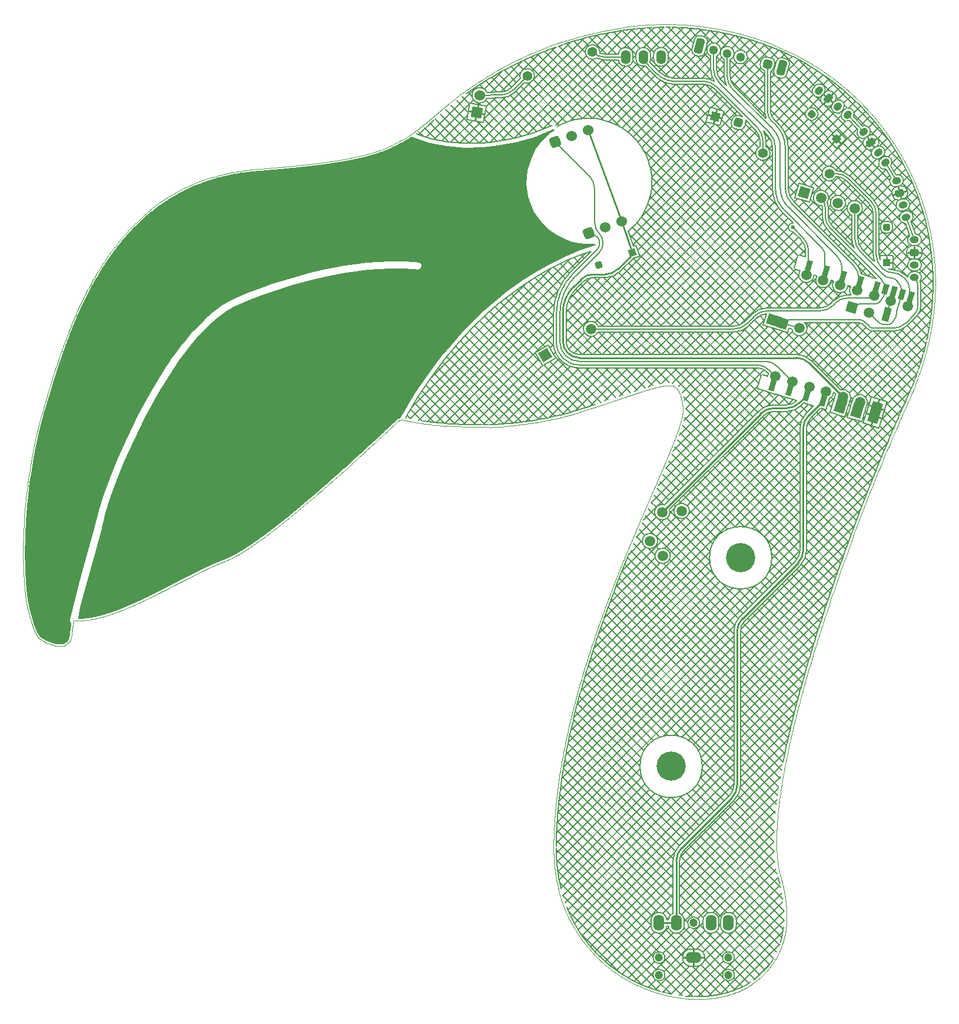
<source format=gtl>
G04*
G04 #@! TF.GenerationSoftware,Altium Limited,Altium Designer,24.6.1 (21)*
G04*
G04 Layer_Physical_Order=1*
G04 Layer_Color=3394611*
%FSLAX25Y25*%
%MOIN*%
G70*
G04*
G04 #@! TF.SameCoordinates,F1231132-C47A-4D83-8C5A-8FF387E60FE7*
G04*
G04*
G04 #@! TF.FilePolarity,Positive*
G04*
G01*
G75*
%ADD10C,0.00787*%
%ADD11C,0.00591*%
%ADD14C,0.00984*%
%ADD15C,0.00394*%
G04:AMPARAMS|DCode=19|XSize=39.37mil|YSize=78.74mil|CornerRadius=0mil|HoleSize=0mil|Usage=FLASHONLY|Rotation=345.000|XOffset=0mil|YOffset=0mil|HoleType=Round|Shape=Rectangle|*
%AMROTATEDRECTD19*
4,1,4,-0.02920,-0.03293,-0.00882,0.04312,0.02920,0.03293,0.00882,-0.04312,-0.02920,-0.03293,0.0*
%
%ADD19ROTATEDRECTD19*%

G04:AMPARAMS|DCode=20|XSize=78.74mil|YSize=59.06mil|CornerRadius=0mil|HoleSize=0mil|Usage=FLASHONLY|Rotation=163.000|XOffset=0mil|YOffset=0mil|HoleType=Round|Shape=Rectangle|*
%AMROTATEDRECTD20*
4,1,4,0.04628,0.01673,0.02902,-0.03975,-0.04628,-0.01673,-0.02902,0.03975,0.04628,0.01673,0.0*
%
%ADD20ROTATEDRECTD20*%

G04:AMPARAMS|DCode=21|XSize=59.06mil|YSize=31.5mil|CornerRadius=0mil|HoleSize=0mil|Usage=FLASHONLY|Rotation=73.000|XOffset=0mil|YOffset=0mil|HoleType=Round|Shape=Rectangle|*
%AMROTATEDRECTD21*
4,1,4,0.00643,-0.03284,-0.02369,-0.02363,-0.00643,0.03284,0.02369,0.02363,0.00643,-0.03284,0.0*
%
%ADD21ROTATEDRECTD21*%

G04:AMPARAMS|DCode=22|XSize=78.74mil|YSize=59.06mil|CornerRadius=0mil|HoleSize=0mil|Usage=FLASHONLY|Rotation=73.000|XOffset=0mil|YOffset=0mil|HoleType=Round|Shape=Rectangle|*
%AMROTATEDRECTD22*
4,1,4,0.01673,-0.04628,-0.03975,-0.02902,-0.01673,0.04628,0.03975,0.02902,0.01673,-0.04628,0.0*
%
%ADD22ROTATEDRECTD22*%

%ADD41C,0.05906*%
%ADD49C,0.05512*%
%ADD55C,0.05118*%
%ADD59P,0.08352X4X388.0*%
G04:AMPARAMS|DCode=60|XSize=39.37mil|YSize=51.18mil|CornerRadius=0mil|HoleSize=0mil|Usage=FLASHONLY|Rotation=140.000|XOffset=0mil|YOffset=0mil|HoleType=Round|Shape=Round|*
%AMOVALD60*
21,1,0.01181,0.03937,0.00000,0.00000,230.0*
1,1,0.03937,0.00380,0.00452*
1,1,0.03937,-0.00380,-0.00452*
%
%ADD60OVALD60*%

G04:AMPARAMS|DCode=61|XSize=39.37mil|YSize=51.18mil|CornerRadius=9.84mil|HoleSize=0mil|Usage=FLASHONLY|Rotation=140.000|XOffset=0mil|YOffset=0mil|HoleType=Round|Shape=RoundedRectangle|*
%AMROUNDEDRECTD61*
21,1,0.03937,0.03150,0,0,140.0*
21,1,0.01968,0.05118,0,0,140.0*
1,1,0.01968,0.00258,0.01839*
1,1,0.01968,0.01766,0.00574*
1,1,0.01968,-0.00258,-0.01839*
1,1,0.01968,-0.01766,-0.00574*
%
%ADD61ROUNDEDRECTD61*%
G04:AMPARAMS|DCode=62|XSize=39.37mil|YSize=51.18mil|CornerRadius=0mil|HoleSize=0mil|Usage=FLASHONLY|Rotation=125.000|XOffset=0mil|YOffset=0mil|HoleType=Round|Shape=Round|*
%AMOVALD62*
21,1,0.01181,0.03937,0.00000,0.00000,215.0*
1,1,0.03937,0.00484,0.00339*
1,1,0.03937,-0.00484,-0.00339*
%
%ADD62OVALD62*%

G04:AMPARAMS|DCode=63|XSize=39.37mil|YSize=51.18mil|CornerRadius=9.84mil|HoleSize=0mil|Usage=FLASHONLY|Rotation=125.000|XOffset=0mil|YOffset=0mil|HoleType=Round|Shape=RoundedRectangle|*
%AMROUNDEDRECTD63*
21,1,0.03937,0.03150,0,0,125.0*
21,1,0.01968,0.05118,0,0,125.0*
1,1,0.01968,0.00726,0.01709*
1,1,0.01968,0.01855,0.00097*
1,1,0.01968,-0.00726,-0.01709*
1,1,0.01968,-0.01855,-0.00097*
%
%ADD63ROUNDEDRECTD63*%
G04:AMPARAMS|DCode=64|XSize=39.37mil|YSize=51.18mil|CornerRadius=0mil|HoleSize=0mil|Usage=FLASHONLY|Rotation=105.000|XOffset=0mil|YOffset=0mil|HoleType=Round|Shape=Round|*
%AMOVALD64*
21,1,0.01181,0.03937,0.00000,0.00000,195.0*
1,1,0.03937,0.00570,0.00153*
1,1,0.03937,-0.00570,-0.00153*
%
%ADD64OVALD64*%

G04:AMPARAMS|DCode=65|XSize=39.37mil|YSize=51.18mil|CornerRadius=9.84mil|HoleSize=0mil|Usage=FLASHONLY|Rotation=105.000|XOffset=0mil|YOffset=0mil|HoleType=Round|Shape=RoundedRectangle|*
%AMROUNDEDRECTD65*
21,1,0.03937,0.03150,0,0,105.0*
21,1,0.01968,0.05118,0,0,105.0*
1,1,0.01968,0.01266,0.01358*
1,1,0.01968,0.01776,-0.00543*
1,1,0.01968,-0.01266,-0.01358*
1,1,0.01968,-0.01776,0.00543*
%
%ADD65ROUNDEDRECTD65*%
%ADD66O,0.05118X0.03937*%
G04:AMPARAMS|DCode=67|XSize=39.37mil|YSize=51.18mil|CornerRadius=9.84mil|HoleSize=0mil|Usage=FLASHONLY|Rotation=90.000|XOffset=0mil|YOffset=0mil|HoleType=Round|Shape=RoundedRectangle|*
%AMROUNDEDRECTD67*
21,1,0.03937,0.03150,0,0,90.0*
21,1,0.01968,0.05118,0,0,90.0*
1,1,0.01968,0.01575,0.00984*
1,1,0.01968,0.01575,-0.00984*
1,1,0.01968,-0.01575,-0.00984*
1,1,0.01968,-0.01575,0.00984*
%
%ADD67ROUNDEDRECTD67*%
%ADD68C,0.06000*%
G04:AMPARAMS|DCode=69|XSize=60mil|YSize=60mil|CornerRadius=15mil|HoleSize=0mil|Usage=FLASHONLY|Rotation=200.000|XOffset=0mil|YOffset=0mil|HoleType=Round|Shape=RoundedRectangle|*
%AMROUNDEDRECTD69*
21,1,0.06000,0.03000,0,0,200.0*
21,1,0.03000,0.06000,0,0,200.0*
1,1,0.03000,-0.01923,0.00897*
1,1,0.03000,0.00897,0.01923*
1,1,0.03000,0.01923,-0.00897*
1,1,0.03000,-0.00897,-0.01923*
%
%ADD69ROUNDEDRECTD69*%
%ADD70P,0.05568X4X245.0*%
G04:AMPARAMS|DCode=71|XSize=39.37mil|YSize=39.37mil|CornerRadius=9.84mil|HoleSize=0mil|Usage=FLASHONLY|Rotation=200.000|XOffset=0mil|YOffset=0mil|HoleType=Round|Shape=RoundedRectangle|*
%AMROUNDEDRECTD71*
21,1,0.03937,0.01968,0,0,200.0*
21,1,0.01968,0.03937,0,0,200.0*
1,1,0.01968,-0.01262,0.00588*
1,1,0.01968,0.00588,0.01262*
1,1,0.01968,0.01262,-0.00588*
1,1,0.01968,-0.00588,-0.01262*
%
%ADD71ROUNDEDRECTD71*%
%ADD72P,0.06960X4X390.0*%
G04:AMPARAMS|DCode=73|XSize=49.21mil|YSize=49.21mil|CornerRadius=12.3mil|HoleSize=0mil|Usage=FLASHONLY|Rotation=345.000|XOffset=0mil|YOffset=0mil|HoleType=Round|Shape=RoundedRectangle|*
%AMROUNDEDRECTD73*
21,1,0.04921,0.02461,0,0,345.0*
21,1,0.02461,0.04921,0,0,345.0*
1,1,0.02461,0.00870,-0.01507*
1,1,0.02461,-0.01507,-0.00870*
1,1,0.02461,-0.00870,0.01507*
1,1,0.02461,0.01507,0.00870*
%
%ADD73ROUNDEDRECTD73*%
%ADD74P,0.08352X4X165.0*%
%ADD75C,0.05906*%
%ADD76P,0.08485X4X305.0*%
%ADD77O,0.05512X0.07874*%
G04:AMPARAMS|DCode=78|XSize=86.61mil|YSize=47.24mil|CornerRadius=11.81mil|HoleSize=0mil|Usage=FLASHONLY|Rotation=255.000|XOffset=0mil|YOffset=0mil|HoleType=Round|Shape=RoundedRectangle|*
%AMROUNDEDRECTD78*
21,1,0.08661,0.02362,0,0,255.0*
21,1,0.06299,0.04724,0,0,255.0*
1,1,0.02362,-0.01956,-0.02737*
1,1,0.02362,-0.00326,0.03348*
1,1,0.02362,0.01956,0.02737*
1,1,0.02362,0.00326,-0.03348*
%
%ADD78ROUNDEDRECTD78*%
G04:AMPARAMS|DCode=79|XSize=51.18mil|YSize=51.18mil|CornerRadius=12.8mil|HoleSize=0mil|Usage=FLASHONLY|Rotation=165.000|XOffset=0mil|YOffset=0mil|HoleType=Round|Shape=RoundedRectangle|*
%AMROUNDEDRECTD79*
21,1,0.05118,0.02559,0,0,165.0*
21,1,0.02559,0.05118,0,0,165.0*
1,1,0.02559,-0.00905,0.01567*
1,1,0.02559,0.01567,0.00905*
1,1,0.02559,0.00905,-0.01567*
1,1,0.02559,-0.01567,-0.00905*
%
%ADD79ROUNDEDRECTD79*%
%ADD80R,0.03937X0.03937*%
G04:AMPARAMS|DCode=81|XSize=39.37mil|YSize=39.37mil|CornerRadius=9.84mil|HoleSize=0mil|Usage=FLASHONLY|Rotation=90.000|XOffset=0mil|YOffset=0mil|HoleType=Round|Shape=RoundedRectangle|*
%AMROUNDEDRECTD81*
21,1,0.03937,0.01968,0,0,90.0*
21,1,0.01968,0.03937,0,0,90.0*
1,1,0.01968,0.00984,0.00984*
1,1,0.01968,0.00984,-0.00984*
1,1,0.01968,-0.00984,-0.00984*
1,1,0.01968,-0.00984,0.00984*
%
%ADD81ROUNDEDRECTD81*%
%ADD82P,0.05568X4X180.0*%
G04:AMPARAMS|DCode=83|XSize=39.37mil|YSize=39.37mil|CornerRadius=9.84mil|HoleSize=0mil|Usage=FLASHONLY|Rotation=135.000|XOffset=0mil|YOffset=0mil|HoleType=Round|Shape=RoundedRectangle|*
%AMROUNDEDRECTD83*
21,1,0.03937,0.01968,0,0,135.0*
21,1,0.01968,0.03937,0,0,135.0*
1,1,0.01968,0.00000,0.01392*
1,1,0.01968,0.01392,0.00000*
1,1,0.01968,0.00000,-0.01392*
1,1,0.01968,-0.01392,0.00000*
%
%ADD83ROUNDEDRECTD83*%
%ADD84C,0.04724*%
%ADD85O,0.06299X0.09055*%
%ADD86O,0.09055X0.06299*%
%ADD87C,0.16535*%
%ADD88C,0.02362*%
G36*
X16670Y450527D02*
X14151Y448926D01*
X9653Y444745D01*
X6176Y440040D01*
X3223Y434190D01*
X1250Y427844D01*
X643Y420310D01*
X1847Y413122D01*
X2950Y409290D01*
X5093Y404355D01*
X7658Y400654D01*
X10288Y397472D01*
X13957Y394193D01*
X17950Y391369D01*
X22171Y389258D01*
X25612Y387765D01*
X30807Y386629D01*
X34346Y386336D01*
X39346Y386428D01*
X39847Y385924D01*
X39949Y385678D01*
X39908Y385538D01*
X38889Y385210D01*
X31081Y382580D01*
X22729Y379180D01*
X12576Y374198D01*
X5005Y369850D01*
X-1245Y365835D01*
X-10262Y359341D01*
X-16725Y354145D01*
X-22835Y348796D01*
X-30857Y341086D01*
X-36105Y335593D01*
X-41811Y329187D01*
X-47170Y322721D01*
X-53004Y315155D01*
X-61088Y303567D01*
X-64510Y298200D01*
X-68464Y291533D01*
X-70522Y287571D01*
X-70723Y287546D01*
X-70805Y287519D01*
X-70891Y287510D01*
X-71563Y287306D01*
X-71651Y287260D01*
X-71745Y287231D01*
X-72365Y286900D01*
X-72453Y286828D01*
X-72551Y286771D01*
X-73402Y286030D01*
X-73415Y286012D01*
X-73434Y286001D01*
X-74802Y284700D01*
X-74802Y284699D01*
X-74952Y284558D01*
X-74952Y284558D01*
X-75106Y284412D01*
X-75262Y284263D01*
X-75422Y284112D01*
X-75422Y284112D01*
X-75585Y283958D01*
X-75751Y283801D01*
X-75751Y283801D01*
X-75919Y283641D01*
X-75919Y283641D01*
X-76091Y283478D01*
X-76266Y283313D01*
X-76266Y283313D01*
X-76444Y283145D01*
X-76444Y283145D01*
X-76685Y282917D01*
X-76685Y282917D01*
X-76932Y282684D01*
X-76932Y282684D01*
X-77184Y282446D01*
X-77441Y282204D01*
X-77703Y281957D01*
X-78038Y281642D01*
X-78038Y281642D01*
X-78380Y281320D01*
X-78729Y280991D01*
X-79159Y280587D01*
X-79159Y280587D01*
X-79599Y280174D01*
X-80127Y279679D01*
X-80667Y279173D01*
X-80667Y279173D01*
X-81303Y278578D01*
X-82121Y277813D01*
X-83227Y276782D01*
X-85285Y274868D01*
X-90510Y270045D01*
X-92096Y268590D01*
X-93396Y267401D01*
X-94500Y266394D01*
X-94500Y266394D01*
X-95509Y265476D01*
X-96531Y264547D01*
X-96531Y264547D01*
X-97451Y263714D01*
X-98264Y262977D01*
X-98264Y262977D01*
X-99086Y262235D01*
X-99086Y262235D01*
X-99913Y261489D01*
X-100629Y260844D01*
X-101349Y260197D01*
X-102074Y259546D01*
X-102804Y258893D01*
X-103539Y258235D01*
X-104153Y257686D01*
X-104772Y257134D01*
X-105393Y256581D01*
X-106016Y256027D01*
X-106643Y255470D01*
X-106643Y255470D01*
X-107271Y254913D01*
X-107903Y254354D01*
X-108537Y253793D01*
X-108537Y253793D01*
X-109172Y253232D01*
X-109683Y252782D01*
X-109683Y252782D01*
X-110195Y252331D01*
X-110708Y251880D01*
X-110708Y251880D01*
X-111222Y251429D01*
X-111737Y250977D01*
X-112254Y250524D01*
X-112772Y250071D01*
X-113291Y249618D01*
X-113811Y249164D01*
X-114332Y248710D01*
X-114332Y248710D01*
X-114854Y248257D01*
X-114854Y248257D01*
X-115376Y247803D01*
X-115900Y247349D01*
X-116424Y246895D01*
X-116949Y246441D01*
X-117475Y245987D01*
X-117475Y245987D01*
X-118001Y245534D01*
X-118528Y245080D01*
X-118924Y244740D01*
X-119320Y244401D01*
X-119717Y244060D01*
X-120113Y243721D01*
X-120509Y243382D01*
X-120906Y243043D01*
X-120906Y243043D01*
X-121303Y242705D01*
X-121701Y242366D01*
X-122098Y242028D01*
X-122496Y241690D01*
X-122894Y241353D01*
X-122894Y241353D01*
X-123291Y241016D01*
X-123689Y240679D01*
X-123690Y240679D01*
X-124088Y240343D01*
X-124485Y240007D01*
X-124883Y239672D01*
X-125281Y239337D01*
X-125679Y239003D01*
X-126077Y238669D01*
X-126475Y238336D01*
X-126873Y238003D01*
X-127270Y237671D01*
X-127668Y237339D01*
X-128066Y237008D01*
X-128066Y237008D01*
X-128462Y236678D01*
X-128860Y236348D01*
X-129257Y236019D01*
X-129654Y235691D01*
X-130049Y235364D01*
X-130446Y235037D01*
X-130446Y235037D01*
X-130842Y234711D01*
X-130842Y234711D01*
X-131237Y234387D01*
X-131237Y234387D01*
X-131633Y234062D01*
X-131633Y234062D01*
X-132027Y233739D01*
X-132422Y233416D01*
X-132817Y233095D01*
X-133210Y232774D01*
X-133210Y232774D01*
X-133604Y232454D01*
X-133997Y232135D01*
X-134389Y231817D01*
X-134389Y231817D01*
X-134780Y231501D01*
X-134780Y231501D01*
X-135042Y231290D01*
X-135302Y231080D01*
X-135563Y230870D01*
X-135823Y230661D01*
X-136083Y230452D01*
X-136344Y230243D01*
X-136603Y230036D01*
X-136603Y230036D01*
X-136863Y229828D01*
X-137122Y229621D01*
X-137122Y229621D01*
X-137380Y229415D01*
X-137638Y229210D01*
X-137897Y229004D01*
X-138155Y228799D01*
X-138412Y228595D01*
X-138670Y228391D01*
X-138927Y228189D01*
X-139183Y227986D01*
X-139440Y227783D01*
X-139696Y227582D01*
X-139696Y227582D01*
X-139952Y227381D01*
X-140207Y227181D01*
X-140462Y226982D01*
X-140717Y226782D01*
X-140717Y226782D01*
X-140972Y226584D01*
X-141225Y226385D01*
X-141225Y226385D01*
X-141478Y226189D01*
X-141478Y226189D01*
X-141732Y225992D01*
X-141732Y225992D01*
X-141985Y225795D01*
X-142237Y225601D01*
X-142489Y225406D01*
X-142489Y225406D01*
X-142741Y225212D01*
X-142992Y225017D01*
X-143243Y224825D01*
X-143493Y224633D01*
X-143744Y224441D01*
X-143993Y224251D01*
X-144242Y224060D01*
X-144491Y223870D01*
X-144739Y223682D01*
X-144986Y223494D01*
X-145234Y223307D01*
X-145481Y223120D01*
X-145728Y222934D01*
X-145973Y222749D01*
X-146219Y222564D01*
X-146464Y222381D01*
X-146708Y222198D01*
X-146953Y222015D01*
X-147195Y221834D01*
X-147195Y221834D01*
X-147438Y221653D01*
X-147681Y221473D01*
X-147923Y221293D01*
X-148164Y221116D01*
X-148405Y220938D01*
X-148646Y220761D01*
X-148885Y220585D01*
X-149125Y220409D01*
X-149364Y220235D01*
X-149601Y220062D01*
X-149838Y219889D01*
X-150076Y219717D01*
X-150312Y219546D01*
X-150312Y219546D01*
X-150547Y219376D01*
X-150783Y219206D01*
X-150783Y219206D01*
X-151018Y219038D01*
X-151252Y218870D01*
X-151485Y218703D01*
X-151717Y218538D01*
X-151949Y218373D01*
X-152181Y218208D01*
X-152412Y218045D01*
X-152641Y217883D01*
X-152872Y217721D01*
X-152872Y217721D01*
X-153100Y217561D01*
X-153329Y217401D01*
X-153556Y217243D01*
X-153782Y217086D01*
X-154009Y216928D01*
X-154234Y216774D01*
X-154459Y216618D01*
X-154682Y216465D01*
X-154906Y216311D01*
X-155130Y216159D01*
X-155350Y216009D01*
X-155571Y215859D01*
X-155792Y215710D01*
X-156012Y215562D01*
X-156231Y215416D01*
X-156449Y215269D01*
X-156666Y215125D01*
X-156884Y214980D01*
X-157100Y214837D01*
X-157315Y214696D01*
X-157529Y214555D01*
X-157742Y214416D01*
X-157955Y214277D01*
X-158167Y214139D01*
X-158379Y214003D01*
X-158588Y213868D01*
X-158800Y213733D01*
X-159008Y213599D01*
X-159215Y213468D01*
X-159215Y213468D01*
X-159319Y213402D01*
X-159423Y213336D01*
X-159526Y213271D01*
X-159628Y213207D01*
X-159628Y213207D01*
X-159731Y213142D01*
X-159835Y213078D01*
X-159835Y213078D01*
X-159936Y213014D01*
X-159936Y213014D01*
X-160038Y212951D01*
X-160038Y212951D01*
X-160141Y212887D01*
X-160242Y212824D01*
X-160343Y212761D01*
X-160446Y212698D01*
X-160446Y212698D01*
X-160546Y212636D01*
X-160546Y212636D01*
X-160647Y212575D01*
X-160747Y212513D01*
X-160848Y212451D01*
X-160948Y212390D01*
X-161048Y212330D01*
X-161148Y212268D01*
X-161148Y212268D01*
X-161247Y212209D01*
X-161347Y212148D01*
X-161347Y212148D01*
X-161445Y212089D01*
X-161545Y212029D01*
X-161545Y212029D01*
X-161643Y211971D01*
X-161742Y211912D01*
X-161742Y211912D01*
X-161840Y211853D01*
X-161840Y211853D01*
X-161938Y211795D01*
X-162035Y211738D01*
X-162132Y211680D01*
X-162230Y211622D01*
X-162327Y211565D01*
X-162423Y211509D01*
X-162521Y211452D01*
X-162521Y211452D01*
X-162617Y211396D01*
X-162712Y211341D01*
X-162808Y211286D01*
X-162903Y211230D01*
X-163000Y211175D01*
X-163093Y211121D01*
X-163093Y211121D01*
X-163188Y211067D01*
X-163284Y211012D01*
X-163378Y210959D01*
X-163471Y210906D01*
X-163566Y210853D01*
X-163660Y210800D01*
X-163752Y210748D01*
X-163752Y210748D01*
X-163846Y210696D01*
X-163939Y210644D01*
X-164031Y210593D01*
X-164124Y210541D01*
X-164215Y210491D01*
X-164308Y210440D01*
X-164398Y210390D01*
X-164491Y210340D01*
X-164582Y210291D01*
X-164673Y210241D01*
X-164762Y210193D01*
X-164854Y210144D01*
X-164944Y210096D01*
X-165034Y210048D01*
X-165122Y210001D01*
X-165212Y209953D01*
X-165300Y209907D01*
X-165300Y209907D01*
X-165390Y209860D01*
X-165479Y209813D01*
X-165565Y209768D01*
X-165655Y209722D01*
X-165743Y209677D01*
X-165743Y209677D01*
X-165828Y209633D01*
X-165917Y209587D01*
X-166004Y209543D01*
X-166089Y209500D01*
X-166177Y209455D01*
X-166261Y209413D01*
X-166347Y209370D01*
X-166433Y209327D01*
X-166519Y209284D01*
X-166603Y209243D01*
X-166689Y209201D01*
X-166772Y209161D01*
X-166856Y209120D01*
X-166941Y209078D01*
X-167025Y209038D01*
X-167108Y208998D01*
X-167190Y208959D01*
X-167273Y208920D01*
X-167354Y208882D01*
X-167438Y208843D01*
X-167520Y208805D01*
X-167600Y208768D01*
X-167683Y208729D01*
X-167683Y208729D01*
X-167762Y208693D01*
X-167843Y208656D01*
X-167925Y208619D01*
X-168005Y208583D01*
X-168083Y208548D01*
X-168163Y208513D01*
X-168241Y208478D01*
X-168322Y208443D01*
X-168399Y208409D01*
X-168479Y208375D01*
X-168479Y208375D01*
X-168557Y208341D01*
X-168633Y208309D01*
X-168712Y208275D01*
X-168787Y208244D01*
X-168866Y208211D01*
X-168940Y208180D01*
X-169018Y208148D01*
X-169093Y208117D01*
X-169167Y208087D01*
X-169243Y208057D01*
X-169318Y208027D01*
X-169393Y207997D01*
X-169468Y207967D01*
X-169541Y207939D01*
X-169614Y207911D01*
X-169687Y207883D01*
X-169762Y207855D01*
X-169989Y207769D01*
X-169990Y207768D01*
X-169991Y207768D01*
X-170142Y207710D01*
X-170143Y207710D01*
X-170144Y207709D01*
X-170296Y207651D01*
X-170297Y207651D01*
X-170298Y207651D01*
X-170450Y207592D01*
X-170451Y207591D01*
X-170451Y207591D01*
X-170604Y207532D01*
X-170605Y207532D01*
X-170606Y207532D01*
X-170758Y207472D01*
X-170759Y207472D01*
X-170760Y207471D01*
X-170913Y207412D01*
X-170914Y207411D01*
X-170915Y207411D01*
X-171068Y207351D01*
X-171069Y207350D01*
X-171070Y207350D01*
X-171223Y207290D01*
X-171224Y207289D01*
X-171225Y207289D01*
X-171379Y207228D01*
X-171380Y207228D01*
X-171380Y207227D01*
X-171535Y207166D01*
X-171535Y207166D01*
X-171536Y207165D01*
X-171691Y207104D01*
X-171692Y207103D01*
X-171692Y207103D01*
X-171847Y207041D01*
X-171848Y207040D01*
X-171849Y207040D01*
X-172004Y206978D01*
X-172005Y206977D01*
X-172005Y206977D01*
X-172161Y206914D01*
X-172161Y206914D01*
X-172162Y206914D01*
X-172318Y206850D01*
X-172319Y206850D01*
X-172319Y206850D01*
X-172476Y206786D01*
X-172476Y206786D01*
X-172477Y206785D01*
X-172633Y206721D01*
X-172634Y206721D01*
X-172634Y206721D01*
X-172791Y206656D01*
X-172792Y206656D01*
X-172792Y206656D01*
X-172950Y206591D01*
X-172950Y206591D01*
X-172951Y206591D01*
X-173108Y206525D01*
X-173109Y206525D01*
X-173109Y206525D01*
X-173267Y206459D01*
X-173267Y206459D01*
X-173268Y206459D01*
X-173426Y206393D01*
X-173426Y206393D01*
X-173427Y206392D01*
X-173585Y206326D01*
X-173586Y206326D01*
X-173586Y206326D01*
X-173745Y206259D01*
X-173745Y206259D01*
X-173746Y206259D01*
X-173905Y206191D01*
X-173905Y206191D01*
X-173906Y206191D01*
X-174065Y206124D01*
X-174065Y206123D01*
X-174066Y206123D01*
X-174225Y206055D01*
X-174226Y206055D01*
X-174226Y206055D01*
X-174386Y205987D01*
X-174386Y205987D01*
X-174387Y205986D01*
X-174547Y205918D01*
X-174547Y205918D01*
X-174548Y205918D01*
X-174708Y205849D01*
X-174708Y205849D01*
X-174709Y205848D01*
X-174869Y205779D01*
X-174870Y205779D01*
X-174870Y205779D01*
X-175031Y205710D01*
X-175031Y205709D01*
X-175032Y205709D01*
X-175193Y205639D01*
X-175193Y205639D01*
X-175194Y205639D01*
X-175355Y205569D01*
X-175355Y205568D01*
X-175356Y205568D01*
X-175517Y205498D01*
X-175518Y205498D01*
X-175518Y205497D01*
X-175680Y205427D01*
X-175680Y205426D01*
X-175681Y205426D01*
X-175843Y205355D01*
X-175843Y205355D01*
X-175844Y205355D01*
X-176006Y205283D01*
X-176006Y205283D01*
X-176007Y205283D01*
X-176169Y205211D01*
X-176170Y205211D01*
X-176170Y205211D01*
X-176333Y205139D01*
X-176333Y205138D01*
X-176334Y205138D01*
X-176497Y205066D01*
X-176497Y205066D01*
X-176498Y205066D01*
X-176661Y204993D01*
X-176661Y204993D01*
X-176662Y204993D01*
X-176825Y204920D01*
X-176825Y204919D01*
X-176826Y204919D01*
X-176990Y204846D01*
X-176990Y204845D01*
X-176990Y204845D01*
X-177154Y204772D01*
X-177155Y204771D01*
X-177155Y204771D01*
X-177319Y204697D01*
X-177320Y204697D01*
X-177320Y204697D01*
X-177485Y204623D01*
X-177485Y204623D01*
X-177486Y204623D01*
X-177650Y204548D01*
X-177651Y204548D01*
X-177651Y204548D01*
X-177816Y204473D01*
X-177816Y204472D01*
X-177817Y204472D01*
X-177982Y204397D01*
X-177982Y204397D01*
X-177983Y204397D01*
X-178148Y204321D01*
X-178148Y204321D01*
X-178149Y204321D01*
X-178314Y204245D01*
X-178315Y204245D01*
X-178315Y204245D01*
X-178481Y204169D01*
X-178481Y204169D01*
X-178482Y204169D01*
X-178648Y204092D01*
X-178648Y204092D01*
X-178649Y204092D01*
X-178815Y204015D01*
X-178815Y204015D01*
X-178816Y204015D01*
X-178982Y203938D01*
X-178983Y203938D01*
X-178983Y203938D01*
X-179150Y203861D01*
X-179150Y203860D01*
X-179151Y203860D01*
X-179318Y203783D01*
X-179318Y203783D01*
X-179318Y203783D01*
X-179485Y203705D01*
X-179486Y203705D01*
X-179486Y203704D01*
X-179654Y203626D01*
X-179654Y203626D01*
X-179655Y203626D01*
X-179822Y203548D01*
X-179823Y203548D01*
X-179823Y203548D01*
X-179991Y203469D01*
X-179991Y203469D01*
X-179991Y203469D01*
X-180160Y203390D01*
X-180160Y203390D01*
X-180160Y203390D01*
X-180329Y203310D01*
X-180329Y203310D01*
X-180329Y203310D01*
X-180498Y203231D01*
X-180498Y203231D01*
X-180499Y203230D01*
X-180667Y203151D01*
X-180668Y203151D01*
X-180668Y203151D01*
X-180837Y203071D01*
X-180837Y203070D01*
X-180838Y203070D01*
X-181007Y202990D01*
X-181007Y202990D01*
X-181008Y202990D01*
X-181177Y202909D01*
X-181177Y202909D01*
X-181178Y202909D01*
X-181347Y202829D01*
X-181348Y202828D01*
X-181348Y202828D01*
X-181518Y202747D01*
X-181518Y202747D01*
X-181518Y202747D01*
X-181688Y202666D01*
X-181689Y202666D01*
X-181689Y202666D01*
X-181859Y202584D01*
X-181860Y202584D01*
X-181860Y202584D01*
X-182030Y202502D01*
X-182031Y202502D01*
X-182031Y202502D01*
X-182202Y202420D01*
X-182202Y202420D01*
X-182202Y202420D01*
X-182373Y202338D01*
X-182373Y202338D01*
X-182374Y202338D01*
X-182545Y202255D01*
X-182545Y202255D01*
X-182545Y202255D01*
X-182717Y202172D01*
X-182717Y202172D01*
X-182717Y202172D01*
X-182889Y202089D01*
X-182889Y202089D01*
X-182889Y202089D01*
X-183061Y202006D01*
X-183061Y202006D01*
X-183062Y202006D01*
X-183233Y201922D01*
X-183234Y201922D01*
X-183234Y201922D01*
X-183406Y201839D01*
X-183406Y201838D01*
X-183407Y201838D01*
X-183579Y201755D01*
X-183579Y201754D01*
X-183579Y201754D01*
X-183752Y201670D01*
X-183752Y201670D01*
X-183752Y201670D01*
X-183925Y201586D01*
X-183925Y201586D01*
X-183926Y201586D01*
X-184098Y201501D01*
X-184099Y201501D01*
X-184099Y201501D01*
X-184272Y201416D01*
X-184272Y201416D01*
X-184273Y201416D01*
X-184446Y201331D01*
X-184446Y201331D01*
X-184446Y201331D01*
X-184620Y201246D01*
X-184620Y201246D01*
X-184620Y201246D01*
X-184794Y201161D01*
X-184794Y201161D01*
X-184794Y201160D01*
X-184968Y201075D01*
X-184968Y201075D01*
X-184969Y201075D01*
X-185143Y200989D01*
X-185143Y200989D01*
X-185143Y200989D01*
X-185317Y200903D01*
X-185317Y200903D01*
X-185318Y200903D01*
X-185492Y200817D01*
X-185492Y200816D01*
X-185492Y200816D01*
X-185667Y200730D01*
X-185667Y200730D01*
X-185667Y200730D01*
X-185842Y200643D01*
X-185842Y200643D01*
X-185843Y200643D01*
X-186017Y200557D01*
X-186018Y200556D01*
X-186018Y200556D01*
X-186193Y200470D01*
X-186193Y200469D01*
X-186193Y200469D01*
X-186369Y200382D01*
X-186369Y200382D01*
X-186369Y200382D01*
X-186544Y200295D01*
X-186545Y200295D01*
X-186545Y200295D01*
X-186720Y200207D01*
X-186721Y200207D01*
X-186721Y200207D01*
X-186897Y200120D01*
X-186897Y200119D01*
X-186897Y200119D01*
X-187073Y200032D01*
X-187073Y200031D01*
X-187073Y200031D01*
X-187249Y199943D01*
X-187250Y199943D01*
X-187250Y199943D01*
X-187426Y199855D01*
X-187426Y199855D01*
X-187426Y199855D01*
X-187514Y199811D01*
X-187514Y199811D01*
X-187515Y199811D01*
X-187603Y199767D01*
X-187603Y199767D01*
X-187603Y199767D01*
X-187691Y199722D01*
X-187691Y199722D01*
X-187691Y199722D01*
X-187780Y199678D01*
X-187780Y199678D01*
X-187780Y199678D01*
X-187868Y199634D01*
X-187868Y199634D01*
X-187868Y199634D01*
X-187957Y199589D01*
X-187957Y199589D01*
X-187957Y199589D01*
X-188045Y199545D01*
X-188046Y199545D01*
X-188046Y199545D01*
X-188134Y199500D01*
X-188134Y199500D01*
X-188134Y199500D01*
X-188223Y199456D01*
X-188223Y199455D01*
X-188223Y199455D01*
X-188312Y199411D01*
X-188312Y199411D01*
X-188312Y199411D01*
X-188400Y199366D01*
X-188400Y199366D01*
X-188400Y199366D01*
X-188489Y199322D01*
X-188489Y199322D01*
X-188489Y199322D01*
X-188578Y199277D01*
X-188578Y199277D01*
X-188578Y199277D01*
X-188667Y199232D01*
X-188667Y199232D01*
X-188667Y199232D01*
X-188756Y199187D01*
X-188756Y199187D01*
X-188756Y199187D01*
X-188845Y199143D01*
X-188845Y199143D01*
X-188845Y199143D01*
X-188934Y199098D01*
X-188934Y199098D01*
X-188934Y199098D01*
X-189023Y199053D01*
X-189023Y199053D01*
X-189023Y199053D01*
X-189112Y199008D01*
X-189112Y199008D01*
X-189112Y199008D01*
X-189201Y198963D01*
X-189201Y198963D01*
X-189201Y198963D01*
X-189379Y198873D01*
X-189379Y198873D01*
X-189379Y198873D01*
X-189468Y198828D01*
X-189468Y198828D01*
X-189468Y198828D01*
X-189558Y198783D01*
X-189558Y198783D01*
X-189558Y198783D01*
X-189647Y198737D01*
X-189647Y198737D01*
X-189647Y198737D01*
X-189736Y198692D01*
X-189736Y198692D01*
X-189736Y198692D01*
X-189825Y198647D01*
X-189825Y198647D01*
X-189825Y198647D01*
X-189915Y198602D01*
X-189915Y198602D01*
X-189915Y198602D01*
X-190004Y198556D01*
X-190004Y198556D01*
X-190094Y198511D01*
X-190094Y198511D01*
X-190094Y198511D01*
X-190273Y198420D01*
X-190273Y198420D01*
X-190273Y198420D01*
X-190362Y198375D01*
X-190362Y198375D01*
X-190362Y198375D01*
X-190452Y198329D01*
X-190452Y198329D01*
X-190452Y198329D01*
X-190541Y198284D01*
X-190542Y198284D01*
X-190542Y198284D01*
X-190631Y198238D01*
X-190631Y198238D01*
X-190631Y198238D01*
X-190721Y198193D01*
X-190721Y198193D01*
X-190721Y198193D01*
X-190810Y198147D01*
X-190811Y198147D01*
X-190811Y198147D01*
X-190900Y198101D01*
X-190900Y198101D01*
X-190900Y198101D01*
X-190990Y198056D01*
X-190990Y198056D01*
X-191080Y198010D01*
X-191080Y198010D01*
X-191080Y198010D01*
X-191170Y197964D01*
X-191170Y197964D01*
X-191170Y197964D01*
X-191260Y197919D01*
X-191260Y197918D01*
X-191260Y197918D01*
X-191439Y197827D01*
X-191439Y197827D01*
X-191440Y197827D01*
X-191619Y197735D01*
X-191620Y197735D01*
X-191620Y197735D01*
X-191709Y197689D01*
X-191710Y197689D01*
X-191710Y197689D01*
X-191890Y197597D01*
X-191890Y197597D01*
X-191890Y197597D01*
X-191980Y197551D01*
X-191980Y197551D01*
X-191980Y197551D01*
X-192070Y197505D01*
X-192070Y197505D01*
X-192070Y197505D01*
X-192160Y197459D01*
X-192160Y197459D01*
X-192160Y197459D01*
X-192251Y197413D01*
X-192251Y197413D01*
X-192341Y197367D01*
X-192341Y197367D01*
X-192341Y197367D01*
X-192431Y197321D01*
X-192431Y197321D01*
X-192431Y197321D01*
X-192521Y197275D01*
X-192521Y197275D01*
X-192521Y197275D01*
X-192612Y197229D01*
X-192612Y197228D01*
X-192612Y197228D01*
X-192792Y197136D01*
X-192792Y197136D01*
X-192793Y197136D01*
X-192883Y197090D01*
X-192883Y197090D01*
X-192973Y197043D01*
X-192973Y197043D01*
X-192973Y197043D01*
X-193245Y196904D01*
X-193245Y196904D01*
X-193245Y196904D01*
X-193336Y196858D01*
X-193336Y196858D01*
X-193336Y196858D01*
X-193426Y196811D01*
X-193426Y196811D01*
X-193517Y196765D01*
X-193517Y196765D01*
X-193607Y196719D01*
X-193607Y196719D01*
X-193608Y196719D01*
X-193698Y196672D01*
X-193698Y196672D01*
X-193698Y196672D01*
X-193880Y196579D01*
X-193880Y196579D01*
X-193880Y196579D01*
X-193971Y196532D01*
X-193971Y196532D01*
X-193971Y196532D01*
X-194061Y196486D01*
X-194152Y196439D01*
X-194152Y196439D01*
X-194152Y196439D01*
X-194243Y196393D01*
X-194243Y196393D01*
X-194334Y196346D01*
X-194334Y196346D01*
X-194334Y196346D01*
X-194425Y196299D01*
X-194425Y196299D01*
X-194425Y196299D01*
X-194516Y196252D01*
X-194698Y196159D01*
X-194698Y196159D01*
X-194789Y196112D01*
X-194789Y196112D01*
X-194789Y196112D01*
X-194880Y196065D01*
X-194880Y196065D01*
X-194971Y196019D01*
X-194971Y196019D01*
X-194971Y196019D01*
X-195153Y195925D01*
X-195153Y195925D01*
X-195153Y195925D01*
X-195244Y195878D01*
X-195335Y195831D01*
X-195335Y195831D01*
X-195427Y195784D01*
X-195427Y195784D01*
X-195427Y195784D01*
X-195609Y195690D01*
X-195609Y195690D01*
X-195701Y195643D01*
X-195701Y195643D01*
X-195701Y195643D01*
X-195792Y195596D01*
X-195883Y195549D01*
X-195883Y195549D01*
X-195883Y195549D01*
X-196066Y195455D01*
X-196066Y195455D01*
X-196157Y195408D01*
X-196157Y195408D01*
X-196157Y195408D01*
X-196249Y195361D01*
X-196340Y195314D01*
X-196340Y195314D01*
X-196340Y195314D01*
X-196432Y195267D01*
X-196432Y195267D01*
X-196523Y195220D01*
X-196523Y195220D01*
X-196523Y195220D01*
X-196706Y195126D01*
X-196706Y195126D01*
X-196798Y195079D01*
X-196798Y195079D01*
X-196798Y195079D01*
X-197073Y194937D01*
X-197073Y194937D01*
X-197348Y194795D01*
X-197348Y194795D01*
X-197623Y194654D01*
X-197623Y194654D01*
X-198174Y194370D01*
X-198174Y194370D01*
X-198174Y194370D01*
X-198358Y194275D01*
X-198358Y194275D01*
X-198450Y194228D01*
X-198634Y194133D01*
X-198634Y194133D01*
X-198634Y194133D01*
X-198726Y194086D01*
X-199094Y193896D01*
X-199646Y193611D01*
X-199739Y193564D01*
X-199739Y193564D01*
X-199739Y193564D01*
X-199831Y193516D01*
X-199923Y193469D01*
X-199923Y193469D01*
X-199923Y193469D01*
X-200016Y193421D01*
X-200108Y193374D01*
X-200108Y193374D01*
X-200200Y193326D01*
X-200200Y193326D01*
X-200292Y193279D01*
X-200292Y193279D01*
X-200477Y193184D01*
X-200477Y193184D01*
X-200662Y193089D01*
X-200939Y192946D01*
X-201309Y192756D01*
X-201401Y192709D01*
X-201401Y192709D01*
X-201401Y192709D01*
X-201494Y192661D01*
X-201771Y192519D01*
X-201956Y192424D01*
X-202049Y192376D01*
X-202049Y192376D01*
X-202234Y192281D01*
X-202419Y192186D01*
X-202512Y192139D01*
X-202697Y192044D01*
X-202790Y191996D01*
X-202975Y191901D01*
X-203161Y191806D01*
X-203254Y191759D01*
X-203254Y191759D01*
X-203346Y191711D01*
X-203532Y191616D01*
X-203717Y191522D01*
X-203903Y191427D01*
X-204089Y191332D01*
X-204181Y191285D01*
X-204181Y191285D01*
X-204274Y191237D01*
X-204460Y191142D01*
X-204646Y191048D01*
X-204739Y191000D01*
X-204924Y190906D01*
X-205110Y190811D01*
X-205296Y190716D01*
X-205482Y190622D01*
X-205575Y190575D01*
X-205761Y190480D01*
X-205854Y190433D01*
X-206040Y190339D01*
X-206132Y190291D01*
X-206226Y190244D01*
X-206412Y190150D01*
X-206504Y190103D01*
X-206598Y190056D01*
X-206598Y190056D01*
X-206691Y190009D01*
X-206784Y189962D01*
X-206876Y189915D01*
X-206970Y189867D01*
X-206970Y189867D01*
X-207063Y189820D01*
X-207249Y189726D01*
X-207342Y189680D01*
X-207528Y189586D01*
X-207714Y189492D01*
X-207714Y189492D01*
X-207900Y189398D01*
X-207900Y189398D01*
X-208086Y189304D01*
X-208086Y189304D01*
X-208272Y189211D01*
X-208459Y189117D01*
X-208644Y189024D01*
X-208830Y188931D01*
X-209017Y188837D01*
X-209203Y188744D01*
X-209389Y188651D01*
X-209575Y188558D01*
X-209762Y188465D01*
X-209947Y188372D01*
X-209947Y188372D01*
X-210133Y188280D01*
X-210133Y188280D01*
X-210320Y188187D01*
X-210506Y188095D01*
X-210692Y188002D01*
X-210878Y187910D01*
X-211064Y187818D01*
X-211250Y187726D01*
X-211250Y187726D01*
X-211436Y187634D01*
X-211623Y187542D01*
X-211808Y187450D01*
X-211995Y187359D01*
X-212180Y187267D01*
X-212366Y187176D01*
X-212552Y187085D01*
X-212738Y186994D01*
X-212924Y186903D01*
X-213109Y186812D01*
X-213296Y186721D01*
X-213296Y186721D01*
X-213482Y186631D01*
X-213482Y186631D01*
X-213667Y186541D01*
X-213853Y186451D01*
X-214039Y186360D01*
X-214224Y186270D01*
X-214409Y186181D01*
X-214595Y186091D01*
X-214780Y186002D01*
X-214967Y185912D01*
X-215152Y185823D01*
X-215337Y185734D01*
X-215522Y185646D01*
X-215708Y185557D01*
X-215708Y185557D01*
X-215893Y185469D01*
X-216078Y185380D01*
X-216264Y185292D01*
X-216448Y185204D01*
X-216634Y185116D01*
X-216818Y185029D01*
X-217004Y184941D01*
X-217188Y184854D01*
X-217188Y184854D01*
X-217374Y184767D01*
X-217558Y184680D01*
X-217743Y184594D01*
X-217927Y184507D01*
X-218112Y184421D01*
X-218297Y184335D01*
X-218481Y184249D01*
X-218666Y184163D01*
X-218666Y184163D01*
X-218850Y184078D01*
X-219033Y183993D01*
X-219218Y183908D01*
X-219402Y183823D01*
X-219586Y183739D01*
X-219586Y183739D01*
X-219770Y183654D01*
X-219954Y183570D01*
X-219954Y183570D01*
X-220138Y183486D01*
X-220321Y183402D01*
X-220504Y183319D01*
X-220504Y183319D01*
X-220689Y183235D01*
X-220871Y183152D01*
X-221055Y183069D01*
X-221238Y182987D01*
X-221422Y182904D01*
X-221604Y182823D01*
X-221788Y182740D01*
X-221971Y182659D01*
X-222153Y182577D01*
X-222335Y182497D01*
X-222335Y182497D01*
X-222519Y182415D01*
X-222701Y182335D01*
X-222884Y182254D01*
X-223065Y182175D01*
X-223247Y182095D01*
X-223430Y182015D01*
X-223612Y181935D01*
X-223793Y181857D01*
X-223793Y181857D01*
X-223976Y181778D01*
X-224157Y181699D01*
X-224338Y181621D01*
X-224338Y181621D01*
X-224520Y181543D01*
X-224701Y181465D01*
X-224882Y181388D01*
X-225064Y181310D01*
X-225244Y181234D01*
X-225425Y181157D01*
X-225606Y181081D01*
X-225606Y181081D01*
X-225787Y181005D01*
X-225968Y180929D01*
X-225968Y180929D01*
X-226147Y180854D01*
X-226147Y180854D01*
X-226327Y180779D01*
X-226507Y180704D01*
X-226687Y180629D01*
X-226868Y180555D01*
X-227046Y180481D01*
X-227046Y180481D01*
X-227226Y180408D01*
X-227406Y180334D01*
X-227586Y180261D01*
X-227764Y180189D01*
X-227943Y180116D01*
X-228121Y180044D01*
X-228301Y179972D01*
X-228479Y179901D01*
X-228657Y179830D01*
X-228657D01*
X-228837Y179759D01*
X-229013Y179689D01*
X-229193Y179618D01*
X-229370Y179548D01*
X-229548Y179479D01*
X-229726Y179410D01*
X-229902Y179342D01*
X-230079Y179273D01*
X-230079Y179273D01*
X-230257Y179205D01*
X-230433Y179137D01*
X-230611Y179069D01*
X-230786Y179003D01*
X-230962Y178936D01*
X-231139Y178869D01*
X-231316Y178804D01*
X-231492Y178738D01*
X-231666Y178673D01*
X-231843Y178608D01*
X-231843Y178608D01*
X-232017Y178544D01*
X-232192Y178479D01*
X-232367Y178416D01*
X-232543Y178352D01*
X-232717Y178289D01*
X-232891Y178227D01*
X-233067Y178164D01*
X-233241Y178102D01*
X-233414Y178041D01*
X-233588Y177980D01*
X-233588Y177979D01*
X-233761Y177919D01*
X-233933Y177859D01*
X-234108Y177798D01*
X-234279Y177740D01*
X-234452Y177680D01*
X-234625Y177622D01*
X-234798Y177563D01*
X-234969Y177505D01*
X-235142Y177447D01*
X-235314Y177390D01*
X-235484Y177334D01*
X-235656Y177278D01*
X-235829Y177221D01*
X-235999Y177166D01*
X-236170Y177111D01*
X-236339Y177056D01*
X-236511Y177002D01*
X-236681Y176948D01*
X-236849Y176895D01*
X-237021Y176841D01*
X-237190Y176789D01*
X-237357Y176737D01*
X-237528Y176685D01*
X-237697Y176634D01*
X-237864Y176584D01*
X-238032Y176534D01*
X-238202Y176483D01*
X-238370Y176434D01*
X-238536Y176385D01*
X-238536D01*
X-238705Y176336D01*
X-238705Y176336D01*
X-238870Y176289D01*
X-239038Y176241D01*
X-239204Y176194D01*
X-239370Y176147D01*
X-239539Y176100D01*
X-239704Y176055D01*
X-239870Y176009D01*
X-239870Y176009D01*
X-240034Y175965D01*
X-240200Y175920D01*
X-240365Y175876D01*
X-240531Y175833D01*
X-240693Y175790D01*
X-240860Y175747D01*
X-241021Y175706D01*
X-241021D01*
X-241185Y175664D01*
X-241349Y175623D01*
X-241514Y175582D01*
X-241674Y175543D01*
X-241838Y175503D01*
X-242002Y175464D01*
X-242163Y175425D01*
X-242324Y175387D01*
X-242486Y175350D01*
X-242647Y175313D01*
X-242809Y175276D01*
X-242970Y175240D01*
X-243130Y175204D01*
X-243291Y175169D01*
X-243450Y175135D01*
X-243610Y175101D01*
X-243771Y175067D01*
X-243931Y175034D01*
X-244087Y175002D01*
X-244247Y174970D01*
X-244404Y174939D01*
X-244564Y174907D01*
X-244719Y174878D01*
X-244880Y174847D01*
X-245035Y174818D01*
X-245191Y174790D01*
X-245348Y174761D01*
X-245505Y174733D01*
X-245662Y174706D01*
X-245815Y174680D01*
X-245971Y174654D01*
X-246128Y174628D01*
X-246280Y174603D01*
X-246438Y174579D01*
X-246590Y174555D01*
X-246744Y174532D01*
X-246898Y174509D01*
X-247052Y174487D01*
X-247205Y174465D01*
X-247355Y174444D01*
X-247509Y174424D01*
X-247659Y174404D01*
X-247813Y174384D01*
X-247965Y174365D01*
X-248115Y174347D01*
X-248267Y174329D01*
X-248415Y174313D01*
X-248565Y174296D01*
X-248714Y174280D01*
X-248866Y174265D01*
X-249014Y174250D01*
X-249163Y174236D01*
X-249311Y174222D01*
X-249457Y174209D01*
X-249608Y174197D01*
X-249754Y174185D01*
X-249902Y174174D01*
X-250047Y174163D01*
X-250194Y174153D01*
X-250339Y174144D01*
X-250485Y174135D01*
X-250632Y174127D01*
X-250775Y174119D01*
X-250920Y174112D01*
X-251062Y174106D01*
X-251210Y174100D01*
X-251350Y174095D01*
X-251496Y174091D01*
X-251637Y174087D01*
X-251780Y174083D01*
X-251922Y174081D01*
X-252062Y174079D01*
X-252206Y174077D01*
X-252345Y174076D01*
X-252488Y174076D01*
X-252505Y174076D01*
X-252882Y174369D01*
X-253028Y174537D01*
X-253078Y174623D01*
X-253119Y174752D01*
X-253132Y174871D01*
X-251818Y180674D01*
X-248355Y193943D01*
X-244031Y209520D01*
X-244031Y209522D01*
X-244030Y209524D01*
X-240375Y222784D01*
X-240374Y222806D01*
X-240364Y222827D01*
X-237506Y234176D01*
X-234878Y242635D01*
X-230928Y253340D01*
X-226892Y263215D01*
X-221788Y274678D01*
X-215328Y287885D01*
X-207650Y301947D01*
X-199112Y315668D01*
X-195881Y320350D01*
X-190700Y327274D01*
X-184543Y334564D01*
X-178913Y340322D01*
X-174291Y344382D01*
X-169018Y348256D01*
X-165782Y350220D01*
X-161435Y352345D01*
X-155069Y354925D01*
X-148074Y357575D01*
X-140879Y360092D01*
X-130577Y363312D01*
X-121571Y365765D01*
X-113449Y367681D01*
X-101281Y369998D01*
X-96102Y370773D01*
X-89218Y371592D01*
X-83021Y372109D01*
X-76544Y372406D01*
X-72948Y372452D01*
X-70954Y372438D01*
X-67164Y372328D01*
X-64615Y372187D01*
X-62322Y372011D01*
X-60782Y371865D01*
X-60003Y371944D01*
X-59314Y372316D01*
X-58819Y372922D01*
X-58594Y373673D01*
X-58674Y374452D01*
X-59045Y375141D01*
X-59652Y375636D01*
X-60402Y375861D01*
X-61960Y376009D01*
X-61978Y376007D01*
X-61996Y376012D01*
X-64329Y376191D01*
X-64351Y376189D01*
X-64372Y376194D01*
X-66969Y376337D01*
X-66996Y376334D01*
X-67022Y376340D01*
X-70859Y376451D01*
X-70882Y376448D01*
X-70904Y376452D01*
X-72939Y376466D01*
X-72959Y376463D01*
X-72979Y376466D01*
X-76628Y376419D01*
X-76661Y376412D01*
X-76695Y376417D01*
X-83243Y376117D01*
X-83280Y376108D01*
X-83318Y376113D01*
X-89587Y375589D01*
X-89621Y375579D01*
X-89656Y375582D01*
X-96606Y374755D01*
X-96635Y374746D01*
X-96666Y374747D01*
X-101915Y373962D01*
X-101952Y373948D01*
X-101993Y373949D01*
X-114242Y371616D01*
X-114284Y371600D01*
X-114328Y371598D01*
X-122526Y369664D01*
X-122558Y369650D01*
X-122593Y369647D01*
X-131667Y367175D01*
X-131701Y367158D01*
X-131739Y367154D01*
X-142109Y363913D01*
X-142139Y363897D01*
X-142173Y363892D01*
X-149423Y361356D01*
X-149446Y361343D01*
X-149472Y361338D01*
X-156513Y358671D01*
X-156533Y358658D01*
X-156556Y358654D01*
X-163007Y356039D01*
X-163066Y356000D01*
X-163135Y355982D01*
X-167626Y353787D01*
X-167700Y353731D01*
X-167786Y353699D01*
X-171176Y351642D01*
X-171242Y351581D01*
X-171323Y351543D01*
X-176738Y347565D01*
X-176798Y347500D01*
X-176874Y347456D01*
X-181619Y343288D01*
X-181666Y343227D01*
X-181730Y343183D01*
X-187464Y337318D01*
X-187505Y337256D01*
X-187563Y337210D01*
X-193805Y329819D01*
X-193834Y329766D01*
X-193879Y329726D01*
X-199118Y322724D01*
X-199135Y322689D01*
X-199163Y322661D01*
X-202443Y317909D01*
X-202462Y317864D01*
X-202495Y317829D01*
X-211088Y304020D01*
X-211109Y303965D01*
X-211146Y303921D01*
X-218873Y289769D01*
X-218886Y289725D01*
X-218914Y289689D01*
X-225410Y276409D01*
X-225419Y276374D01*
X-225441Y276344D01*
X-230572Y264819D01*
X-230579Y264789D01*
X-230596Y264762D01*
X-234657Y254826D01*
X-234664Y254792D01*
X-234682Y254762D01*
X-238662Y243975D01*
X-238670Y243922D01*
X-238696Y243876D01*
X-241356Y235315D01*
X-241362Y235260D01*
X-241385Y235209D01*
X-244251Y223829D01*
X-247899Y210593D01*
X-252227Y195001D01*
X-252228Y194985D01*
X-252235Y194971D01*
X-255710Y181657D01*
X-255712Y181623D01*
X-255726Y181593D01*
X-257520Y173670D01*
X-257540Y172887D01*
X-257260Y172156D01*
X-256839Y171712D01*
X-256842Y171693D01*
X-256842Y171692D01*
X-256842Y171692D01*
X-256862Y171586D01*
X-256862Y171585D01*
X-256862Y171585D01*
X-256881Y171479D01*
X-256881Y171478D01*
X-256882Y171478D01*
X-256901Y171373D01*
X-256901Y171372D01*
X-256901Y171371D01*
X-256920Y171267D01*
X-256920Y171266D01*
X-256920Y171266D01*
X-256939Y171162D01*
X-256939Y171161D01*
X-256939Y171160D01*
X-256957Y171057D01*
X-256957Y171056D01*
X-256958Y171055D01*
X-256976Y170952D01*
X-256976Y170952D01*
X-256976Y170951D01*
X-256994Y170849D01*
X-256994Y170848D01*
X-256994Y170847D01*
X-257012Y170746D01*
X-257012Y170745D01*
X-257012Y170745D01*
X-257021Y170694D01*
X-257021Y170693D01*
X-257021Y170693D01*
X-257030Y170642D01*
X-257030Y170642D01*
X-257030Y170642D01*
X-257038Y170591D01*
X-257038Y170591D01*
X-257038Y170590D01*
X-257047Y170540D01*
X-257047Y170540D01*
X-257047Y170539D01*
X-257056Y170489D01*
X-257056Y170489D01*
X-257056Y170488D01*
X-257064Y170438D01*
X-257064Y170438D01*
X-257065Y170437D01*
X-257081Y170337D01*
X-257081Y170336D01*
X-257082Y170336D01*
X-257098Y170236D01*
X-257098Y170236D01*
X-257098Y170235D01*
X-257115Y170136D01*
X-257115Y170135D01*
X-257115Y170135D01*
X-257131Y170036D01*
X-257131Y170036D01*
X-257131Y170035D01*
X-257147Y169937D01*
X-257147Y169936D01*
X-257147Y169936D01*
X-257163Y169838D01*
X-257163Y169837D01*
X-257163Y169837D01*
X-257179Y169740D01*
X-257179Y169739D01*
X-257179Y169738D01*
X-257194Y169642D01*
X-257194Y169641D01*
X-257194Y169641D01*
X-257209Y169545D01*
X-257209Y169544D01*
X-257210Y169543D01*
X-257224Y169448D01*
X-257224Y169448D01*
X-257224Y169447D01*
X-257239Y169352D01*
X-257239Y169351D01*
X-257239Y169351D01*
X-257254Y169256D01*
X-257253Y169256D01*
X-257254Y169255D01*
X-257268Y169161D01*
X-257268Y169160D01*
X-257268Y169160D01*
X-257282Y169067D01*
X-257282Y169066D01*
X-257282Y169065D01*
X-257295Y168973D01*
X-257295Y168972D01*
X-257296Y168971D01*
X-257309Y168879D01*
X-257309Y168878D01*
X-257309Y168877D01*
X-257322Y168786D01*
X-257322Y168785D01*
X-257322Y168784D01*
X-257335Y168694D01*
X-257335Y168693D01*
X-257335Y168692D01*
X-257348Y168602D01*
X-257348Y168601D01*
X-257348Y168600D01*
X-257360Y168510D01*
X-257360Y168509D01*
X-257361Y168509D01*
X-257373Y168420D01*
X-257373Y168419D01*
X-257373Y168418D01*
X-257385Y168329D01*
X-257385Y168328D01*
X-257385Y168327D01*
X-257396Y168239D01*
X-257396Y168238D01*
X-257397Y168237D01*
X-257408Y168150D01*
X-257408Y168149D01*
X-257408Y168148D01*
X-257419Y168061D01*
X-257419Y168060D01*
X-257419Y168059D01*
X-257430Y167973D01*
X-257430Y167972D01*
X-257431Y167971D01*
X-257441Y167886D01*
X-257441Y167885D01*
X-257441Y167883D01*
X-257452Y167798D01*
X-257451Y167797D01*
X-257452Y167796D01*
X-257462Y167712D01*
X-257462Y167711D01*
X-257462Y167710D01*
X-257472Y167626D01*
X-257472Y167625D01*
X-257472Y167624D01*
X-257481Y167541D01*
X-257481Y167540D01*
X-257482Y167538D01*
X-257491Y167456D01*
X-257491Y167455D01*
X-257491Y167454D01*
X-257500Y167371D01*
X-257500Y167370D01*
X-257500Y167369D01*
X-257509Y167288D01*
X-257509Y167287D01*
X-257509Y167285D01*
X-257518Y167205D01*
X-257518Y167203D01*
X-257518Y167202D01*
X-257526Y167122D01*
X-257526Y167121D01*
X-257526Y167119D01*
X-257534Y167040D01*
X-257534Y167039D01*
X-257535Y167037D01*
X-257542Y166958D01*
X-257542Y166957D01*
X-257542Y166956D01*
X-257550Y166877D01*
X-257550Y166876D01*
X-257550Y166875D01*
X-257557Y166797D01*
X-257557Y166796D01*
X-257557Y166794D01*
X-257564Y166717D01*
X-257564Y166716D01*
X-257564Y166714D01*
X-257571Y166638D01*
X-257571Y166636D01*
X-257571Y166635D01*
X-257577Y166559D01*
X-257577Y166558D01*
X-257578Y166556D01*
X-257584Y166481D01*
X-257583Y166480D01*
X-257584Y166478D01*
X-257590Y166403D01*
X-257589Y166402D01*
X-257590Y166401D01*
X-257595Y166326D01*
X-257595Y166325D01*
X-257595Y166323D01*
X-257601Y166250D01*
X-257600Y166248D01*
X-257601Y166247D01*
X-257606Y166174D01*
X-257606Y166172D01*
X-257606Y166171D01*
X-257611Y166099D01*
X-257611Y166097D01*
X-257611Y166095D01*
X-257615Y166024D01*
X-257622Y165922D01*
X-257626Y165855D01*
X-257631Y165792D01*
X-257636Y165725D01*
X-257641Y165659D01*
X-257646Y165596D01*
X-257652Y165531D01*
X-257658Y165469D01*
X-257664Y165405D01*
X-257670Y165344D01*
X-257677Y165280D01*
X-257684Y165218D01*
X-257691Y165158D01*
X-257698Y165096D01*
X-257706Y165035D01*
X-257714Y164977D01*
X-257722Y164915D01*
X-257730Y164857D01*
X-257738Y164799D01*
X-257747Y164739D01*
X-257756Y164682D01*
X-257765Y164623D01*
X-257774Y164569D01*
X-257784Y164511D01*
X-257794Y164454D01*
X-257804Y164400D01*
X-257814Y164344D01*
X-257824Y164288D01*
X-257835Y164233D01*
X-257845Y164181D01*
X-257857Y164127D01*
X-257868Y164073D01*
X-257879Y164020D01*
X-257891Y163969D01*
X-257903Y163916D01*
X-257915Y163864D01*
X-257927Y163813D01*
X-257939Y163763D01*
X-257952Y163712D01*
X-257965Y163662D01*
X-257978Y163612D01*
X-257991Y163563D01*
X-258004Y163515D01*
X-258018Y163466D01*
X-258032Y163418D01*
X-258045Y163372D01*
X-258060Y163323D01*
X-258074Y163277D01*
X-258088Y163230D01*
X-258103Y163185D01*
X-258118Y163139D01*
X-258133Y163093D01*
X-258148Y163050D01*
X-258178Y162961D01*
X-258210Y162873D01*
X-258242Y162788D01*
X-258275Y162705D01*
X-258308Y162622D01*
X-258343Y162540D01*
X-258377Y162462D01*
X-258412Y162383D01*
X-258449Y162306D01*
X-258475Y162251D01*
X-258503Y162195D01*
X-258531Y162141D01*
X-258559Y162086D01*
X-258588Y162032D01*
X-258616Y161980D01*
X-258646Y161928D01*
X-258675Y161877D01*
X-258705Y161827D01*
X-258735Y161777D01*
X-258765Y161729D01*
X-258795Y161681D01*
X-258826Y161633D01*
X-258858Y161586D01*
X-258889Y161541D01*
X-258920Y161497D01*
X-258963Y161436D01*
X-259006Y161379D01*
X-259050Y161322D01*
X-259093Y161268D01*
X-259161Y161185D01*
X-259201Y161138D01*
X-259252Y161080D01*
X-259295Y161033D01*
X-259347Y160977D01*
X-259404Y160920D01*
X-259451Y160873D01*
X-259503Y160823D01*
X-259571Y160760D01*
X-259624Y160713D01*
X-259687Y160659D01*
X-259822Y160550D01*
X-259962Y160448D01*
X-260106Y160351D01*
X-260192Y160298D01*
X-260248Y160264D01*
X-260303Y160232D01*
X-260351Y160205D01*
X-260399Y160180D01*
X-260441Y160157D01*
X-260501Y160127D01*
X-260545Y160105D01*
X-260591Y160083D01*
X-260645Y160057D01*
X-260691Y160037D01*
X-260751Y160010D01*
X-260811Y159985D01*
X-260871Y159961D01*
X-260932Y159937D01*
X-260993Y159914D01*
X-261056Y159892D01*
X-261118Y159871D01*
X-261181Y159850D01*
X-261229Y159835D01*
X-261276Y159820D01*
X-261324Y159806D01*
X-261373Y159792D01*
X-261421Y159779D01*
X-261471Y159766D01*
X-261519Y159753D01*
X-261569Y159741D01*
X-261619Y159729D01*
X-261669Y159718D01*
X-261719Y159707D01*
X-261770Y159696D01*
X-261821Y159686D01*
X-261872Y159676D01*
X-261923Y159667D01*
X-261976Y159658D01*
X-262027Y159650D01*
X-262079Y159641D01*
X-262132Y159634D01*
X-262184Y159626D01*
X-262238Y159619D01*
X-262291Y159613D01*
X-262345Y159606D01*
X-262398Y159600D01*
X-262451Y159595D01*
X-262507Y159590D01*
X-262560Y159585D01*
X-262614Y159581D01*
X-262670Y159577D01*
X-262724Y159573D01*
X-262780Y159570D01*
X-262837Y159567D01*
X-262891Y159565D01*
X-262947Y159563D01*
X-263002Y159561D01*
X-263060Y159560D01*
X-263116Y159559D01*
X-263174Y159558D01*
X-263229Y159558D01*
X-263288Y159558D01*
X-263344Y159559D01*
X-263402Y159560D01*
X-263460Y159561D01*
X-263518Y159563D01*
X-263575Y159564D01*
X-263633Y159567D01*
X-263691Y159569D01*
X-263752Y159572D01*
X-263808Y159575D01*
X-263868Y159579D01*
X-263926Y159583D01*
X-263985Y159588D01*
X-264046Y159592D01*
X-264103Y159597D01*
X-264164Y159602D01*
X-264224Y159608D01*
X-264283Y159614D01*
X-264344Y159620D01*
X-264402Y159627D01*
X-264464Y159634D01*
X-264523Y159641D01*
X-264584Y159649D01*
X-264645Y159657D01*
X-264703Y159664D01*
X-264766Y159673D01*
X-264827Y159682D01*
X-264886Y159691D01*
X-264947Y159700D01*
X-265009Y159710D01*
X-265069Y159720D01*
X-265131Y159730D01*
X-265193Y159741D01*
X-265254Y159752D01*
X-265312Y159762D01*
X-265376Y159774D01*
X-265437Y159785D01*
X-265498Y159797D01*
X-265559Y159809D01*
X-265622Y159822D01*
X-265684Y159835D01*
X-265746Y159848D01*
X-265805Y159860D01*
X-265870Y159875D01*
X-265930Y159888D01*
X-265990Y159902D01*
X-266054Y159916D01*
X-266115Y159930D01*
X-266177Y159945D01*
X-266238Y159960D01*
X-266302Y159976D01*
X-266361Y159990D01*
X-266425Y160006D01*
X-266485Y160022D01*
X-266549Y160039D01*
X-266610Y160055D01*
X-266673Y160071D01*
X-266731Y160087D01*
X-266796Y160105D01*
X-266856Y160122D01*
X-266918Y160139D01*
X-266979Y160156D01*
X-267040Y160174D01*
X-267102Y160192D01*
X-267165Y160211D01*
X-267226Y160229D01*
X-267287Y160247D01*
X-267367Y160271D01*
X-267451Y160297D01*
X-267530Y160322D01*
X-267612Y160348D01*
X-267695Y160375D01*
X-267773Y160400D01*
X-267857Y160428D01*
X-267934Y160453D01*
X-268017Y160481D01*
X-268099Y160509D01*
X-268176Y160536D01*
X-268257Y160564D01*
X-268338Y160593D01*
X-268418Y160621D01*
X-268495Y160649D01*
X-268574Y160678D01*
X-268655Y160707D01*
X-268733Y160736D01*
X-268812Y160766D01*
X-268889Y160795D01*
X-268969Y160825D01*
X-269044Y160854D01*
X-269121Y160884D01*
X-269200Y160915D01*
X-269296Y160953D01*
X-269390Y160990D01*
X-269485Y161029D01*
X-269579Y161067D01*
X-269673Y161105D01*
X-269767Y161144D01*
X-269859Y161183D01*
X-269953Y161223D01*
X-270042Y161260D01*
X-270133Y161299D01*
X-270225Y161339D01*
X-270316Y161379D01*
X-270420Y161425D01*
X-270529Y161473D01*
X-270632Y161519D01*
X-270736Y161566D01*
X-270838Y161613D01*
X-270941Y161660D01*
X-271044Y161708D01*
X-271157Y161761D01*
X-271272Y161815D01*
X-271386Y161869D01*
X-271498Y161923D01*
X-271606Y161976D01*
X-271730Y162036D01*
X-271853Y162097D01*
X-271972Y162156D01*
X-272086Y162213D01*
X-272202Y162271D01*
X-272311Y162327D01*
X-272409Y162377D01*
X-272500Y162424D01*
X-272591Y162471D01*
X-272668Y162512D01*
X-272743Y162551D01*
X-272806Y162584D01*
X-272916Y162642D01*
X-273132Y162768D01*
X-273344Y162901D01*
X-273550Y163043D01*
X-273649Y163117D01*
X-273694Y163151D01*
X-273751Y163195D01*
X-273801Y163234D01*
X-273859Y163281D01*
X-273946Y163352D01*
X-274020Y163415D01*
X-274084Y163471D01*
X-274149Y163530D01*
X-274212Y163588D01*
X-274266Y163638D01*
X-274320Y163690D01*
X-274374Y163743D01*
X-274427Y163796D01*
X-274471Y163841D01*
X-274516Y163887D01*
X-274559Y163933D01*
X-274602Y163979D01*
X-274646Y164026D01*
X-274688Y164073D01*
X-274767Y164162D01*
X-274834Y164241D01*
X-274902Y164321D01*
X-274969Y164403D01*
X-275036Y164486D01*
X-275102Y164571D01*
X-275168Y164657D01*
X-275233Y164745D01*
X-275298Y164834D01*
X-275363Y164926D01*
X-275395Y164971D01*
X-275451Y165053D01*
X-275499Y165123D01*
X-275546Y165194D01*
X-275593Y165266D01*
X-275640Y165340D01*
X-275687Y165413D01*
X-275733Y165488D01*
X-275781Y165565D01*
X-275826Y165640D01*
X-275872Y165717D01*
X-275918Y165796D01*
X-275964Y165875D01*
X-276009Y165955D01*
X-276054Y166036D01*
X-276100Y166118D01*
X-276145Y166201D01*
X-276190Y166285D01*
X-276233Y166367D01*
X-276278Y166454D01*
X-276322Y166540D01*
X-276366Y166626D01*
X-276410Y166714D01*
X-276454Y166803D01*
X-276497Y166892D01*
X-276540Y166981D01*
X-276584Y167074D01*
X-276627Y167166D01*
X-276670Y167259D01*
X-276712Y167352D01*
X-276755Y167447D01*
X-276798Y167543D01*
X-276819Y167590D01*
X-276840Y167638D01*
X-276861Y167688D01*
X-276882Y167735D01*
X-276903Y167784D01*
X-276924Y167833D01*
X-276945Y167883D01*
X-276966Y167932D01*
X-276987Y167982D01*
X-277008Y168032D01*
X-277029Y168084D01*
X-277049Y168132D01*
X-277070Y168183D01*
X-277091Y168234D01*
X-277113Y168287D01*
X-277133Y168336D01*
X-277154Y168389D01*
X-277154Y168389D01*
X-277174Y168439D01*
X-277174Y168439D01*
X-277195Y168493D01*
X-277215Y168544D01*
X-277237Y168597D01*
X-277257Y168649D01*
X-277278Y168703D01*
X-277298Y168754D01*
X-277318Y168808D01*
X-277339Y168863D01*
X-277359Y168915D01*
X-277380Y168970D01*
X-277401Y169024D01*
X-277420Y169077D01*
X-277441Y169132D01*
X-277462Y169187D01*
X-277482Y169242D01*
X-277502Y169298D01*
X-277536Y169389D01*
X-277563Y169464D01*
X-277604Y169576D01*
X-277631Y169652D01*
X-277658Y169728D01*
X-277685Y169804D01*
X-277712Y169880D01*
X-277739Y169957D01*
X-277739Y169957D01*
X-277766Y170035D01*
X-277766Y170035D01*
X-277792Y170112D01*
X-277819Y170189D01*
X-277846Y170267D01*
X-277873Y170347D01*
X-277899Y170424D01*
X-277926Y170504D01*
X-277953Y170585D01*
X-277979Y170664D01*
X-278007Y170746D01*
X-278007Y170746D01*
X-278033Y170827D01*
X-278060Y170908D01*
X-278086Y170989D01*
X-278114Y171072D01*
X-278140Y171153D01*
Y171153D01*
X-278167Y171237D01*
X-278194Y171320D01*
X-278220Y171403D01*
X-278247Y171488D01*
X-278274Y171572D01*
X-278300Y171656D01*
X-278327Y171741D01*
X-278354Y171828D01*
X-278381Y171912D01*
X-278407Y171999D01*
X-278434Y172086D01*
X-278461Y172172D01*
X-278488Y172260D01*
Y172260D01*
X-278515Y172347D01*
Y172347D01*
X-278541Y172435D01*
X-278569Y172525D01*
X-278595Y172613D01*
X-278622Y172702D01*
X-278649Y172792D01*
X-278676Y172882D01*
X-278703Y172973D01*
X-278730Y173064D01*
X-278757Y173154D01*
X-278784Y173245D01*
X-278812Y173338D01*
X-278839Y173430D01*
X-278866Y173522D01*
X-278893Y173615D01*
X-278920Y173709D01*
X-278947Y173802D01*
X-278975Y173896D01*
Y173896D01*
X-279002Y173991D01*
X-279029Y174085D01*
X-279057Y174180D01*
X-279084Y174276D01*
X-279112Y174372D01*
X-279112Y174372D01*
X-279139Y174468D01*
Y174468D01*
X-279167Y174565D01*
X-279167Y174565D01*
X-279195Y174662D01*
X-279223Y174759D01*
X-279251Y174857D01*
X-279271Y174931D01*
X-279292Y175005D01*
X-279292Y175005D01*
X-279313Y175079D01*
X-279334Y175153D01*
X-279355Y175227D01*
X-279376Y175302D01*
Y175302D01*
X-279390Y175352D01*
X-279404Y175402D01*
X-279404Y175402D01*
X-279418Y175452D01*
Y175452D01*
X-279433Y175502D01*
X-279433Y175502D01*
X-279447Y175552D01*
X-279447Y175552D01*
X-279461Y175602D01*
X-279475Y175653D01*
X-279475Y175653D01*
X-279489Y175703D01*
Y175703D01*
X-279503Y175754D01*
X-279518Y175804D01*
X-279546Y175906D01*
Y175906D01*
X-279574Y176008D01*
X-279589Y176059D01*
X-279589Y176059D01*
Y176059D01*
X-279603Y176111D01*
X-279617Y176162D01*
X-279632Y176213D01*
X-279632Y176213D01*
Y176214D01*
X-279646Y176265D01*
X-279660Y176316D01*
X-279689Y176420D01*
Y176420D01*
X-279718Y176524D01*
X-279718Y176524D01*
X-279733Y176576D01*
X-279733Y176576D01*
Y176576D01*
X-279747Y176628D01*
X-279776Y176733D01*
X-279776Y176733D01*
Y176733D01*
X-279791Y176786D01*
X-279820Y176891D01*
X-279820Y176891D01*
X-279835Y176943D01*
X-279835Y176943D01*
Y176943D01*
X-279849Y176996D01*
X-279908Y177208D01*
X-279923Y177261D01*
X-279923Y177261D01*
Y177261D01*
X-279938Y177315D01*
X-279967Y177422D01*
X-279967Y177422D01*
Y177422D01*
X-279997Y177529D01*
X-280012Y177583D01*
X-280012Y177583D01*
X-280057Y177745D01*
Y177745D01*
X-280086Y177854D01*
X-280087Y177854D01*
X-280102Y177908D01*
Y177908D01*
X-280162Y178126D01*
X-280162Y178126D01*
X-280192Y178236D01*
X-280192Y178236D01*
Y178236D01*
X-280207Y178291D01*
Y178291D01*
X-280223Y178346D01*
X-280223Y178346D01*
X-280223Y178346D01*
X-280253Y178457D01*
X-280253Y178457D01*
X-280253Y178457D01*
X-280269Y178512D01*
X-280269Y178512D01*
X-280284Y178568D01*
X-280284Y178568D01*
Y178568D01*
X-280315Y178679D01*
X-280315Y178679D01*
X-280315Y178679D01*
X-280330Y178735D01*
Y178735D01*
X-280346Y178790D01*
X-280346Y178791D01*
X-280346Y178791D01*
X-280377Y178902D01*
X-280377Y178903D01*
Y178903D01*
X-280392Y178959D01*
X-280392Y178959D01*
Y178959D01*
X-280423Y179071D01*
X-280423Y179071D01*
X-280439Y179128D01*
X-280439Y179128D01*
Y179128D01*
X-280454Y179184D01*
X-280454Y179184D01*
Y179184D01*
X-280486Y179297D01*
X-280486Y179297D01*
X-280486Y179298D01*
X-280501Y179353D01*
X-280528Y179451D01*
X-280546Y179517D01*
X-280564Y179586D01*
X-280582Y179653D01*
X-280600Y179722D01*
X-280618Y179791D01*
X-280636Y179861D01*
X-280654Y179935D01*
X-280672Y180007D01*
X-280690Y180080D01*
X-280708Y180155D01*
X-280727Y180233D01*
X-280745Y180310D01*
X-280763Y180387D01*
X-280781Y180464D01*
X-280799Y180543D01*
X-280817Y180624D01*
X-280836Y180707D01*
X-280853Y180787D01*
X-280872Y180873D01*
X-280890Y180955D01*
Y180955D01*
X-280908Y181040D01*
X-280927Y181128D01*
X-280945Y181214D01*
X-280963Y181301D01*
X-280981Y181389D01*
X-280999Y181479D01*
X-281018Y181571D01*
X-281036Y181661D01*
X-281054Y181755D01*
X-281072Y181847D01*
X-281091Y181942D01*
X-281109Y182036D01*
X-281127Y182133D01*
X-281145Y182228D01*
X-281163Y182327D01*
X-281172Y182375D01*
X-281181Y182425D01*
Y182425D01*
X-281190Y182475D01*
X-281190Y182475D01*
X-281200Y182525D01*
X-281208Y182574D01*
X-281218Y182625D01*
X-281227Y182676D01*
X-281236Y182727D01*
X-281236Y182727D01*
X-281244Y182776D01*
Y182776D01*
X-281263Y182880D01*
X-281281Y182984D01*
X-281281Y182984D01*
X-281299Y183087D01*
X-281317Y183193D01*
X-281335Y183299D01*
X-281353Y183405D01*
X-281370Y183512D01*
X-281388Y183622D01*
X-281406Y183731D01*
X-281424Y183840D01*
X-281442Y183953D01*
X-281442Y183953D01*
X-281460Y184065D01*
X-281460Y184065D01*
X-281477Y184176D01*
X-281495Y184290D01*
X-281512Y184404D01*
X-281530Y184520D01*
X-281548Y184637D01*
X-281565Y184754D01*
X-281583Y184871D01*
Y184871D01*
X-281600Y184991D01*
X-281618Y185110D01*
X-281635Y185231D01*
X-281652Y185351D01*
X-281670Y185474D01*
X-281687Y185595D01*
X-281704Y185720D01*
X-281721Y185845D01*
X-281721Y185845D01*
X-281738Y185970D01*
X-281738Y185970D01*
X-281755Y186096D01*
X-281772Y186223D01*
X-281789Y186350D01*
Y186350D01*
X-281806Y186479D01*
X-281823Y186608D01*
X-281840Y186739D01*
X-281856Y186869D01*
X-281873Y187001D01*
X-281890Y187134D01*
X-281906Y187266D01*
Y187267D01*
X-281923Y187402D01*
X-281923Y187402D01*
X-281939Y187536D01*
Y187536D01*
X-281955Y187672D01*
X-281971Y187808D01*
X-281988Y187946D01*
X-281988Y187946D01*
X-282004Y188085D01*
X-282020Y188223D01*
X-282036Y188362D01*
X-282052Y188504D01*
X-282068Y188645D01*
X-282084Y188786D01*
X-282099Y188930D01*
X-282115Y189072D01*
Y189072D01*
X-282131Y189217D01*
X-282146Y189363D01*
X-282146Y189363D01*
X-282161Y189508D01*
X-282177Y189655D01*
Y189655D01*
X-282192Y189803D01*
X-282207Y189950D01*
X-282230Y190174D01*
X-282253Y190401D01*
X-282275Y190628D01*
X-282297Y190856D01*
X-282319Y191086D01*
X-282341Y191320D01*
X-282362Y191553D01*
X-282383Y191788D01*
X-282404Y192025D01*
X-282425Y192265D01*
X-282446Y192506D01*
X-282467Y192747D01*
X-282487Y192993D01*
X-282507Y193237D01*
Y193237D01*
X-282527Y193485D01*
X-282546Y193734D01*
X-282566Y193983D01*
X-282585Y194236D01*
X-282604Y194491D01*
X-282623Y194746D01*
X-282641Y195002D01*
X-282659Y195260D01*
X-282677Y195522D01*
X-282677Y195522D01*
X-282700Y195869D01*
Y195869D01*
X-282724Y196223D01*
X-282746Y196576D01*
X-282768Y196934D01*
X-282790Y197296D01*
X-282790Y197296D01*
X-282811Y197659D01*
X-282832Y198024D01*
X-282852Y198392D01*
X-282872Y198765D01*
X-282891Y199138D01*
X-282909Y199516D01*
X-282927Y199894D01*
Y199894D01*
X-282945Y200278D01*
X-282966Y200757D01*
X-282986Y201244D01*
X-283006Y201732D01*
X-283024Y202227D01*
X-283042Y202723D01*
X-283058Y203224D01*
X-283074Y203731D01*
X-283092Y204343D01*
X-283108Y204961D01*
X-283123Y205582D01*
X-283136Y206212D01*
X-283148Y206847D01*
X-283159Y207591D01*
X-283169Y208348D01*
X-283177Y209109D01*
X-283182Y209875D01*
X-283186Y210763D01*
X-283186Y210876D01*
X-283187Y211100D01*
X-283187Y211323D01*
X-283187Y211547D01*
X-283187Y211657D01*
X-283184Y212679D01*
X-283177Y213710D01*
X-283164Y214866D01*
X-283147Y216038D01*
X-283122Y217344D01*
X-283087Y218784D01*
X-283041Y220366D01*
X-282976Y222219D01*
X-282887Y224353D01*
X-282759Y226905D01*
X-282556Y230298D01*
X-282511Y230983D01*
X-282415Y232358D01*
X-282313Y233729D01*
X-282204Y235104D01*
X-282147Y235790D01*
Y235790D01*
X-281936Y238315D01*
X-281431Y243354D01*
X-280842Y248385D01*
X-280170Y253405D01*
X-279794Y255906D01*
X-279007Y260850D01*
X-278291Y264946D01*
X-277597Y268622D01*
X-276913Y272022D01*
X-276249Y275133D01*
X-275582Y278107D01*
X-274915Y280937D01*
X-274254Y283623D01*
X-273561Y286319D01*
X-272881Y288865D01*
X-272172Y291418D01*
X-271668Y293179D01*
X-271575Y293499D01*
X-271528Y293659D01*
X-271481Y293820D01*
X-271435Y293982D01*
Y293982D01*
X-271388Y294143D01*
X-271341Y294304D01*
X-271294Y294466D01*
X-271247Y294627D01*
X-271247Y294627D01*
X-271199Y294789D01*
Y294789D01*
X-271152Y294951D01*
X-271152Y294951D01*
X-271105Y295113D01*
X-271058Y295275D01*
X-271010Y295437D01*
X-270963Y295600D01*
X-270916Y295762D01*
X-270868Y295925D01*
X-270868Y295925D01*
X-270820Y296087D01*
Y296088D01*
X-270773Y296250D01*
X-270725Y296413D01*
Y296413D01*
X-270677Y296576D01*
X-270630Y296740D01*
X-270582Y296903D01*
X-270534Y297066D01*
X-270534Y297066D01*
X-270486Y297230D01*
X-270438Y297393D01*
X-270390Y297557D01*
X-270389Y297557D01*
X-270341Y297721D01*
Y297721D01*
X-270293Y297885D01*
X-270245Y298049D01*
Y298049D01*
X-270196Y298213D01*
X-270196Y298213D01*
X-270148Y298378D01*
X-270099Y298542D01*
X-270051Y298707D01*
X-270002Y298871D01*
X-269953Y299036D01*
X-269905Y299201D01*
X-269905Y299201D01*
X-269856Y299366D01*
X-269807Y299531D01*
X-269758Y299696D01*
X-269709Y299862D01*
X-269660Y300027D01*
X-269611Y300193D01*
X-269561Y300358D01*
X-269512Y300524D01*
X-269413Y300856D01*
X-269314Y301188D01*
X-269314Y301188D01*
X-269215Y301521D01*
X-269115Y301853D01*
X-269015Y302187D01*
X-268915Y302520D01*
X-268814Y302855D01*
X-268714Y303189D01*
X-268613Y303524D01*
X-268613Y303524D01*
X-268511Y303860D01*
X-268410Y304195D01*
X-268308Y304532D01*
X-268206Y304868D01*
X-268103Y305205D01*
X-268000Y305542D01*
X-267897Y305879D01*
X-267794Y306217D01*
X-267690Y306555D01*
X-267586Y306894D01*
X-267482Y307233D01*
X-267377Y307571D01*
X-267377Y307571D01*
X-267272Y307911D01*
Y307911D01*
X-267167Y308251D01*
X-267167Y308251D01*
X-267061Y308591D01*
X-267061Y308591D01*
X-266955Y308931D01*
X-266849Y309272D01*
X-266742Y309613D01*
X-266635Y309955D01*
X-266528Y310296D01*
X-266421Y310638D01*
X-266313Y310981D01*
X-266204Y311323D01*
X-266096Y311665D01*
X-266096Y311665D01*
X-265987Y312009D01*
X-265878Y312351D01*
X-265768Y312695D01*
X-265658Y313039D01*
X-265547Y313384D01*
X-265437Y313728D01*
X-265326Y314072D01*
X-265215Y314416D01*
X-265047Y314934D01*
X-264878Y315453D01*
Y315453D01*
X-264709Y315971D01*
X-264538Y316491D01*
X-264368Y317010D01*
X-264195Y317531D01*
X-264023Y318050D01*
X-263849Y318573D01*
X-263675Y319093D01*
X-263499Y319615D01*
X-263323Y320138D01*
Y320138D01*
X-263146Y320659D01*
X-263146Y320659D01*
X-262968Y321182D01*
X-262788Y321707D01*
X-262609Y322229D01*
X-262428Y322754D01*
X-262246Y323278D01*
X-262063Y323803D01*
X-261880Y324328D01*
X-261695Y324852D01*
X-261509Y325378D01*
X-261323Y325902D01*
X-261136Y326430D01*
Y326430D01*
X-260948Y326954D01*
X-260948Y326954D01*
X-260758Y327481D01*
X-260568Y328006D01*
X-260376Y328533D01*
X-260184Y329059D01*
X-259990Y329587D01*
X-259796Y330113D01*
X-259600Y330640D01*
X-259403Y331167D01*
X-259206Y331695D01*
X-259008Y332220D01*
X-258807Y332749D01*
X-258607Y333275D01*
X-258404Y333803D01*
X-258134Y334504D01*
X-257861Y335208D01*
X-257586Y335912D01*
X-257309Y336614D01*
X-257031Y337315D01*
X-256750Y338017D01*
X-256467Y338721D01*
X-256183Y339421D01*
X-255896Y340123D01*
X-255606Y340825D01*
X-255316Y341523D01*
X-255022Y342226D01*
X-254727Y342925D01*
X-254429Y343625D01*
X-254130Y344322D01*
X-253827Y345023D01*
X-253524Y345718D01*
X-253217Y346417D01*
X-252910Y347112D01*
X-252598Y347810D01*
X-252285Y348505D01*
X-251970Y349198D01*
X-251653Y349891D01*
X-251332Y350584D01*
X-251010Y351277D01*
X-250685Y351968D01*
X-250359Y352657D01*
X-250028Y353349D01*
X-249697Y354035D01*
X-249361Y354724D01*
X-249026Y355408D01*
X-248686Y356093D01*
X-248344Y356778D01*
X-248001Y357459D01*
X-247652Y358143D01*
X-247304Y358821D01*
X-246952Y359501D01*
X-246597Y360179D01*
X-246240Y360855D01*
X-245881Y361529D01*
X-245519Y362203D01*
X-245153Y362877D01*
X-244786Y363547D01*
X-244416Y364214D01*
X-244043Y364884D01*
X-243667Y365550D01*
X-243289Y366213D01*
X-242908Y366877D01*
X-242524Y367537D01*
X-242137Y368197D01*
X-241748Y368853D01*
X-241356Y369510D01*
X-240961Y370164D01*
X-240563Y370816D01*
X-240061Y371629D01*
X-239555Y372438D01*
X-239045Y373244D01*
X-238530Y374047D01*
X-238010Y374847D01*
X-237486Y375643D01*
X-236957Y376437D01*
X-236423Y377227D01*
X-235885Y378012D01*
X-235341Y378797D01*
X-234793Y379575D01*
X-234241Y380349D01*
X-233682Y381122D01*
X-233120Y381890D01*
X-232552Y382654D01*
X-231979Y383414D01*
X-231402Y384169D01*
X-230820Y384920D01*
X-230231Y385669D01*
X-229638Y386413D01*
X-229041Y387151D01*
X-228437Y387886D01*
X-227829Y388616D01*
X-227215Y389342D01*
X-226472Y390207D01*
X-225721Y391065D01*
X-224963Y391916D01*
X-224195Y392761D01*
X-223421Y393598D01*
X-222639Y394428D01*
X-221849Y395251D01*
X-221050Y396067D01*
X-220244Y396875D01*
X-219293Y397808D01*
X-218331Y398731D01*
X-217357Y399643D01*
X-216373Y400543D01*
X-215233Y401560D01*
X-214078Y402561D01*
X-212909Y403547D01*
X-211571Y404641D01*
X-211387Y404789D01*
X-211012Y405088D01*
X-210635Y405385D01*
X-210257Y405681D01*
X-209859Y405990D01*
X-209438Y406313D01*
X-209018Y406632D01*
X-208594Y406950D01*
X-208150Y407281D01*
X-207683Y407624D01*
X-207215Y407964D01*
X-206746Y408301D01*
X-206235Y408664D01*
X-205679Y409053D01*
X-205121Y409438D01*
X-204560Y409820D01*
X-204280Y410008D01*
X-204280Y410008D01*
X-203895Y410266D01*
X-203123Y410775D01*
X-202345Y411277D01*
X-201565Y411771D01*
X-199261Y413199D01*
X-195340Y415396D01*
X-191324Y417418D01*
X-187222Y419259D01*
X-185133Y420088D01*
X-185133Y420088D01*
X-185133Y420088D01*
X-184798Y420221D01*
X-184123Y420484D01*
X-183449Y420741D01*
X-182772Y420993D01*
X-182433Y421117D01*
X-182164Y421215D01*
X-181624Y421409D01*
X-181084Y421599D01*
X-180543Y421787D01*
X-180272Y421879D01*
X-180023Y421964D01*
X-179525Y422131D01*
X-179026Y422295D01*
X-178526Y422457D01*
X-178276Y422537D01*
X-178047Y422610D01*
X-177594Y422752D01*
X-177139Y422892D01*
X-176682Y423031D01*
X-176457Y423098D01*
X-174814Y423575D01*
X-173154Y424029D01*
X-171686Y424407D01*
X-170203Y424767D01*
X-168703Y425110D01*
X-167408Y425388D01*
X-166100Y425654D01*
X-164780Y425906D01*
X-163449Y426145D01*
X-162107Y426369D01*
X-160979Y426546D01*
X-159844Y426712D01*
X-158701Y426869D01*
X-157548Y427017D01*
X-156388Y427154D01*
X-155220Y427281D01*
X-154043Y427398D01*
X-152858Y427505D01*
X-151902Y427584D01*
X-151183Y427641D01*
X-151183Y427641D01*
X-151182Y427641D01*
X-150704Y427678D01*
X-150704Y427678D01*
X-150704Y427678D01*
X-150228Y427716D01*
X-150228Y427716D01*
X-150227Y427716D01*
X-149753Y427754D01*
X-149753Y427754D01*
X-149753Y427754D01*
X-149281Y427792D01*
X-149280Y427792D01*
X-149280Y427792D01*
X-148810Y427830D01*
X-148810Y427830D01*
X-148809Y427830D01*
X-148341Y427868D01*
X-148341Y427868D01*
X-148340Y427868D01*
X-147874Y427906D01*
X-147874Y427906D01*
X-147873Y427906D01*
X-147409Y427944D01*
X-147408Y427944D01*
X-147408Y427944D01*
X-146945Y427982D01*
X-146945Y427982D01*
X-146945Y427982D01*
X-146484Y428020D01*
X-146484Y428021D01*
X-146484Y428020D01*
X-146025Y428059D01*
X-146024Y428059D01*
X-146024Y428059D01*
X-145567Y428097D01*
X-145567Y428097D01*
X-145567Y428097D01*
X-145111Y428135D01*
X-145111Y428135D01*
X-145111Y428135D01*
X-144657Y428173D01*
X-144657Y428173D01*
X-144657Y428173D01*
X-144205Y428212D01*
X-144205Y428212D01*
X-144205Y428212D01*
X-143755Y428250D01*
X-143755Y428250D01*
X-143755Y428250D01*
X-143307Y428288D01*
X-143306Y428288D01*
X-143306Y428288D01*
X-142860Y428327D01*
X-142860Y428327D01*
X-142860Y428327D01*
X-142415Y428365D01*
X-142415Y428365D01*
X-142415Y428365D01*
X-141972Y428404D01*
X-141972Y428404D01*
X-141972Y428404D01*
X-141531Y428442D01*
X-141531Y428442D01*
X-141531Y428442D01*
X-141092Y428481D01*
X-141092Y428481D01*
X-141092Y428481D01*
X-140655Y428519D01*
X-140655Y428519D01*
X-140654Y428519D01*
X-140219Y428558D01*
X-140219Y428558D01*
X-140218Y428558D01*
X-139785Y428597D01*
X-139785Y428597D01*
X-139785Y428597D01*
X-139353Y428635D01*
X-139353Y428635D01*
X-139353Y428635D01*
X-138923Y428674D01*
X-138923Y428674D01*
X-138922Y428674D01*
X-138494Y428713D01*
X-138494Y428713D01*
X-138494Y428713D01*
X-138068Y428752D01*
X-138067Y428752D01*
X-138067Y428752D01*
X-137643Y428791D01*
X-137642Y428791D01*
X-137642Y428791D01*
X-137219Y428830D01*
X-137219Y428830D01*
X-137219Y428830D01*
X-136798Y428869D01*
X-136798Y428869D01*
X-136797Y428869D01*
X-136378Y428908D01*
X-136378Y428908D01*
X-136378Y428908D01*
X-135960Y428947D01*
X-135960Y428947D01*
X-135960Y428947D01*
X-135544Y428986D01*
X-135544Y428986D01*
X-135544Y428986D01*
X-135130Y429025D01*
X-135129Y429025D01*
X-135129Y429025D01*
X-134717Y429065D01*
X-134717Y429065D01*
X-134716Y429065D01*
X-134306Y429104D01*
X-134306Y429104D01*
X-134305Y429104D01*
X-133897Y429143D01*
X-133896Y429143D01*
X-133896Y429143D01*
X-133489Y429183D01*
X-133489Y429183D01*
X-133489Y429183D01*
X-133083Y429222D01*
X-133083Y429222D01*
X-133083Y429222D01*
X-132679Y429262D01*
X-132679Y429262D01*
X-132679Y429262D01*
X-132277Y429301D01*
X-132276Y429302D01*
X-132276Y429302D01*
X-131876Y429341D01*
X-131876Y429341D01*
X-131875Y429341D01*
X-131477Y429381D01*
X-131477Y429381D01*
X-131476Y429381D01*
X-131079Y429421D01*
X-131079Y429421D01*
X-131079Y429421D01*
X-130684Y429460D01*
X-130683Y429461D01*
X-130683Y429460D01*
X-130290Y429500D01*
X-130289Y429500D01*
X-130289Y429500D01*
X-129897Y429540D01*
X-129897Y429540D01*
X-129897Y429540D01*
X-129507Y429580D01*
X-129506Y429580D01*
X-129506Y429580D01*
X-129118Y429621D01*
X-129117Y429621D01*
X-129117Y429621D01*
X-128730Y429661D01*
X-128730Y429661D01*
X-128729Y429661D01*
X-128344Y429701D01*
X-128344Y429701D01*
X-128344Y429701D01*
X-127960Y429741D01*
X-127960Y429741D01*
X-127960Y429741D01*
X-127578Y429782D01*
X-127577Y429782D01*
X-127577Y429782D01*
X-127197Y429822D01*
X-127197Y429822D01*
X-127196Y429822D01*
X-126818Y429863D01*
X-126817Y429863D01*
X-126817Y429863D01*
X-126440Y429903D01*
X-126440Y429903D01*
X-126439Y429903D01*
X-126064Y429944D01*
X-126064Y429944D01*
X-126063Y429944D01*
X-125690Y429985D01*
X-125689Y429985D01*
X-125689Y429985D01*
X-125317Y430025D01*
X-125317Y430025D01*
X-125316Y430025D01*
X-124946Y430066D01*
X-124945Y430066D01*
X-124945Y430066D01*
X-124576Y430107D01*
X-124576Y430107D01*
X-124575Y430107D01*
X-124208Y430148D01*
X-124208Y430148D01*
X-124207Y430148D01*
X-123842Y430189D01*
X-123841Y430190D01*
X-123841Y430190D01*
X-123477Y430231D01*
X-123476Y430231D01*
X-123476Y430231D01*
X-123113Y430272D01*
X-123113Y430272D01*
X-123113Y430272D01*
X-122751Y430313D01*
X-122751Y430313D01*
X-122751Y430313D01*
X-122391Y430355D01*
X-122391Y430355D01*
X-122391Y430355D01*
X-122033Y430396D01*
X-122032Y430396D01*
X-122032Y430396D01*
X-121676Y430438D01*
X-121675Y430438D01*
X-121675Y430438D01*
X-121320Y430479D01*
X-121320Y430479D01*
X-121319Y430479D01*
X-120966Y430521D01*
X-120966Y430521D01*
X-120965Y430521D01*
X-120614Y430563D01*
X-120613Y430563D01*
X-120613Y430563D01*
X-120263Y430605D01*
X-120262Y430605D01*
X-120262Y430605D01*
X-119913Y430647D01*
X-119913Y430647D01*
X-119912Y430647D01*
X-119565Y430689D01*
X-119565Y430689D01*
X-119564Y430689D01*
X-119219Y430731D01*
X-119218Y430731D01*
X-119218Y430731D01*
X-118874Y430773D01*
X-118874Y430773D01*
X-118873Y430773D01*
X-118530Y430816D01*
X-118530Y430816D01*
X-118530Y430816D01*
X-118189Y430858D01*
X-118188Y430858D01*
X-118188Y430858D01*
X-117848Y430901D01*
X-117848Y430901D01*
X-117847Y430901D01*
X-117509Y430943D01*
X-117509Y430943D01*
X-117508Y430943D01*
X-117172Y430986D01*
X-117171Y430986D01*
X-117171Y430986D01*
X-116836Y431029D01*
X-116835Y431029D01*
X-116835Y431029D01*
X-116501Y431072D01*
X-116501Y431072D01*
X-116500Y431072D01*
X-116168Y431115D01*
X-116168Y431115D01*
X-116167Y431115D01*
X-115836Y431158D01*
X-115836Y431158D01*
X-115836Y431158D01*
X-115506Y431201D01*
X-115506Y431201D01*
X-115505Y431201D01*
X-115178Y431244D01*
X-115177Y431245D01*
X-115177Y431245D01*
X-114850Y431288D01*
X-114850Y431288D01*
X-114849Y431288D01*
X-114524Y431331D01*
X-114524Y431331D01*
X-114523Y431331D01*
X-114200Y431375D01*
X-114199Y431375D01*
X-114199Y431375D01*
X-113877Y431419D01*
X-113876Y431419D01*
X-113876Y431419D01*
X-113555Y431462D01*
X-113555Y431462D01*
X-113554Y431462D01*
X-113235Y431506D01*
X-113235Y431506D01*
X-113234Y431506D01*
X-112916Y431550D01*
X-112916Y431550D01*
X-112915Y431550D01*
X-112599Y431594D01*
X-112599Y431595D01*
X-112598Y431595D01*
X-112283Y431639D01*
X-112283Y431639D01*
X-112282Y431639D01*
X-111968Y431683D01*
X-111968Y431683D01*
X-111968Y431683D01*
X-111655Y431727D01*
X-111655Y431728D01*
X-111654Y431727D01*
X-111343Y431772D01*
X-111343Y431772D01*
X-111342Y431772D01*
X-111033Y431816D01*
X-111032Y431817D01*
X-111032Y431817D01*
X-110724Y431861D01*
X-110723Y431861D01*
X-110723Y431861D01*
X-110416Y431906D01*
X-110416Y431906D01*
X-110415Y431906D01*
X-110110Y431951D01*
X-110109Y431951D01*
X-110109Y431951D01*
X-109805Y431996D01*
X-109804Y431996D01*
X-109804Y431996D01*
X-109501Y432041D01*
X-109501Y432042D01*
X-109500Y432042D01*
X-109199Y432087D01*
X-109198Y432087D01*
X-109198Y432087D01*
X-108898Y432132D01*
X-108897Y432132D01*
X-108897Y432132D01*
X-108598Y432178D01*
X-108598Y432178D01*
X-108597Y432178D01*
X-108300Y432223D01*
X-108299Y432223D01*
X-108299Y432223D01*
X-108003Y432269D01*
X-108002Y432269D01*
X-108002Y432269D01*
X-107707Y432315D01*
X-107706Y432315D01*
X-107706Y432315D01*
X-107413Y432361D01*
X-107412Y432361D01*
X-107412Y432361D01*
X-107120Y432407D01*
X-107119Y432407D01*
X-107118Y432407D01*
X-106828Y432453D01*
X-106827Y432453D01*
X-106827Y432453D01*
X-106537Y432500D01*
X-106537Y432500D01*
X-106536Y432500D01*
X-106248Y432546D01*
X-106247Y432546D01*
X-106247Y432546D01*
X-105960Y432593D01*
X-105959Y432593D01*
X-105959Y432593D01*
X-105673Y432639D01*
X-105673Y432640D01*
X-105672Y432640D01*
X-105388Y432686D01*
X-105387Y432687D01*
X-105387Y432687D01*
X-105104Y432733D01*
X-105103Y432733D01*
X-105103Y432733D01*
X-104821Y432780D01*
X-104820Y432781D01*
X-104820Y432781D01*
X-104539Y432828D01*
X-104539Y432828D01*
X-104538Y432828D01*
X-104259Y432875D01*
X-104258Y432875D01*
X-104258Y432875D01*
X-103980Y432923D01*
X-103979Y432923D01*
X-103979Y432923D01*
X-103702Y432970D01*
X-103701Y432970D01*
X-103701Y432970D01*
X-103425Y433018D01*
X-103425Y433018D01*
X-103424Y433018D01*
X-103150Y433066D01*
X-103149Y433066D01*
X-103149Y433066D01*
X-102876Y433114D01*
X-102875Y433114D01*
X-102874Y433114D01*
X-102603Y433162D01*
X-102602Y433162D01*
X-102601Y433162D01*
X-102331Y433210D01*
X-102330Y433210D01*
X-102330Y433210D01*
X-102060Y433259D01*
X-102060Y433259D01*
X-102059Y433259D01*
X-101791Y433307D01*
X-101790Y433307D01*
X-101790Y433307D01*
X-101523Y433356D01*
X-101522Y433356D01*
X-101522Y433356D01*
X-101256Y433405D01*
X-101255Y433405D01*
X-101254Y433405D01*
X-100990Y433454D01*
X-100989Y433454D01*
X-100989Y433454D01*
X-100725Y433503D01*
X-100725Y433503D01*
X-100724Y433503D01*
X-100462Y433552D01*
X-100461Y433552D01*
X-100461Y433552D01*
X-100200Y433601D01*
X-100199Y433602D01*
X-100198Y433602D01*
X-99938Y433651D01*
X-99938Y433651D01*
X-99937Y433651D01*
X-99678Y433701D01*
X-99678Y433701D01*
X-99677D01*
X-99420Y433750D01*
X-99419Y433751D01*
X-99418D01*
X-99162Y433800D01*
X-99161Y433801D01*
X-99161D01*
X-98905Y433850D01*
X-98905Y433851D01*
X-98904D01*
X-98650Y433901D01*
X-98649Y433901D01*
X-98649D01*
X-98396Y433951D01*
X-98395Y433951D01*
X-98394D01*
X-98143Y434002D01*
X-98142Y434002D01*
X-98141D01*
X-97891Y434052D01*
X-97890Y434053D01*
X-97889D01*
X-97640Y434103D01*
X-97639Y434103D01*
X-97638D01*
X-97390Y434154D01*
X-97389Y434154D01*
X-97388D01*
X-97141Y434205D01*
X-97141Y434205D01*
X-97140Y434205D01*
X-96894Y434257D01*
X-96893Y434257D01*
X-96892Y434257D01*
X-96647Y434308D01*
X-96646Y434308D01*
X-96646Y434308D01*
X-96402Y434360D01*
X-96401Y434360D01*
X-96400Y434360D01*
X-96157Y434411D01*
X-96157Y434412D01*
X-96156Y434412D01*
X-95914Y434463D01*
X-95913Y434464D01*
X-95912Y434464D01*
X-95672Y434515D01*
X-95671Y434516D01*
X-95670Y434516D01*
X-95431Y434567D01*
X-95430Y434568D01*
X-95429Y434568D01*
X-95191Y434620D01*
X-95190Y434620D01*
X-95189Y434620D01*
X-94952Y434672D01*
X-94951Y434673D01*
X-94950Y434673D01*
X-94714Y434725D01*
X-94713Y434726D01*
X-94712Y434726D01*
X-94477Y434778D01*
X-94476Y434778D01*
X-94475Y434778D01*
X-94241Y434831D01*
X-94240Y434831D01*
X-94239Y434831D01*
X-94006Y434884D01*
X-94005Y434885D01*
X-94004Y434885D01*
X-93772Y434938D01*
X-93771Y434938D01*
X-93770Y434938D01*
X-93539Y434991D01*
X-93538Y434991D01*
X-93538Y434991D01*
X-93307Y435045D01*
X-93307Y435045D01*
X-93306Y435045D01*
X-93077Y435099D01*
X-93076Y435099D01*
X-93075Y435099D01*
X-92847Y435153D01*
X-92846Y435153D01*
X-92845Y435153D01*
X-92618Y435207D01*
X-92617Y435207D01*
X-92616Y435207D01*
X-92390Y435261D01*
X-92390Y435261D01*
X-92389Y435261D01*
X-92163Y435316D01*
X-92163Y435316D01*
X-92162Y435316D01*
X-91938Y435370D01*
X-91937Y435371D01*
X-91936Y435371D01*
X-91713Y435425D01*
X-91712Y435426D01*
X-91711Y435426D01*
X-91489Y435480D01*
X-91488Y435481D01*
X-91487Y435481D01*
X-91266Y435535D01*
X-91265Y435536D01*
X-91264Y435536D01*
X-91044Y435591D01*
X-91043Y435591D01*
X-91043Y435591D01*
X-90823Y435646D01*
X-90822Y435647D01*
X-90821Y435647D01*
X-90603Y435702D01*
X-90602Y435702D01*
X-90601Y435703D01*
X-90384Y435758D01*
X-90383Y435758D01*
X-90382Y435758D01*
X-90166Y435814D01*
X-90165Y435814D01*
X-90164Y435815D01*
X-89949Y435870D01*
X-89948Y435871D01*
X-89947Y435871D01*
X-89732Y435927D01*
X-89732Y435927D01*
X-89731Y435927D01*
X-89517Y435983D01*
X-89516Y435984D01*
X-89515Y435984D01*
X-89303Y436040D01*
X-89302Y436040D01*
X-89301Y436041D01*
X-89089Y436097D01*
X-89088Y436097D01*
X-89087Y436098D01*
X-88877Y436154D01*
X-88876Y436155D01*
X-88875Y436155D01*
X-88665Y436212D01*
X-88664Y436212D01*
X-88663Y436212D01*
X-88349Y436298D01*
X-88348Y436299D01*
X-88347Y436299D01*
X-88036Y436385D01*
X-88034Y436385D01*
X-88033Y436385D01*
X-87724Y436472D01*
X-87722Y436473D01*
X-87721Y436473D01*
X-87414Y436559D01*
X-87413Y436560D01*
X-87411Y436560D01*
X-87106Y436648D01*
X-87105Y436648D01*
X-87103Y436648D01*
X-86800Y436736D01*
X-86799Y436737D01*
X-86797Y436737D01*
X-86496Y436825D01*
X-86494Y436826D01*
X-86493Y436826D01*
X-86194Y436914D01*
X-86192Y436915D01*
X-86191Y436915D01*
X-85893Y437004D01*
X-85892Y437005D01*
X-85890Y437005D01*
X-85595Y437094D01*
X-85593Y437095D01*
X-85592Y437095D01*
X-85298Y437185D01*
X-85297Y437186D01*
X-85295Y437186D01*
X-85003Y437276D01*
X-85002Y437277D01*
X-85000Y437277D01*
X-84710Y437367D01*
X-84709Y437368D01*
X-84707Y437368D01*
X-84419Y437460D01*
X-84418Y437460D01*
X-84416Y437461D01*
X-84130Y437552D01*
X-84128Y437553D01*
X-84127Y437553D01*
X-83842Y437645D01*
X-83841Y437646D01*
X-83839Y437646D01*
X-83556Y437738D01*
X-83555Y437739D01*
X-83553Y437739D01*
X-83272Y437832D01*
X-83271Y437833D01*
X-83269Y437833D01*
X-82989Y437926D01*
X-82988Y437927D01*
X-82986Y437927D01*
X-82709Y438021D01*
X-82707Y438022D01*
X-82705Y438022D01*
X-82429Y438116D01*
X-82428Y438117D01*
X-82426Y438118D01*
X-82152Y438212D01*
X-82150Y438213D01*
X-82149Y438213D01*
X-81876Y438308D01*
X-81874Y438309D01*
X-81873Y438309D01*
X-81602Y438405D01*
X-81600Y438406D01*
X-81598Y438406D01*
X-81329Y438502D01*
X-81327Y438503D01*
X-81326Y438503D01*
X-81058Y438600D01*
X-81056Y438601D01*
X-81055Y438601D01*
X-80788Y438698D01*
X-80787Y438699D01*
X-80784Y438699D01*
X-80432Y438829D01*
X-80430Y438831D01*
X-80427Y438831D01*
X-80077Y438962D01*
X-80075Y438963D01*
X-80073Y438964D01*
X-79726Y439095D01*
X-79724Y439097D01*
X-79721Y439097D01*
X-79377Y439230D01*
X-79375Y439231D01*
X-79372Y439231D01*
X-79030Y439365D01*
X-79028Y439366D01*
X-79026Y439366D01*
X-78686Y439501D01*
X-78684Y439502D01*
X-78682Y439503D01*
X-78345Y439638D01*
X-78343Y439639D01*
X-78340Y439640D01*
X-78006Y439776D01*
X-78004Y439777D01*
X-78001Y439778D01*
X-77586Y439949D01*
X-77583Y439951D01*
X-77580Y439952D01*
X-77169Y440124D01*
X-77167Y440126D01*
X-77164Y440127D01*
X-76756Y440301D01*
X-76753Y440303D01*
X-76750Y440304D01*
X-76266Y440515D01*
X-76263Y440517D01*
X-76259Y440518D01*
X-75779Y440731D01*
X-75776Y440733D01*
X-75772Y440734D01*
X-75219Y440985D01*
X-75215Y440988D01*
X-75210Y440989D01*
X-74586Y441280D01*
X-74581Y441283D01*
X-74576Y441285D01*
X-73806Y441653D01*
X-73802Y441657D01*
X-73797Y441658D01*
X-73274Y441915D01*
X-73269Y441919D01*
X-73263Y441921D01*
X-72225Y442448D01*
X-72218Y442454D01*
X-72210Y442456D01*
X-71181Y443002D01*
X-71174Y443007D01*
X-71166Y443010D01*
X-70147Y443573D01*
X-70142Y443577D01*
X-70135Y443579D01*
X-69630Y443867D01*
X-69626Y443870D01*
X-69622Y443872D01*
X-69057Y444200D01*
X-69054Y444203D01*
X-69050Y444204D01*
X-68629Y444453D01*
X-68627Y444455D01*
X-68624Y444457D01*
X-68205Y444708D01*
X-68203Y444710D01*
X-68200Y444711D01*
X-67854Y444923D01*
X-67851Y444925D01*
X-67849Y444926D01*
X-67504Y445139D01*
X-67502Y445141D01*
X-67500Y445142D01*
X-67225Y445314D01*
X-67223Y445315D01*
X-67221Y445316D01*
X-66947Y445489D01*
X-66945Y445490D01*
X-66943Y445491D01*
X-66670Y445665D01*
X-66668Y445667D01*
X-66666Y445668D01*
X-66394Y445843D01*
X-66392Y445844D01*
X-66390Y445845D01*
X-66119Y446022D01*
X-66118Y446023D01*
X-66116Y446024D01*
X-65912Y446157D01*
X-65911Y446158D01*
X-65910Y446158D01*
X-65707Y446292D01*
X-65701Y446298D01*
X-65693Y446302D01*
X-64404Y447184D01*
X-60777Y445653D01*
X-53613Y443446D01*
X-44400Y441658D01*
X-34429Y440818D01*
X-23952Y441016D01*
X-17703Y441633D01*
X-5745Y443794D01*
X5187Y446870D01*
X16312Y451232D01*
X16670Y450527D01*
D02*
G37*
D10*
X207008Y430461D02*
G03*
X207762Y432576I-2593J2115D01*
G01*
X214197Y422190D02*
G03*
X210123Y425457I-3347J0D01*
G01*
X211722Y418959D02*
G03*
X214197Y422190I-872J3231D01*
G01*
X200413Y443944D02*
G03*
X199914Y445525I-2756J0D01*
G01*
X199238Y441687D02*
G03*
X200413Y443944I-1581J2258D01*
G01*
X202270Y435640D02*
G03*
X203697Y438381I-1919J2741D01*
G01*
X207762Y432576D02*
G03*
X202496Y435317I-3347J0D01*
G01*
X201529Y434640D02*
G03*
X204201Y428638I1919J-2741D01*
G01*
X216646Y414649D02*
G03*
X216552Y415362I-2756J0D01*
G01*
X216043Y417264D02*
G03*
X212667Y419212I-2662J-713D01*
G01*
X217865Y408500D02*
G03*
X213662Y411735I-3347J0D01*
G01*
X214604Y411987D02*
G03*
X216646Y414649I-713J2662D01*
G01*
X215385Y405267D02*
G03*
X217865Y408500I-866J3232D01*
G01*
X207101Y423980D02*
G03*
X210567Y418650I2609J-2095D01*
G01*
X209625Y418397D02*
G03*
X207677Y415022I713J-2662D01*
G01*
X208186Y413121D02*
G03*
X211561Y411172I2662J713D01*
G01*
X212507Y411425D02*
G03*
X214244Y404962I872J-3231D01*
G01*
X194147Y447254D02*
G03*
X195568Y449991I-1926J2737D01*
G01*
D02*
G03*
X190860Y453048I-3347J0D01*
G01*
X198785Y447138D02*
G03*
X194947Y447814I-2258J-1581D01*
G01*
X185887Y458382D02*
G03*
X186281Y459956I-2953J1574D01*
G01*
D02*
G03*
X180371Y462107I-3347J0D01*
G01*
X188300Y450886D02*
G03*
X193164Y446566I2954J-1573D01*
G01*
X192367Y446008D02*
G03*
X191690Y442170I1581J-2258D01*
G01*
X203697Y438381D02*
G03*
X198436Y441126I-3347J0D01*
G01*
X197464Y440445D02*
G03*
X201303Y434962I1919J-2741D01*
G01*
X200492Y403338D02*
G03*
X197073Y411592I-11673J0D01*
G01*
X197146Y403338D02*
G03*
X194707Y409226I-8327J0D01*
G01*
X192819Y440557D02*
G03*
X196658Y439880I2258J1581D01*
G01*
X191059Y406525D02*
G03*
X187995Y410667I-4331J0D01*
G01*
D02*
G03*
X185055Y402531I-1266J-4141D01*
G01*
X224410Y388583D02*
G03*
X221063Y391929I-3347J0D01*
G01*
X221071Y385236D02*
G03*
X224410Y388583I-8J3347D01*
G01*
X224803Y382480D02*
G03*
X222047Y385236I-2756J0D01*
G01*
X217755Y391166D02*
G03*
X219874Y385236I2127J-2583D01*
G01*
X218453Y399049D02*
G03*
X219700Y401655I-2100J2606D01*
G01*
D02*
G03*
X215487Y404887I-3347J0D01*
G01*
X218898Y385236D02*
G03*
X216142Y382480I0J-2756D01*
G01*
X222047Y377756D02*
G03*
X224803Y380512I0J2756D01*
G01*
X221063Y371063D02*
G03*
X224410Y374410I0J3347D01*
G01*
D02*
G03*
X221063Y377756I-3347J0D01*
G01*
X219882D02*
G03*
X219882Y371063I0J-3347D01*
G01*
X216142Y380512D02*
G03*
X218898Y377756I2756J0D01*
G01*
X224410Y367323D02*
G03*
X221063Y370669I-3347J0D01*
G01*
X223679Y365236D02*
G03*
X224410Y367323I-2616J2086D01*
G01*
X224114Y362570D02*
G03*
X223679Y365236I-8394J0D01*
G01*
X219882Y370669D02*
G03*
X216541Y367518I0J-3347D01*
G01*
X214346Y404581D02*
G03*
X215273Y398003I866J-3232D01*
G01*
X203740Y399173D02*
G03*
X201378Y396811I0J-2362D01*
G01*
X208071D02*
G03*
X205709Y399173I-2362J0D01*
G01*
Y392480D02*
G03*
X208071Y394843I0J2362D01*
G01*
X201378D02*
G03*
X203740Y392480I2362J0D01*
G01*
X188402Y402531D02*
G03*
X191059Y406525I-1673J3994D01*
G01*
X188402Y389264D02*
G03*
X190840Y383376I8327J0D01*
G01*
X185055Y389264D02*
G03*
X186340Y383939I11673J0D01*
G01*
X200492Y380126D02*
G03*
X200984Y377306I8327J0D01*
G01*
X215581Y368478D02*
G03*
X207677Y371752I-7904J-7904D01*
G01*
X205796Y372087D02*
G03*
X207677Y371752I1881J5121D01*
G01*
X197146Y380126D02*
G03*
X197726Y376490I11673J0D01*
G01*
X190371Y369389D02*
G03*
X187212Y375194I-11413J-2449D01*
G01*
X173727Y472564D02*
G03*
X169844Y472225I-1771J-2111D01*
G01*
X169995Y473622D02*
G03*
X164085Y475773I-3347J0D01*
G01*
X169217Y471477D02*
G03*
X169995Y473622I-2569J2145D01*
G01*
X149760Y488647D02*
G03*
X147863Y491119I-2559J0D01*
G01*
X145581Y491730D02*
G03*
X142447Y489921I-662J-2472D01*
G01*
X149673Y487985D02*
G03*
X149760Y488647I-2472J662D01*
G01*
X144908Y480090D02*
G03*
X148042Y481900I662J2472D01*
G01*
X176219Y469188D02*
G03*
X175235Y471299I-2756J0D01*
G01*
X175575Y467416D02*
G03*
X176219Y469188I-2111J1771D01*
G01*
X180852Y464511D02*
G03*
X174942Y466662I-3347J0D01*
G01*
X180069Y462360D02*
G03*
X180852Y464511I-2564J2151D01*
G01*
X169667Y464664D02*
G03*
X173550Y465004I1771J2111D01*
G01*
X174183Y465758D02*
G03*
X179310Y461455I2564J-2151D01*
G01*
X167820Y469812D02*
G03*
X168159Y465929I2111J-1771D01*
G01*
X163325Y474868D02*
G03*
X168447Y470559I2564J-2151D01*
G01*
X163891Y462889D02*
G03*
X160550Y462889I-1670J-1670D01*
G01*
X159158Y461497D02*
G03*
X159158Y458157I1670J-1670D01*
G01*
X141393Y488267D02*
G03*
X141483Y488955I-2567J688D01*
G01*
D02*
G03*
X139514Y491522I-2657J0D01*
G01*
X137042Y492184D02*
G03*
X133787Y490305I-688J-2567D01*
G01*
X123066Y495929D02*
G03*
X118246Y493151I-1019J-3803D01*
G01*
X118246D02*
G03*
X118378Y494164I-3805J1013D01*
G01*
X121028Y488323D02*
G03*
X125984Y492126I1019J3803D01*
G01*
D02*
G03*
X123066Y495929I-3937J0D01*
G01*
X118378Y494164D02*
G03*
X115461Y497967I-3937J0D01*
G01*
X116115Y490600D02*
G03*
X118243Y493139I-1673J3564D01*
G01*
X118243D02*
G03*
X121028Y488323I3805J-1013D01*
G01*
X138932Y483939D02*
G03*
X140730Y485795I-768J2544D01*
G01*
X140817Y483836D02*
G03*
X142626Y480702I2472J-662D01*
G01*
X133125Y487833D02*
G03*
X135004Y484578I2567J-688D01*
G01*
X116115Y481236D02*
G03*
X118554Y475348I8327J0D01*
G01*
X112768Y481236D02*
G03*
X114054Y475911I11673J0D01*
G01*
X179611Y461202D02*
G03*
X183538Y455995I2564J-2151D01*
G01*
X184230Y424435D02*
G03*
X176024Y427854I-8254J-8254D01*
G01*
X181864Y422069D02*
G03*
X176024Y424508I-5888J-5888D01*
G01*
X181496Y409449D02*
G03*
X178431Y413590I-4331J0D01*
G01*
X176024Y427854D02*
G03*
X173453Y430134I-3780J-1673D01*
G01*
X165282Y458157D02*
G03*
X165974Y459827I-1670J1670D01*
G01*
D02*
G03*
X165282Y461497I-2362J0D01*
G01*
X171036Y422228D02*
G03*
X176024Y424508I1209J3953D01*
G01*
X173453Y430134D02*
G03*
X171036Y422228I-1209J-3953D01*
G01*
X160550Y456765D02*
G03*
X163891Y456765I1670J1670D01*
G01*
X171933Y412372D02*
G03*
X168869Y416514I-4331J0D01*
G01*
X171101Y409820D02*
G03*
X171933Y412372I-3499J2552D01*
G01*
X171407Y408686D02*
G03*
X171101Y409820I-9423J-1932D01*
G01*
X168869Y416514D02*
G03*
X166336Y408231I-1266J-4141D01*
G01*
X175899Y405307D02*
G03*
X181496Y409449I1266J4141D01*
G01*
X178431Y413590D02*
G03*
X175899Y405307I-1266J-4141D01*
G01*
X171603Y402126D02*
G03*
X174042Y396238I8327J0D01*
G01*
X171603Y406754D02*
G03*
X171407Y408686I-9619J0D01*
G01*
X168256Y406754D02*
G03*
X168130Y408009I-6273J0D01*
G01*
X166336Y408231D02*
G03*
X168116Y408072I1266J4141D01*
G01*
X168256Y402126D02*
G03*
X171676Y393872I11673J0D01*
G01*
X167569Y361663D02*
G03*
X173165Y365713I1266J4141D01*
G01*
X165204Y368164D02*
G03*
X167569Y361663I3632J-2359D01*
G01*
X148973Y440975D02*
G03*
X143394Y454445I-19051J-0D01*
G01*
X135585Y461372D02*
G03*
X136454Y457448I9297J-0D01*
G01*
X138932Y461364D02*
G03*
X140670Y457169I5951J7D01*
G01*
X140059Y440975D02*
G03*
X137090Y448142I-10136J-0D01*
G01*
X138728Y437692D02*
G03*
X136267Y441472I-4134J0D01*
G01*
Y444925D02*
G03*
X134982Y450250I-11673J0D01*
G01*
X124854Y455105D02*
G03*
X124943Y455780I-2519J675D01*
G01*
D02*
G03*
X124859Y456436I-2608J0D01*
G01*
X120633Y458936D02*
G03*
X117439Y457092I-675J-2519D01*
G01*
X132921Y444925D02*
G03*
X130482Y450813I-8327J0D01*
G01*
X132921Y441472D02*
G03*
X133386Y433739I1673J-3780D01*
G01*
X116802Y454715D02*
G03*
X118646Y451520I2519J-675D01*
G01*
X121023Y450883D02*
G03*
X124218Y452728I675J2519D01*
G01*
X158760Y382669D02*
G03*
X156321Y388557I-8327J0D01*
G01*
X158006Y364586D02*
G03*
X163602Y368657I1266J4141D01*
G01*
X155651Y371104D02*
G03*
X158006Y364586I3621J-2376D01*
G01*
X133386Y433739D02*
G03*
X138728Y437692I1209J3953D01*
G01*
X140059Y417764D02*
G03*
X145733Y404066I19371J-0D01*
G01*
X148973Y417759D02*
G03*
X152029Y410376I10457J5D01*
G01*
X151571Y398228D02*
G03*
X151761Y393117I4J-2559D01*
G01*
X221656Y345273D02*
G03*
X224114Y351209I-5935J5935D01*
G01*
X208456Y336910D02*
G03*
X216710Y340329I0J11673D01*
G01*
X184309Y362283D02*
G03*
X184481Y357380I3653J-2327D01*
G01*
X191159Y340923D02*
G03*
X188968Y341831I-2191J-2191D01*
G01*
X177132Y358739D02*
G03*
X182728Y362770I1266J4141D01*
G01*
X193699Y338384D02*
G03*
X197258Y336910I3559J3559D01*
G01*
X174756Y365224D02*
G03*
X177132Y358739I3642J-2343D01*
G01*
X182684Y357380D02*
G03*
X174429Y353961I0J-11673D01*
G01*
X167118Y350098D02*
G03*
X173006Y352537I0J8327D01*
G01*
X193876Y296731D02*
G03*
X190812Y300872I-4331J0D01*
G01*
X181248Y303796D02*
G03*
X178542Y303739I-1266J-4141D01*
G01*
X184313Y299655D02*
G03*
X181248Y303796I-4331J0D01*
G01*
X190812Y300872D02*
G03*
X185507Y298295I-1266J-4141D01*
G01*
X172317Y298686D02*
G03*
X174738Y302255I-1898J3893D01*
G01*
X184205Y298693D02*
G03*
X184313Y299655I-4223J962D01*
G01*
X193768Y295769D02*
G03*
X193876Y296731I-4223J962D01*
G01*
X159613Y338577D02*
G03*
X158141Y341831I-4331J0D01*
G01*
X150974Y338145D02*
G03*
X154016Y334435I4309J432D01*
G01*
X162038Y320244D02*
G03*
X153645Y323721I-8393J-8393D01*
G01*
X154016Y334435D02*
G03*
X159613Y338577I1266J4141D01*
G01*
X148100Y295177D02*
G03*
X153835Y297545I0J8130D01*
G01*
X148100Y291437D02*
G03*
X156493Y294914I0J11870D01*
G01*
X137722Y312991D02*
G03*
X137401Y311478I4008J-1641D01*
G01*
X161732Y287665D02*
G03*
X159350Y281916I5749J-5749D01*
G01*
X159087Y290310D02*
G03*
X155610Y281916I8393J-8393D01*
G01*
X155874Y204410D02*
G03*
X159350Y212804I-8393J8393D01*
G01*
X153229Y207055D02*
G03*
X155610Y212804I-5749J5749D01*
G01*
X140634Y295177D02*
G03*
X132241Y291701I0J-11870D01*
G01*
X140634Y291437D02*
G03*
X134885Y289056I0J-8130D01*
G01*
X137016Y350098D02*
G03*
X128762Y346679I0J-11673D01*
G01*
X136535Y346738D02*
G03*
X131128Y344313I482J-8313D01*
G01*
X118496Y339862D02*
G03*
X124384Y342301I0J8327D01*
G01*
X118496Y336516D02*
G03*
X126750Y339935I0J11673D01*
G01*
X136928Y313785D02*
G03*
X131248Y316138I-5680J-5680D01*
G01*
X121685Y175511D02*
G03*
X118209Y167118I8393J-8393D01*
G01*
X124330Y172866D02*
G03*
X121949Y167118I5749J-5749D01*
G01*
X118472Y71536D02*
G03*
X121949Y79930I-8393J8393D01*
G01*
X115828Y74181D02*
G03*
X118209Y79930I-5749J5749D01*
G01*
X118504Y-17717D02*
G03*
X118504Y-17717I-3347J0D01*
G01*
Y-27559D02*
G03*
X118504Y-27559I-3347J0D01*
G01*
X103278Y500416D02*
G03*
X103365Y501078I-2472J662D01*
G01*
X99186Y504162D02*
G03*
X96052Y502352I-662J-2472D01*
G01*
X103365Y501078D02*
G03*
X101468Y503550I-2559J0D01*
G01*
X115461Y497967D02*
G03*
X110639Y495183I-1019J-3803D01*
G01*
D02*
G03*
X112768Y490600I3803J-1019D01*
G01*
X110639Y495183D02*
G03*
X110773Y496202I-3803J1019D01*
G01*
D02*
G03*
X107855Y500005I-3937J0D01*
G01*
D02*
G03*
X105163Y492638I-1019J-3803D01*
G01*
X108509D02*
G03*
X110639Y495183I-1673J3564D01*
G01*
X108509Y484905D02*
G03*
X110948Y479017I8327J0D01*
G01*
X105163Y484905D02*
G03*
X107168Y478362I11673J0D01*
G01*
X107168Y478362D02*
G03*
X101173Y480020I-5995J-10016D01*
G01*
X94422Y496267D02*
G03*
X96231Y493133I2472J-662D01*
G01*
X98513Y492522D02*
G03*
X101647Y494331I662J2472D01*
G01*
X81063Y493307D02*
G03*
X72795Y493307I-4134J0D01*
G01*
X71063Y493307D02*
G03*
X62795Y493307I-4134J0D01*
G01*
X61063Y493307D02*
G03*
X52825Y493799I-4134J0D01*
G01*
X75953Y483702D02*
G03*
X84845Y480020I8897J8908D01*
G01*
X73581Y481341D02*
G03*
X84851Y476673I11269J11269D01*
G01*
X72795Y490945D02*
G03*
X81063Y490945I4134J0D01*
G01*
X70604Y489051D02*
G03*
X71063Y490945I-3675J1894D01*
G01*
X62795D02*
G03*
X67977Y486946I4134J0D01*
G01*
X52825Y490453D02*
G03*
X61063Y490945I4104J492D01*
G01*
X107061Y474234D02*
G03*
X101173Y476673I-5888J-5888D01*
G01*
X42264Y494265D02*
G03*
X44932Y493799I2668J7406D01*
G01*
X42264Y494265D02*
G03*
X42317Y494922I-4081J657D01*
G01*
D02*
G03*
X36769Y498806I-4134J0D01*
G01*
X39597Y491037D02*
G03*
X40378Y491419I-1414J3885D01*
G01*
X36769Y498806D02*
G03*
X39597Y491037I1414J-3885D01*
G01*
X40378Y491419D02*
G03*
X44932Y490453I4554J10252D01*
G01*
X5321Y481456D02*
G03*
X-227Y485341I-4134J0D01*
G01*
X2601Y477572D02*
G03*
X5321Y481456I-1414J3885D01*
G01*
X-227Y485341D02*
G03*
X-2669Y479966I1414J-3885D01*
G01*
X-303Y477600D02*
G03*
X2601Y477572I1490J3856D01*
G01*
X-13860Y472224D02*
G03*
X-7972Y474663I0J8327D01*
G01*
X-21672Y472174D02*
G03*
X-30018Y471236I-4035J-1699D01*
G01*
X-13854Y468878D02*
G03*
X-5606Y472297I-6J11673D01*
G01*
X-30018Y471236D02*
G03*
X-21650Y468828I4311J-760D01*
G01*
X45437Y367224D02*
G03*
X53831Y370701I0J11870D01*
G01*
X38591Y367224D02*
G03*
X32842Y364843I0J-8130D01*
G01*
X33615Y336024D02*
G03*
X41360Y336516I3751J2165D01*
G01*
X41116Y340354D02*
G03*
X33615Y336024I-3751J-2165D01*
G01*
X28809Y360810D02*
G03*
X23211Y347296I13528J-13520D01*
G01*
X25944Y370661D02*
G03*
X16043Y346758I23903J-23903D01*
G01*
X23211Y331267D02*
G03*
X30758Y323721I7547J0D01*
G01*
X16043Y330608D02*
G03*
X30513Y316138I14470J0D01*
G01*
X92985Y235171D02*
G03*
X84668Y236863I-4331J0D01*
G01*
X92641Y233478D02*
G03*
X92985Y235171I-3986J1692D01*
G01*
X84668Y236863D02*
G03*
X92641Y233478I3986J-1692D01*
G01*
X82002Y234486D02*
G03*
X81756Y235926I-4331J0D01*
G01*
X81658Y232794D02*
G03*
X82002Y234486I-3986J1692D01*
G01*
X139673Y208661D02*
G03*
X139673Y208661I-17626J0D01*
G01*
X81872Y208110D02*
G03*
X82217Y209802I-3986J1692D01*
G01*
X79111Y238571D02*
G03*
X73685Y236179I-1440J-4084D01*
G01*
D02*
G03*
X81658Y232794I3986J-1692D01*
G01*
X75080Y218178D02*
G03*
X66763Y219870I-4331J0D01*
G01*
D02*
G03*
X74735Y216486I3986J-1692D01*
G01*
D02*
G03*
X75080Y218178I-3986J1692D01*
G01*
X82217Y209802D02*
G03*
X73900Y211495I-4331J0D01*
G01*
D02*
G03*
X81872Y208110I3986J-1692D01*
G01*
X100303Y90551D02*
G03*
X100303Y90551I-17626J0D01*
G01*
X119685Y3347D02*
G03*
X110630Y3347I-4528J0D01*
G01*
Y591D02*
G03*
X119685Y591I4528J0D01*
G01*
X109843Y3347D02*
G03*
X100787Y3347I-4528J0D01*
G01*
X98819Y1969D02*
G03*
X98819Y1969I-3347J0D01*
G01*
X100787Y591D02*
G03*
X109843Y591I4528J0D01*
G01*
X101772Y-17717D02*
G03*
X96850Y-12795I-4921J0D01*
G01*
Y-22638D02*
G03*
X101772Y-17717I0J4921D01*
G01*
X89881Y42945D02*
G03*
X87500Y37196I5749J-5749D01*
G01*
X90158Y3347D02*
G03*
X87500Y7470I-4528J0D01*
G01*
X81129Y98D02*
G03*
X90158Y591I4501J492D01*
G01*
X87236Y45590D02*
G03*
X83760Y37196I8393J-8393D01*
G01*
Y7470D02*
G03*
X81129Y3839I1870J-4123D01*
G01*
X80288D02*
G03*
X71260Y3347I-4501J-492D01*
G01*
Y591D02*
G03*
X80288Y98I4528J0D01*
G01*
X94095Y-12795D02*
G03*
X94095Y-22638I0J-4921D01*
G01*
X79134Y-27559D02*
G03*
X79134Y-27559I-3347J0D01*
G01*
Y-17717D02*
G03*
X79134Y-17717I-3347J0D01*
G01*
X210658Y437626D02*
X212905Y433746D01*
X207705Y431961D02*
X211652Y435909D01*
X208289Y441432D02*
X210658Y437626D01*
X212905Y433746D02*
X215030Y429799D01*
X208836Y427524D02*
X213658Y432347D01*
X205799Y435623D02*
X209562Y439386D01*
X207046Y443297D02*
X208289Y441432D01*
X199584Y445997D02*
X214152Y431428D01*
X215030Y429799D02*
X217029Y425786D01*
X214163Y421716D02*
X217408Y424961D01*
X212152Y425273D02*
X215578Y428698D01*
X217029Y425786D02*
X218901Y421712D01*
X211722Y418959D02*
X212667Y419212D01*
X207008Y430461D02*
X210123Y425457D01*
X207748Y432266D02*
X219340Y420673D01*
X202744Y449438D02*
X205659Y445377D01*
X207046Y443297D01*
X203634Y439026D02*
X207390Y442781D01*
X200745Y441704D02*
X205140Y446100D01*
X199537Y446064D02*
X202814Y449341D01*
X199690Y453396D02*
X202744Y449438D01*
X198785Y447138D02*
X199914Y445525D01*
X203269Y436744D02*
X204105Y435908D01*
X204201Y428638D02*
X207101Y423980D01*
X201529Y434640D02*
X202496Y435317D01*
X201303Y434962D02*
X202270Y435640D01*
X200026Y434419D02*
X200674Y433771D01*
X218901Y421712D02*
X220645Y417583D01*
X215830Y417815D02*
X219147Y421132D01*
X216043Y417264D02*
X216552Y415362D01*
X220645Y417583D02*
X222258Y413400D01*
X213813Y420633D02*
X222910Y411535D01*
X215329Y411747D02*
X220790Y417207D01*
X222258Y413400D02*
X222998Y411284D01*
X223796Y409000D01*
X217859Y408709D02*
X222334Y413183D01*
X223796Y409000D02*
X225237Y404381D01*
X218729Y404011D02*
X223776Y409058D01*
X216001Y412877D02*
X225517Y403360D01*
X210567Y418650D02*
X211722Y418959D01*
X210576Y418652D02*
X211717Y418958D01*
X209625Y418397D02*
X210567Y418650D01*
X199785Y407338D02*
X207637Y415190D01*
X213662Y411735D02*
X214604Y411987D01*
X212512Y411427D02*
X213653Y411732D01*
X212507Y411425D02*
X213662Y411735D01*
X211561Y411172D02*
X212507Y411425D01*
X207677Y415022D02*
X208186Y413121D01*
X200492Y402477D02*
X209465Y411450D01*
X196501Y457245D02*
X199690Y453396D01*
X196198Y448293D02*
X200392Y452487D01*
X194641Y452303D02*
X197897Y455560D01*
X195568Y450013D02*
X197415Y448166D01*
X193180Y460982D02*
X196501Y457245D01*
X190357Y453587D02*
X195331Y458561D01*
X169512Y481636D02*
X205374Y445775D01*
X198436Y441126D02*
X199238Y441687D01*
X197948Y440784D02*
X198436Y441126D01*
X194147Y447254D02*
X194947Y447814D01*
X193164Y446566D02*
X194147Y447254D01*
X189731Y464601D02*
X193180Y460982D01*
X186221Y460587D02*
X189977Y464343D01*
X186160Y468099D02*
X189731Y464601D01*
X187671Y456469D02*
X192693Y461492D01*
X183344Y463277D02*
X187173Y467107D01*
X182469Y471471D02*
X186160Y468099D01*
X170051Y464394D02*
X191248Y443197D01*
X193173Y446572D02*
X194141Y447250D01*
X192367Y446008D02*
X193164Y446566D01*
X186226Y459355D02*
X192243Y453337D01*
X185887Y458382D02*
X190860Y453048D01*
X183538Y455995D02*
X188300Y450886D01*
X179269Y448068D02*
X185303Y454101D01*
X197948Y440784D02*
X198431Y441122D01*
X196658Y439880D02*
X197948Y440784D01*
X197464Y440445D02*
X197948Y440784D01*
X179638Y443671D02*
X207583Y415727D01*
X147714Y481164D02*
X206414Y422464D01*
X138932Y473242D02*
X212131Y400043D01*
X176855Y440888D02*
X210073Y407669D01*
X194989Y413677D02*
X206406Y425095D01*
X197743Y410863D02*
X206918Y420039D01*
X192205Y416461D02*
X204270Y428527D01*
X189421Y419245D02*
X200497Y430321D01*
X186637Y422029D02*
X198989Y434380D01*
X176551Y424488D02*
X197126Y403913D01*
X184230Y424435D02*
X197073Y411592D01*
X195063Y439382D02*
X196099Y438346D01*
X191690Y442170D02*
X192819Y440557D01*
X183844Y424804D02*
X196099Y437059D01*
X181864Y422069D02*
X194707Y409226D01*
X175939Y428034D02*
X191226Y443321D01*
X172634Y430297D02*
X189094Y446757D01*
X180440Y426967D02*
X193413Y439941D01*
X156932Y420163D02*
X187989Y451220D01*
X190294Y408983D02*
X192622Y411311D01*
X186598Y410854D02*
X189838Y414095D01*
X188402Y401522D02*
X195364Y408485D01*
X181200Y411024D02*
X187054Y416879D01*
X152036Y410370D02*
X187212Y375194D01*
X171594Y407174D02*
X185055Y393712D01*
X226519Y399716D02*
X227642Y395009D01*
X222840Y391418D02*
X227409Y395987D01*
X225237Y404381D02*
X226519Y399716D01*
X227642Y395009D02*
X228604Y390267D01*
X217026Y406284D02*
X227436Y395874D01*
X218688Y398402D02*
X225101Y404815D01*
X218583Y399159D02*
X228832Y388910D01*
X220171Y394317D02*
X226314Y400461D01*
X228604Y390267D02*
X229405Y385496D01*
X224327Y387847D02*
X229823Y382352D01*
X224803Y382246D02*
X229210Y386653D01*
X229405Y385496D02*
X230042Y380699D01*
X224803Y380512D02*
Y382480D01*
X224036Y387047D02*
X228377Y391388D01*
X218453Y399049D02*
X221038Y391929D01*
X219874Y385236D02*
X221071D01*
X218898D02*
X219874D01*
X214346Y404581D02*
X215487Y404887D01*
X215273Y398003D02*
X217755Y391166D01*
X221071Y385236D02*
X222047D01*
X219882Y377756D02*
X221063D01*
X219882Y385236D02*
X221063D01*
X219882Y377756D02*
X221063D01*
X216142Y380512D02*
Y382480D01*
X230042Y380699D02*
X230516Y375884D01*
X230671Y373470D01*
X224803Y381803D02*
X230494Y376113D01*
X230751Y372232D02*
X230868Y369757D01*
X230671Y373469D02*
X230751Y372232D01*
X223081Y377957D02*
X230848Y370191D01*
X224048Y375923D02*
X229899Y381775D01*
X223429Y372042D02*
X230973Y364498D01*
X223405Y369713D02*
X230432Y376740D01*
X230943Y367279D02*
X230974Y364801D01*
X230969Y363561D02*
X230974Y364801D01*
X230965Y362643D02*
X230969Y363561D01*
X230934Y360809D02*
X230965Y362643D01*
X230880Y358975D02*
X230934Y360809D01*
X230868Y369757D02*
X230943Y367279D01*
X223864Y364604D02*
X230785Y371524D01*
X224114Y359286D02*
X230957Y366129D01*
X224063Y365840D02*
X230881Y359022D01*
X221063Y377756D02*
X222047D01*
X218898D02*
X219882D01*
X218574Y371329D02*
X219287Y370616D01*
X218492Y370367D02*
X219248Y371124D01*
X219882Y370669D02*
X221063D01*
X219882Y371063D02*
X221063D01*
X216092Y367967D02*
X216838Y368713D01*
X215581Y368478D02*
X216541Y367518D01*
X214244Y404962D02*
X215385Y405267D01*
X213072Y403921D02*
X214071Y404920D01*
X212853Y404889D02*
X213511Y404231D01*
X207501Y398350D02*
X212640Y403489D01*
X200492Y396909D02*
X210351Y406768D01*
X200492Y400547D02*
X202331Y398707D01*
X200036Y406571D02*
X216777Y389830D01*
X213906Y398268D02*
X215900Y396274D01*
X208071Y394843D02*
Y396811D01*
X207605Y393434D02*
X216787Y384252D01*
X203740Y399173D02*
X205709D01*
X200492Y385774D02*
X213312Y398594D01*
X203740Y392480D02*
X205709D01*
X188402Y401502D02*
X197146Y392758D01*
X201378Y394843D02*
Y396811D01*
X190692Y404779D02*
X197146Y398325D01*
X188402Y390387D02*
X197146Y399131D01*
X188402Y389264D02*
Y402531D01*
Y395954D02*
X197049Y404602D01*
X171621Y401579D02*
X185115Y388085D01*
X178579Y391700D02*
X185055Y398176D01*
X200492Y391342D02*
X202201Y393051D01*
X200492Y394979D02*
X201577Y393894D01*
X189229Y385646D02*
X197146Y393563D01*
X188402Y395934D02*
X197146Y387190D01*
X184147Y386132D02*
X185235Y387221D01*
X174042Y396238D02*
X186340Y383939D01*
X202792Y392679D02*
X218180Y377291D01*
X205421Y379567D02*
X217559Y391705D01*
X200984Y377306D02*
Y379567D01*
X208465Y377043D02*
X217578Y386156D01*
X208465Y372087D02*
Y379567D01*
X200492Y380206D02*
X216076Y395790D01*
X200492Y383843D02*
X204768Y379567D01*
X200492Y389411D02*
X216802Y373102D01*
X208695Y371706D02*
X216380Y379391D01*
X212974Y370417D02*
X216560Y374003D01*
X205796Y372087D02*
X208465D01*
Y375871D02*
X216565Y367770D01*
X200984Y379567D02*
X208465D01*
X197146Y380126D02*
Y403338D01*
X200492Y380126D02*
Y403338D01*
X191683Y382533D02*
X197146Y387995D01*
X194467Y379749D02*
X197146Y382428D01*
X188402Y390366D02*
X197146Y381622D01*
X185778Y376628D02*
X187349Y378198D01*
X171676Y393872D02*
X198707Y366840D01*
X190840Y383376D02*
X197726Y376490D01*
X193958Y368105D02*
X195700Y369847D01*
X190371Y369389D02*
X193628Y368393D01*
X197544Y367196D02*
X198707Y366840D01*
X193576Y368222D02*
X197490Y367019D01*
X190236Y369950D02*
X192917Y372631D01*
X188451Y373733D02*
X190133Y375414D01*
X188711Y373353D02*
X193961Y368104D01*
X168776Y482160D02*
X172241Y479696D01*
X175633Y477132D01*
X168581Y476354D02*
X172055Y479828D01*
X175633Y477132D02*
X178948Y474470D01*
X170703Y472908D02*
X175231Y477436D01*
X165241Y484521D02*
X168776Y482160D01*
X161637Y486778D02*
X165241Y484521D01*
X155054Y490527D02*
X172409Y473171D01*
X144238Y495775D02*
X164157Y475856D01*
X174923Y471560D02*
X178330Y474967D01*
X178948Y474470D02*
X180567Y473092D01*
X180567Y473092D02*
X182469Y471471D01*
X173727Y472564D02*
X175235Y471299D01*
X163325Y474868D02*
X164085Y475773D01*
X169217Y471477D02*
X169844Y472225D01*
X150537Y492863D02*
X152348Y491939D01*
X152348Y491939D02*
X154241Y490972D01*
X146866Y494612D02*
X150537Y492863D01*
X149139Y490318D02*
X151296Y492476D01*
X145066Y491813D02*
X147542Y494289D01*
X143148Y496258D02*
X146866Y494612D01*
X145581Y491730D02*
X147863Y491119D01*
X154241Y490972D02*
X157970Y488929D01*
X148994Y485452D02*
X162681Y471765D01*
X157970Y488929D02*
X161637Y486778D01*
X148684Y484296D02*
X154964Y490576D01*
X148042Y481900D02*
X149673Y487985D01*
X142626Y480702D02*
X144908Y480090D01*
X176687Y467756D02*
X181352Y472422D01*
X176214Y469367D02*
X177731Y467850D01*
X180501Y466003D02*
X184298Y469800D01*
X174738Y466420D02*
X175575Y467416D01*
X180844Y464737D02*
X182333Y463248D01*
X174183Y465758D02*
X174738Y466420D01*
X179611Y461202D02*
X180371Y462107D01*
X179310Y461455D02*
X180069Y462360D01*
X173550Y465004D02*
X174738Y466420D01*
X148973Y440043D02*
X173560Y464629D01*
X168447Y470559D02*
X169217Y471477D01*
X168453Y470566D02*
X169212Y471471D01*
X167820Y469812D02*
X168447Y470559D01*
X161086Y463291D02*
X167694Y469899D01*
X144933Y452706D02*
X163098Y470871D01*
X142601Y480709D02*
X160485Y462825D01*
X164936Y469509D02*
X167338Y467108D01*
X168159Y465929D02*
X169667Y464664D01*
X165071Y461709D02*
X168775Y465413D01*
X159158Y461497D02*
X160550Y462889D01*
X163891D02*
X165282Y461497D01*
X136576Y498860D02*
X137487Y498519D01*
X139385Y497801D01*
X135909Y499108D02*
X136576Y498860D01*
X135013Y499432D02*
X143248Y491197D01*
X139385Y497801D02*
X143148Y496258D01*
X134560Y499596D02*
X135909Y499108D01*
X133207Y500072D02*
X134560Y499596D01*
X126696Y502181D02*
X136616Y492262D01*
X119042Y504268D02*
X133622Y489688D01*
X141346Y488093D02*
X142181Y488929D01*
X141227Y487650D02*
X141710Y487168D01*
X140730Y485795D02*
X141393Y488267D01*
X139272Y491587D02*
X143699Y496014D01*
X137042Y492184D02*
X139514Y491522D01*
X133125Y487833D02*
X133787Y490305D01*
X128300Y501715D02*
X131170Y500761D01*
X131170Y500761D02*
X131851Y500535D01*
X122493Y503404D02*
X128300Y501715D01*
X131851Y500535D02*
X133207Y500072D01*
X125310Y494329D02*
X131600Y500619D01*
X117001Y497155D02*
X123079Y503233D01*
X116625Y504873D02*
X122493Y503404D01*
X121428Y496014D02*
X127393Y501979D01*
X111867Y505875D02*
X121695Y496047D01*
X116115Y485133D02*
X119845Y488863D01*
X140817Y483836D02*
X142447Y489921D01*
X139251Y484058D02*
X140824Y482486D01*
X139643Y458551D02*
X165464Y484372D01*
X138932Y461372D02*
Y483939D01*
X118035Y475917D02*
X139763Y497646D01*
X116256Y479707D02*
X135724Y499175D01*
X138932Y463408D02*
X162046Y486522D01*
X138932Y468976D02*
X158547Y488591D01*
X142249Y455590D02*
X168801Y482142D01*
X138932Y478810D02*
X158554Y459188D01*
X138932Y467675D02*
X179209Y427398D01*
X138932Y462107D02*
X170936Y430103D01*
X138932Y474544D02*
X144570Y480181D01*
X138932Y480111D02*
X140952Y482131D01*
X118554Y475347D02*
X136454Y457448D01*
X116402Y479069D02*
X135729Y459741D01*
X125969Y491774D02*
X135585Y482157D01*
X135004Y484578D02*
X135585Y484422D01*
X123646Y488528D02*
X135585Y476589D01*
X120793Y473108D02*
X133432Y485747D01*
X116115Y481236D02*
Y490600D01*
X112768Y481236D02*
Y490600D01*
X116115Y484924D02*
X135585Y465453D01*
X116115Y490492D02*
X135585Y471021D01*
X129145Y464757D02*
X135585Y471197D01*
X126361Y467541D02*
X135585Y476765D01*
Y461380D02*
Y484422D01*
X131929Y461973D02*
X135585Y465629D01*
X123577Y470324D02*
X135585Y482333D01*
X111962Y458709D02*
X117274Y464021D01*
X176362Y450974D02*
X181652Y445685D01*
X176485Y450851D02*
X181424Y455790D01*
X171073Y445685D02*
X176362Y450974D01*
X171073Y445685D02*
X176362Y440395D01*
X181652Y445685D01*
X178250Y413642D02*
X184271Y419662D01*
X169657Y416185D02*
X177782Y424310D01*
X173289Y422182D02*
X184983Y410488D01*
X171905Y412864D02*
X181475Y422434D01*
X165218Y458092D02*
X174349Y448961D01*
X163891Y456765D02*
X165282Y458157D01*
X161581Y456161D02*
X171565Y446177D01*
X161197Y418859D02*
X168129Y425792D01*
X171933Y412402D02*
X173184Y411152D01*
X162289Y414384D02*
X170391Y422486D01*
X162779Y415988D02*
X163997Y414771D01*
X160915Y409889D02*
X163447Y418172D01*
X181393Y408510D02*
X182490Y407413D01*
X178868Y405467D02*
X185055Y399280D01*
Y389264D02*
Y402531D01*
X175796Y394484D02*
X184271Y402959D01*
X171630Y401454D02*
X175591Y405414D01*
X173102Y397359D02*
X182400Y406656D01*
X181363Y388916D02*
X185055Y392608D01*
X182994Y379412D02*
X184565Y380982D01*
X180210Y382195D02*
X181781Y383766D01*
X182728Y362770D02*
X184309Y362283D01*
X182722Y362639D02*
X183900Y361461D01*
X177426Y384979D02*
X178997Y386550D01*
X174643Y387763D02*
X176213Y389334D01*
X173165Y365713D02*
X174756Y365224D01*
X172024Y362873D02*
X174464Y365314D01*
X171600Y406992D02*
X172973Y408364D01*
X171603Y402126D02*
Y406754D01*
X168256Y402126D02*
Y406754D01*
X161476Y411724D02*
X168256Y404943D01*
X163507Y398899D02*
X168256Y403648D01*
X160723Y401683D02*
X167110Y408070D01*
X169075Y393331D02*
X170710Y394966D01*
X171859Y390547D02*
X173429Y392118D01*
X166291Y396115D02*
X168796Y398620D01*
X163602Y368657D02*
X165204Y368164D01*
X162646Y366012D02*
X165187Y363470D01*
X159158Y458157D02*
X160550Y456765D01*
X148511Y445148D02*
X160339Y456976D01*
X147070Y449275D02*
X158756Y460961D01*
X148973Y434475D02*
X175159Y460661D01*
X134713Y459189D02*
X135667Y460143D01*
X140675Y457164D02*
X143394Y454445D01*
X137929Y440134D02*
X139986Y442191D01*
X136267Y441472D02*
Y444925D01*
Y442500D02*
X140059Y438709D01*
X135643Y448693D02*
X139137Y445198D01*
X134982Y450250D02*
X137090Y448142D01*
X136267Y444040D02*
X138540Y446312D01*
X124779Y454823D02*
X125626Y455669D01*
X124859Y456436D02*
X130482Y450813D01*
X124218Y452728D02*
X124854Y455105D01*
X120633Y458936D02*
X122991Y458304D01*
X116802Y454715D02*
X117439Y457092D01*
X112497Y460703D02*
X117158Y456042D01*
X124603Y454165D02*
X132863Y445904D01*
X132921Y441472D02*
Y444925D01*
X118646Y451520D02*
X121023Y450883D01*
X122328Y450872D02*
X132164Y441036D01*
X148973Y435362D02*
X167632Y416703D01*
X155164Y420704D02*
X163447Y418172D01*
X148973Y429794D02*
X159341Y419427D01*
X148973Y440930D02*
X176227Y413677D01*
X152632Y412421D02*
X160915Y409889D01*
X148973Y428907D02*
X178840Y458774D01*
X147732Y447739D02*
X168245Y427226D01*
X148973Y417772D02*
X173980Y442778D01*
X148973Y423339D02*
X171196Y445562D01*
X156347Y411285D02*
X168703Y398930D01*
X157939Y404466D02*
X163790Y410318D01*
X158760Y378922D02*
Y382669D01*
X155629Y379885D02*
X158753Y383009D01*
X155155Y407250D02*
X158524Y410619D01*
X154991Y380081D02*
X158760Y378922D01*
X148973Y417764D02*
Y440974D01*
Y424227D02*
X154539Y418661D01*
X140059Y417770D02*
Y440974D01*
X152632Y412421D02*
X155164Y420704D01*
X148973Y418659D02*
X153236Y414396D01*
X137938Y435261D02*
X140059Y433141D01*
X134036Y433596D02*
X140059Y427573D01*
X151761Y393117D02*
X156321Y388557D01*
X152371Y410034D02*
X154260Y411923D01*
X152630Y372034D02*
X155651Y371104D01*
X152347Y372560D02*
X154457Y379793D01*
X150005Y413235D02*
X154147Y417378D01*
X145738Y404061D02*
X151571Y398228D01*
X230802Y357141D02*
X230880Y358975D01*
X230752Y356225D02*
X230802Y357141D01*
X230710Y355455D02*
X230752Y356225D01*
X230609Y353912D02*
X230710Y355455D01*
X230492Y352372D02*
X230609Y353912D01*
X224114Y353718D02*
X230925Y360530D01*
X224114Y360221D02*
X230596Y353739D01*
X223008Y347045D02*
X230660Y354697D01*
X224114Y354654D02*
X230138Y348629D01*
X230359Y350834D02*
X230492Y352372D01*
X230285Y350064D02*
X230359Y350834D01*
X230219Y349382D02*
X230285Y350064D01*
X230073Y348016D02*
X230219Y349382D01*
X229916Y346654D02*
X230073Y348016D01*
X229746Y345292D02*
X229916Y346654D01*
X229654Y344612D02*
X229746Y345292D01*
X229574Y344019D02*
X229654Y344612D01*
X229406Y342835D02*
X229574Y344019D01*
X223895Y349305D02*
X229525Y343674D01*
X229228Y341653D02*
X229406Y342835D01*
X224114Y351209D02*
Y362570D01*
X229040Y340471D02*
X229228Y341653D01*
X228942Y339882D02*
X229040Y340471D01*
X216710Y340329D02*
X221656Y345273D01*
X221997Y345636D02*
X228768Y338864D01*
X219223Y342841D02*
X227879Y334185D01*
X228667Y338286D02*
X228853Y339351D01*
X228475Y337226D02*
X228667Y338286D01*
X228275Y336166D02*
X228475Y337226D01*
X227868Y334131D02*
X228072Y335133D01*
X227658Y333129D02*
X227868Y334131D01*
X227441Y332128D02*
X227658Y333129D01*
X227006Y330216D02*
X227223Y331157D01*
X226782Y329273D02*
X227006Y330216D01*
X226553Y328335D02*
X226782Y329273D01*
X226099Y326542D02*
X226325Y327423D01*
X225868Y325663D02*
X226099Y326542D01*
X225631Y324785D02*
X225868Y325663D01*
X216435Y340062D02*
X226867Y329630D01*
X213069Y337860D02*
X225740Y325189D01*
X225167Y323116D02*
X225398Y323936D01*
X208452Y336910D02*
X224507Y320854D01*
X224933Y322298D02*
X225167Y323116D01*
X224694Y321482D02*
X224933Y322298D01*
X224229Y319936D02*
X224459Y320696D01*
X223995Y319182D02*
X224229Y319936D01*
X223758Y318428D02*
X223995Y319182D01*
X223269Y316913D02*
X223516Y317671D01*
X223019Y316158D02*
X223269Y316913D01*
X222764Y315400D02*
X223019Y316158D01*
X222275Y313982D02*
X222517Y314677D01*
X222031Y313290D02*
X222275Y313982D01*
X221783Y312595D02*
X222031Y313290D01*
X221276Y311205D02*
X221533Y311902D01*
X221019Y310513D02*
X221276Y311205D01*
X220757Y309821D02*
X221019Y310513D01*
X220222Y308431D02*
X220491Y309126D01*
X219949Y307737D02*
X220222Y308431D01*
X204432Y295062D02*
X221680Y312310D01*
X219674Y307046D02*
X219949Y307737D01*
X218493Y304175D02*
X219536Y306704D01*
X217403Y301650D02*
X218493Y304175D01*
X216724Y300132D02*
X217403Y301650D01*
X216150Y298861D02*
X216724Y300132D01*
X215687Y297832D02*
X216149Y298859D01*
X215223Y296799D02*
X215686Y297831D01*
X214758Y295760D02*
X215222Y296797D01*
X203834Y293104D02*
X205008Y296944D01*
X182684Y357380D02*
X184481D01*
X183234D02*
X184019Y358165D01*
X186827Y341831D02*
X220223Y308434D01*
X158141Y341831D02*
X188968D01*
X165203Y317078D02*
X189832Y341708D01*
X162419Y319862D02*
X184388Y341831D01*
X197258Y336910D02*
X208456D01*
X191159Y340923D02*
X193699Y338384D01*
X202884Y336910D02*
X223172Y316621D01*
X197316Y336910D02*
X221743Y312483D01*
X170771Y311511D02*
X196268Y337008D01*
X167987Y314295D02*
X192887Y339195D01*
X176339Y305943D02*
X207305Y336910D01*
X173555Y308727D02*
X201737Y336910D01*
X171684Y362542D02*
X177880Y356346D01*
X180626Y359167D02*
X182416Y357377D01*
X164817Y350098D02*
X174962Y360244D01*
X166502Y362156D02*
X174564Y354094D01*
X158648Y364442D02*
X171650Y351440D01*
X148113Y350098D02*
X164570Y366556D01*
X159249Y350098D02*
X171766Y362616D01*
X153681Y350098D02*
X166061Y362479D01*
X173006Y352537D02*
X174429Y353961D01*
X171882Y351596D02*
X178860Y358574D01*
X149574Y323721D02*
X167684Y341831D01*
X137016Y350098D02*
X167118D01*
X159284Y322295D02*
X178820Y341831D01*
X155058Y323636D02*
X173252Y341831D01*
X183587Y302055D02*
X230136Y348604D01*
X181259Y341831D02*
X218616Y304474D01*
X179949Y303985D02*
X214655Y338691D01*
X187789Y300689D02*
X229312Y342213D01*
X175691Y341831D02*
X216930Y300592D01*
X158988Y341831D02*
X203376Y297443D01*
X158961Y336291D02*
X195872Y299379D01*
X170124Y341831D02*
X215202Y296753D01*
X164556Y341831D02*
X213485Y292902D01*
X197480Y299245D02*
X226548Y328313D01*
X201744Y297942D02*
X224442Y320640D01*
X195972Y299707D02*
X205008Y296944D01*
X201980Y287042D02*
X218022Y303084D01*
X192533Y299866D02*
X228138Y335472D01*
X193209Y290671D02*
X195972Y299707D01*
X193681Y295446D02*
X195104Y296870D01*
X174738Y302255D02*
X175895Y301097D01*
X172825Y291057D02*
X175834Y300898D01*
X147771Y336345D02*
X180133Y303983D01*
X162038Y320244D02*
X178542Y303739D01*
X155435Y334249D02*
X188704Y300979D01*
X184310Y299805D02*
X185600Y298516D01*
X183523Y296424D02*
X185587Y298488D01*
X182388Y288133D02*
X185400Y297984D01*
X171290Y295326D02*
X175381Y299418D01*
X173473Y299507D02*
X174955Y298025D01*
X181108Y288524D02*
X184216Y298690D01*
X170400Y292416D02*
X172317Y298686D01*
X214292Y294717D02*
X214757Y295759D01*
X213825Y293668D02*
X214291Y294715D01*
X213358Y292615D02*
X213825Y293667D01*
X212890Y291556D02*
X213357Y292613D01*
X204742Y296076D02*
X211781Y289038D01*
X202245Y287908D02*
X203834Y293104D01*
X203439Y291812D02*
X210089Y285162D01*
X200495Y282185D02*
X203834Y293104D01*
X212421Y290493D02*
X212889Y291555D01*
X211834Y289158D02*
X212420Y290492D01*
X211245Y287815D02*
X211833Y289156D01*
X210656Y286465D02*
X211245Y287813D01*
X210066Y285108D02*
X210655Y286463D01*
X209475Y283744D02*
X210065Y285106D01*
X208883Y282373D02*
X209474Y283742D01*
X202135Y287548D02*
X208410Y281273D01*
X193793Y295890D02*
X194568Y295115D01*
X193209Y290671D02*
X194798Y295866D01*
X192508Y291608D02*
X193264Y290851D01*
X183195Y295352D02*
X184267Y294280D01*
X171476Y295936D02*
X173652Y293761D01*
X190671Y285601D02*
X193779Y295766D01*
X181892Y291088D02*
X182964Y290016D01*
X191460Y284948D02*
X193209Y290671D01*
X191460Y284948D02*
X200495Y282185D01*
X191229Y287427D02*
X192652Y288850D01*
X172825Y291057D02*
X181108Y288524D01*
X191204Y287344D02*
X191961Y286587D01*
X182388Y288133D02*
X190671Y285601D01*
X208172Y280719D02*
X208882Y282371D01*
X207459Y279056D02*
X208171Y280717D01*
X206746Y277383D02*
X207459Y279053D01*
X206032Y275701D02*
X206745Y277381D01*
X205198Y273727D02*
X206031Y275698D01*
X200831Y283284D02*
X206742Y277373D01*
X194543Y284005D02*
X205086Y273462D01*
X185930Y287050D02*
X203441Y269539D01*
X177910Y289502D02*
X201808Y265604D01*
X204363Y271742D02*
X205197Y273725D01*
X203408Y269459D02*
X204362Y271739D01*
X202452Y267161D02*
X203407Y269456D01*
X201376Y264559D02*
X202450Y267158D01*
X200180Y261648D02*
X201374Y264556D01*
X198744Y258127D02*
X200178Y261644D01*
X197071Y253985D02*
X198743Y258123D01*
X194685Y248006D02*
X197069Y253979D01*
X193357Y244642D02*
X194683Y248001D01*
X190731Y237909D02*
X193355Y244637D01*
X188140Y231160D02*
X190728Y237901D01*
X185587Y224396D02*
X188138Y231152D01*
X184323Y221008D02*
X185585Y224391D01*
X182594Y216323D02*
X184321Y221003D01*
X181106Y212249D02*
X182592Y216318D01*
X179857Y208793D02*
X181105Y212244D01*
X178729Y205646D02*
X179856Y208789D01*
X177721Y202810D02*
X178728Y205642D01*
X176719Y199971D02*
X177719Y202806D01*
X175834Y197445D02*
X176718Y199968D01*
X174956Y194919D02*
X175833Y197442D01*
X174192Y192707D02*
X174955Y194916D01*
X173432Y190495D02*
X174191Y192704D01*
X172678Y188283D02*
X173431Y190492D01*
X172035Y186388D02*
X172677Y188281D01*
X171397Y184492D02*
X172035Y186385D01*
X169001Y292843D02*
X200185Y261660D01*
X165172Y291105D02*
X198573Y257703D01*
X162388Y288321D02*
X196972Y253737D01*
X159350Y244412D02*
X197913Y282975D01*
X160012Y285129D02*
X195384Y249757D01*
X159350Y249980D02*
X193649Y284278D01*
X159350Y255548D02*
X189700Y285897D01*
X159350Y238845D02*
X213547Y293041D01*
X159350Y233277D02*
X209215Y283141D01*
X159350Y269088D02*
X190675Y237763D01*
X159350Y263520D02*
X189130Y233740D01*
X159350Y257952D02*
X187593Y229710D01*
X159350Y222141D02*
X201102Y263893D01*
X159350Y216574D02*
X197281Y254504D01*
X159350Y280223D02*
X193802Y245771D01*
X159350Y274655D02*
X192236Y241769D01*
X159350Y227709D02*
X205074Y273433D01*
X159187Y210843D02*
X193598Y245254D01*
X161732Y287665D02*
X167400Y293333D01*
X170400Y292416D01*
X160853Y295392D02*
X163391Y294613D01*
X159350Y261116D02*
X185436Y287201D01*
X159517Y283553D02*
X168852Y292889D01*
X159350Y277819D02*
X172929Y291398D01*
X159087Y290310D02*
X163391Y294613D01*
X159350Y266683D02*
X183087Y290421D01*
X159350Y272251D02*
X176908Y289809D01*
X159350Y230113D02*
X180073Y209390D01*
X159350Y224545D02*
X178603Y205292D01*
X159350Y218978D02*
X177146Y201182D01*
X159350Y213410D02*
X175700Y197060D01*
X159350Y252384D02*
X186067Y225668D01*
X159350Y246816D02*
X184550Y221617D01*
X159350Y241249D02*
X183047Y217552D01*
X159350Y235681D02*
X181555Y213476D01*
X158584Y208608D02*
X174267Y192925D01*
X156517Y205107D02*
X172847Y188778D01*
X153760Y202297D02*
X171439Y184618D01*
X122008Y168095D02*
X190051Y236139D01*
X121949Y145765D02*
X177027Y200843D01*
X121949Y162469D02*
X186624Y227144D01*
X121949Y162469D02*
X186624Y227144D01*
X121949Y156901D02*
X183309Y218262D01*
X121949Y151333D02*
X180111Y209495D01*
X170762Y182597D02*
X171396Y184490D01*
X170131Y180704D02*
X170761Y182595D01*
X169504Y178811D02*
X170130Y180701D01*
X168881Y176919D02*
X169503Y178808D01*
X168366Y175343D02*
X168880Y176916D01*
X150976Y199513D02*
X170045Y180444D01*
X148193Y196729D02*
X168665Y176257D01*
X121949Y140198D02*
X174052Y192301D01*
X121949Y134630D02*
X171187Y183869D01*
X167853Y173768D02*
X168365Y175341D01*
X167343Y172195D02*
X167852Y173766D01*
X145409Y193945D02*
X167298Y172055D01*
X166837Y170623D02*
X167342Y172193D01*
X166333Y169052D02*
X166836Y170621D01*
X142625Y191161D02*
X165947Y167839D01*
X139841Y188377D02*
X164611Y163607D01*
X121949Y129062D02*
X168431Y175545D01*
X137057Y185593D02*
X163290Y159360D01*
X165833Y167483D02*
X166333Y169050D01*
X165337Y165915D02*
X165833Y167481D01*
X164843Y164349D02*
X165336Y165913D01*
X164353Y162785D02*
X164842Y164347D01*
X163866Y161223D02*
X164352Y162783D01*
X163480Y159974D02*
X163866Y161221D01*
X121949Y123494D02*
X165785Y167331D01*
X163095Y158727D02*
X163479Y159972D01*
X159557Y339271D02*
X162117Y341831D01*
X142545Y350098D02*
X157313Y364866D01*
X136978Y350098D02*
X154986Y368107D01*
X139751Y338797D02*
X154893Y323655D01*
X144006Y323721D02*
X154588Y334302D01*
X156493Y294914D02*
X157836Y296257D01*
X160837Y295339D01*
X152867Y297841D02*
X153489Y297220D01*
X160899Y295378D02*
X162527Y293750D01*
X156137Y294572D02*
X159743Y290966D01*
X151293Y298325D02*
X153835Y297545D01*
X152754Y292387D02*
X157233Y287908D01*
X149372Y338634D02*
X150974Y338145D01*
X140312Y338625D02*
X148595Y336093D01*
X140312Y338625D02*
X144755Y337267D01*
X138439Y323721D02*
X151392Y336674D01*
X148595Y336093D02*
X149372Y338634D01*
X136932Y313782D02*
X137722Y312991D01*
X136768Y313941D02*
X137721Y312988D01*
X136923Y302651D02*
X144396Y295177D01*
X145626Y299990D02*
X151274Y298263D01*
X144836Y300305D02*
X149787Y295354D01*
X148910Y295218D02*
X151847Y298154D01*
X143302Y295177D02*
X147532Y299407D01*
X140634Y295177D02*
X148100D01*
X141732Y301257D02*
X145647Y300057D01*
X140634Y291437D02*
X148100D01*
X137238Y294681D02*
X143325Y300768D01*
X162713Y157482D02*
X163094Y158725D01*
X162333Y156238D02*
X162712Y157480D01*
X161955Y154995D02*
X162332Y156236D01*
X161580Y153754D02*
X161955Y154993D01*
X161208Y152515D02*
X161580Y153752D01*
X159350Y212804D02*
Y281916D01*
X160837Y151277D02*
X161207Y152513D01*
X160469Y150041D02*
X160837Y151275D01*
X160104Y148807D02*
X160469Y150039D01*
X159741Y147575D02*
X160103Y148805D01*
X159381Y146344D02*
X159740Y147573D01*
X159023Y145116D02*
X159380Y146342D01*
X158668Y143890D02*
X159022Y145114D01*
X158315Y142665D02*
X158667Y143887D01*
X157966Y141443D02*
X158315Y142663D01*
X148136Y291437D02*
X155762Y283811D01*
X155610Y212804D02*
Y281916D01*
X142569Y291437D02*
X155610Y278395D01*
X139662Y208020D02*
X155610Y223969D01*
X137551Y217046D02*
X155610Y235104D01*
X137592Y290846D02*
X155610Y272828D01*
X137626Y200417D02*
X155610Y218401D01*
X139119Y213046D02*
X155610Y229537D01*
X157618Y140223D02*
X157965Y141441D01*
X157274Y139006D02*
X157618Y140221D01*
X156932Y137790D02*
X157273Y139003D01*
X156593Y136577D02*
X156931Y137788D01*
X139522Y210967D02*
X148332Y202157D01*
X139393Y205529D02*
X145548Y199374D01*
X156257Y135367D02*
X156592Y136575D01*
X138060Y201294D02*
X142764Y196590D01*
X127114Y340299D02*
X143692Y323721D01*
X127303D02*
X141764Y338181D01*
X134589Y340375D02*
X140312Y338625D01*
X129898Y343082D02*
X149260Y323721D01*
X132871D02*
X146028Y336878D01*
X115606Y339862D02*
X154012Y378268D01*
X121903Y340591D02*
X153177Y371866D01*
X123967Y337877D02*
X138124Y323721D01*
X121735D02*
X137500Y339485D01*
X136063Y302913D02*
X141711Y301187D01*
X134249Y312434D02*
X137401Y311478D01*
X134350Y288520D02*
X155610Y267260D01*
X131566Y285736D02*
X155610Y261692D01*
X117868Y316138D02*
X138949Y295057D01*
X125998Y280169D02*
X155610Y250557D01*
X128782Y282952D02*
X155610Y256124D01*
X132890Y345658D02*
X135428Y343120D01*
X134589Y340375D02*
X136535Y346738D01*
X126750Y339935D02*
X131128Y344313D01*
X124384Y342301D02*
X128762Y346679D01*
X116167Y323721D02*
X135368Y342920D01*
X129003Y316138D02*
X133549Y311592D01*
X131793Y304306D02*
X136086Y302989D01*
X131508Y304837D02*
X133717Y312150D01*
X119699Y336578D02*
X132556Y323721D01*
X114193Y336516D02*
X126988Y323721D01*
X112300Y316138D02*
X134796Y293642D01*
X123435Y316138D02*
X132257Y307316D01*
X128761Y224959D02*
X155610Y251808D01*
X132340Y222970D02*
X155610Y246240D01*
X124369Y226134D02*
X155610Y257376D01*
X124330Y172866D02*
X155874Y204410D01*
X135263Y220325D02*
X155610Y240672D01*
X114863Y269033D02*
X155610Y228286D01*
X123214Y277385D02*
X155610Y244989D01*
X112079Y266249D02*
X155610Y222718D01*
X118617Y225951D02*
X155610Y262943D01*
X134273Y182809D02*
X161986Y155096D01*
X131489Y180026D02*
X160700Y150815D01*
X128705Y177242D02*
X159431Y146516D01*
X125921Y174458D02*
X158182Y142198D01*
X123263Y171549D02*
X156952Y137860D01*
X121949Y117927D02*
X163249Y159227D01*
X121951Y167293D02*
X155743Y133501D01*
X121949Y112359D02*
X160825Y151234D01*
X121949Y106791D02*
X158514Y143357D01*
X135954Y197832D02*
X139980Y193806D01*
X133203Y195015D02*
X137196Y191022D01*
X129812Y192838D02*
X134412Y188238D01*
X121685Y175511D02*
X153229Y207055D01*
X125671Y191412D02*
X131628Y185454D01*
X117647Y271817D02*
X155610Y233853D01*
X120430Y274601D02*
X155610Y239421D01*
X120402Y191112D02*
X128844Y182670D01*
X121949Y156159D02*
X153394Y124714D01*
X121949Y150592D02*
X152256Y120284D01*
X121949Y145024D02*
X151146Y115827D01*
X121949Y139456D02*
X150065Y111340D01*
X121949Y161727D02*
X154556Y129119D01*
X121949Y79930D02*
Y167118D01*
X118209Y79930D02*
Y167118D01*
X156007Y134460D02*
X156256Y135365D01*
X155758Y133555D02*
X156006Y134458D01*
X155511Y132652D02*
X155757Y133554D01*
X155265Y131750D02*
X155510Y132650D01*
X155021Y130850D02*
X155265Y131748D01*
X154779Y129951D02*
X155021Y130848D01*
X154539Y129053D02*
X154779Y129949D01*
X154300Y128157D02*
X154538Y129051D01*
X154063Y127263D02*
X154299Y128156D01*
X153827Y126371D02*
X154062Y127261D01*
X153593Y125479D02*
X153827Y126369D01*
X153361Y124590D02*
X153593Y125478D01*
X153131Y123703D02*
X153361Y124588D01*
X152902Y122817D02*
X153130Y123700D01*
X152675Y121932D02*
X152902Y122815D01*
X152450Y121050D02*
X152675Y121930D01*
X152227Y120169D02*
X152450Y121048D01*
X152006Y119290D02*
X152226Y120167D01*
X151786Y118413D02*
X152005Y119288D01*
X151568Y117538D02*
X151785Y118411D01*
X151352Y116664D02*
X151567Y117536D01*
X151137Y115793D02*
X151351Y116662D01*
X150925Y114923D02*
X151137Y115791D01*
X150714Y114056D02*
X150924Y114921D01*
X150506Y113190D02*
X150714Y114053D01*
X150299Y112326D02*
X150505Y113188D01*
X150094Y111465D02*
X150298Y112324D01*
X149891Y110605D02*
X150093Y111462D01*
X149690Y109747D02*
X149890Y110603D01*
X149490Y108892D02*
X149689Y109745D01*
X149293Y108038D02*
X149490Y108889D01*
X149098Y107187D02*
X149293Y108036D01*
X148905Y106338D02*
X149097Y107185D01*
X148713Y105491D02*
X148904Y106336D01*
X148524Y104646D02*
X148713Y105489D01*
X148336Y103804D02*
X148523Y104644D01*
X148151Y102964D02*
X148336Y103801D01*
X147968Y102126D02*
X148150Y102961D01*
X147786Y101290D02*
X147967Y102123D01*
X147607Y100457D02*
X147785Y101287D01*
X147430Y99625D02*
X147606Y100454D01*
X147254Y98797D02*
X147429Y99623D01*
X147081Y97970D02*
X147254Y98794D01*
X146910Y97147D02*
X147081Y97968D01*
X146741Y96325D02*
X146910Y97144D01*
X146574Y95506D02*
X146741Y96322D01*
X146410Y94690D02*
X146574Y95503D01*
X146247Y93876D02*
X146409Y94687D01*
X146217Y-980D02*
X146292Y-316D01*
X146087Y93064D02*
X146247Y93873D01*
X146135Y-1638D02*
X146217Y-980D01*
X146045Y-2289D02*
X146135Y-1638D01*
X145947Y-2935D02*
X146045Y-2289D01*
X144059Y24628D02*
X144203Y24055D01*
X145842Y-3574D02*
X145947Y-2935D01*
X143912Y25204D02*
X144059Y24628D01*
X145729Y-4207D02*
X145842Y-3574D01*
X145609Y-4836D02*
X145729Y-4207D01*
X143442Y26946D02*
X143603Y26363D01*
X143191Y27833D02*
X143442Y26946D01*
X143759Y25783D02*
X143912Y25204D01*
X143603Y26363D02*
X143759Y25783D01*
X145481Y-5458D02*
X145609Y-4836D01*
X145346Y-6074D02*
X145481Y-5458D01*
X145204Y-6684D02*
X145346Y-6074D01*
X145054Y-7289D02*
X145204Y-6684D01*
X144897Y-7888D02*
X145054Y-7289D01*
X144734Y-8481D02*
X144897Y-7888D01*
X144561Y-9074D02*
X144734Y-8481D01*
X139992Y-19231D02*
X140359Y-18635D01*
X121949Y122753D02*
X147021Y97680D01*
X121949Y90088D02*
X152294Y120433D01*
X121949Y117185D02*
X146084Y93050D01*
X121949Y84520D02*
X150470Y113041D01*
X121949Y111617D02*
X145193Y88373D01*
X121949Y133888D02*
X149015Y106822D01*
X121949Y128320D02*
X147999Y102270D01*
X121949Y101223D02*
X156320Y135594D01*
X121949Y95655D02*
X154245Y127952D01*
X121949Y106049D02*
X144353Y83645D01*
X121949Y100482D02*
X143571Y78859D01*
X121949Y94914D02*
X142856Y74006D01*
X121949Y89346D02*
X142219Y69076D01*
X121949Y89346D02*
X142219Y69076D01*
X121905Y78908D02*
X148779Y105782D01*
X119600Y4222D02*
X143195Y27817D01*
X117094Y-14987D02*
X146079Y13998D01*
X118626Y-2320D02*
X144359Y23413D01*
X121949Y83778D02*
X141673Y64054D01*
X121839Y78320D02*
X141239Y58920D01*
X120445Y74146D02*
X140945Y53647D01*
X117980Y71044D02*
X140832Y48192D01*
X115196Y68260D02*
X140972Y42484D01*
X117198Y7388D02*
X142130Y32320D01*
X112412Y65476D02*
X141496Y36393D01*
X139614Y-19821D02*
X139992Y-19231D01*
X139226Y-20403D02*
X139614Y-19821D01*
X138608Y-21295D02*
X139026Y-20691D01*
X137725Y-22472D02*
X138608Y-21295D01*
X119685Y2525D02*
X140540Y-18330D01*
X119685Y591D02*
Y3347D01*
X118775Y-2132D02*
X138321Y-21678D01*
X136799Y-23615D02*
X137725Y-22472D01*
X135831Y-24722D02*
X136799Y-23615D01*
X135326Y-25257D02*
X135831Y-24722D01*
X129744Y-30176D02*
X138558Y-21361D01*
X118416Y-18477D02*
X129958Y-30018D01*
X117761Y-25456D02*
X146556Y3339D01*
X115009Y-3935D02*
X135815Y-24740D01*
X118000Y-36352D02*
X144235Y-10117D01*
X115424Y-21052D02*
X126626Y-32254D01*
X126974Y-32043D02*
X127602Y-31646D01*
X126343Y-32427D02*
X126974Y-32043D01*
X125704Y-32801D02*
X126343Y-32427D01*
X125059Y-33165D02*
X125704Y-32801D01*
X124406Y-33519D02*
X125059Y-33165D01*
X123746Y-33864D02*
X124406Y-33519D01*
X123078Y-34199D02*
X123746Y-33864D01*
X122404Y-34525D02*
X123078Y-34199D01*
X118048Y-29245D02*
X123028Y-34224D01*
X121723Y-34840D02*
X122404Y-34525D01*
X121036Y-35146D02*
X121723Y-34840D01*
X120341Y-35443D02*
X121036Y-35146D01*
X119641Y-35729D02*
X120341Y-35443D01*
X118934Y-36006D02*
X119641Y-35729D01*
X113894Y-30658D02*
X119155Y-35919D01*
X118221Y-36273D02*
X118934Y-36006D01*
X117502Y-36530D02*
X118221Y-36273D01*
X116778Y-36778D02*
X117502Y-36530D01*
X116046Y-37016D02*
X116778Y-36778D01*
X115310Y-37244D02*
X116046Y-37016D01*
X114568Y-37462D02*
X115310Y-37244D01*
X113821Y-37670D02*
X114568Y-37462D01*
X113069Y-37869D02*
X113821Y-37670D01*
X112311Y-38058D02*
X113069Y-37869D01*
X111548Y-38237D02*
X112311Y-38058D01*
X104192Y507201D02*
X106550Y506832D01*
X107727Y506631D01*
X101827Y507534D02*
X104192Y507201D01*
X105119Y507056D02*
X114089Y498085D01*
X107727Y506631D02*
X110707Y506119D01*
X99458Y507832D02*
X101827Y507534D01*
X98272Y507964D02*
X99458Y507832D01*
X98689Y507918D02*
X106483Y500123D01*
X101198Y503623D02*
X104697Y507122D01*
X103175Y500032D02*
X109474Y506331D01*
X110707Y506119D02*
X116625Y504873D01*
X110763Y496484D02*
X118645Y504367D01*
X108487Y499776D02*
X114113Y505402D01*
X99186Y504162D02*
X101468Y503550D01*
X102717Y498322D02*
X103238Y497801D01*
X87824Y508786D02*
X89067Y508724D01*
X90311Y508652D01*
X87202Y508813D02*
X87824Y508786D01*
X86634Y508837D02*
X95432Y500039D01*
X90311Y508652D02*
X91552Y508570D01*
X83448Y508931D02*
X84521Y508906D01*
X81471Y508959D02*
X82431Y508948D01*
X85593Y508874D02*
X86666Y508835D01*
X84521Y508906D02*
X85593Y508874D01*
X95988Y508203D02*
X97510Y508049D01*
X94463Y508343D02*
X95988Y508203D01*
X97510Y508049D02*
X98272Y507964D01*
X94422Y496267D02*
X96052Y502352D01*
X92173Y508525D02*
X92937Y508469D01*
X91552Y508570D02*
X92173Y508525D01*
X92541Y508498D02*
X97175Y503864D01*
X92937Y508469D02*
X94463Y508343D01*
X108509Y492530D02*
X112768Y488270D01*
X108509Y488663D02*
X111450Y491604D01*
X108509Y484905D02*
Y492638D01*
Y486962D02*
X112768Y482703D01*
X110492Y479511D02*
X112768Y481787D01*
X108673Y483259D02*
X112768Y487354D01*
X110949Y479016D02*
X114054Y475911D01*
X104842Y479428D02*
X105993Y480580D01*
X96527Y476673D02*
X111376Y461824D01*
X101647Y494331D02*
X103278Y500416D01*
X96231Y493133D02*
X98513Y492522D01*
X101515Y493956D02*
X105163Y490308D01*
X80899Y494459D02*
X94756Y508316D01*
X80941Y508962D02*
X94335Y495568D01*
X88730Y480020D02*
X103262Y494551D01*
X81063Y490945D02*
Y493307D01*
X96967Y492936D02*
X105164Y484739D01*
X105163Y484905D02*
Y492638D01*
X99866Y480020D02*
X105163Y485316D01*
X94298Y480020D02*
X105163Y490884D01*
X83263Y480120D02*
X96267Y493124D01*
X81063Y492137D02*
X93180Y480020D01*
X84857Y476673D02*
X101173D01*
X84851Y480020D02*
X101173D01*
X79552Y508964D02*
X80512Y508964D01*
X81471Y508959D01*
X77723Y508948D02*
X78623Y508958D01*
X76824Y508933D02*
X77723Y508948D01*
X75922Y508913D02*
X76824Y508933D01*
X74211Y508862D02*
X75052Y508890D01*
X73367Y508831D02*
X74211Y508862D01*
X70570Y495266D02*
X84217Y508913D01*
X67170Y497434D02*
X78695Y508959D01*
X72527Y508796D02*
X73367Y508831D01*
X78133Y497262D02*
X89566Y508695D01*
X70851Y508713D02*
X71690Y508757D01*
X71063Y490945D02*
Y493307D01*
X64911Y508289D02*
X75891Y497308D01*
X60113Y495944D02*
X72984Y508815D01*
X59864Y507768D02*
X73010Y494622D01*
X70016Y508666D02*
X70851Y508713D01*
X69180Y508614D02*
X70016Y508666D01*
X67594Y508506D02*
X68373Y508561D01*
X66816Y508447D02*
X67594Y508506D01*
X66037Y508385D02*
X66816Y508447D01*
X64487Y508251D02*
X65261Y508320D01*
X63715Y508179D02*
X64487Y508251D01*
X55915Y497315D02*
X67067Y508466D01*
X62942Y508104D02*
X63715Y508179D01*
X59689Y507749D02*
X62561Y508065D01*
X56841Y507389D02*
X59689Y507749D01*
X61063Y491327D02*
X62795Y493059D01*
X61063Y490945D02*
Y493307D01*
X54945Y507119D02*
X65067Y496998D01*
X46832Y493799D02*
X60917Y507884D01*
X50141Y506356D02*
X62813Y493684D01*
X70097Y508671D02*
X98748Y480020D01*
X75831Y483824D02*
X99797Y507790D01*
X79024Y481449D02*
X94634Y497059D01*
X43705Y490520D02*
X154451Y379774D01*
X75435Y508900D02*
X104940Y479395D01*
X23358Y499732D02*
X154987Y368103D01*
X37857Y490801D02*
X153194Y375464D01*
X19180Y498342D02*
X167418Y350104D01*
X15080Y496874D02*
X161856Y350098D01*
X79729Y487903D02*
X87612Y480020D01*
X74350Y487714D02*
X81624Y480440D01*
X78506Y477991D02*
X140108Y416389D01*
X60949Y489980D02*
X142404Y408524D01*
X58288Y449578D02*
X85384Y476673D01*
X49341Y490453D02*
X158760Y381033D01*
X58312Y487049D02*
X149088Y396273D01*
X70977Y490105D02*
X72795Y491924D01*
X71063Y491001D02*
X73698Y488366D01*
X72795Y490945D02*
Y493307D01*
X70604Y489051D02*
X75948Y483707D01*
X62795Y490945D02*
Y493307D01*
X73047Y486608D02*
X74243Y487803D01*
X67977Y486946D02*
X73577Y481346D01*
X55025Y451882D02*
X80439Y477296D01*
X51455Y453880D02*
X76569Y478994D01*
X38176Y457304D02*
X67769Y486897D01*
X32541Y457237D02*
X63686Y488382D01*
X47462Y455454D02*
X73465Y481458D01*
X43095Y456655D02*
X70681Y484241D01*
X105512Y463395D02*
X111706Y469589D01*
X109904Y462219D02*
X114490Y466805D01*
X107061Y474234D02*
X122991Y458304D01*
X110511Y453293D02*
X112702Y461469D01*
X102152Y476615D02*
X119751Y459017D01*
X104526Y463660D02*
X112702Y461469D01*
X70251Y411431D02*
X120058Y461237D01*
X69798Y433248D02*
X108922Y472373D01*
X111320Y456312D02*
X130498Y437134D01*
X102335Y455483D02*
X110511Y453293D01*
X71680Y423571D02*
X145153Y350098D01*
X108135Y453929D02*
X140059Y422005D01*
X70710Y430109D02*
X150721Y350098D01*
X71588Y418096D02*
X139585Y350098D01*
X70758Y413357D02*
X134330Y349785D01*
X69494Y409054D02*
X130463Y348085D01*
X90959Y476673D02*
X104409Y463223D01*
X102335Y455483D02*
X104526Y463660D01*
X71013Y428896D02*
X104068Y461950D01*
X85391Y476673D02*
X103232Y458832D01*
X71611Y418358D02*
X107384Y454131D01*
X71670Y423985D02*
X102992Y455307D01*
X71634Y425503D02*
X71726Y421625D01*
X70996Y428988D02*
X71627Y425570D01*
X71608Y418261D02*
X71726Y421600D01*
X71197Y415196D02*
X71604Y418220D01*
X70175Y432198D02*
X70990Y429016D01*
X69309Y434603D02*
X70163Y432236D01*
X70440Y412025D02*
X71189Y415154D01*
X69380Y408696D02*
X70431Y411995D01*
X98903Y339862D02*
X151959Y392919D01*
X104471Y339862D02*
X154743Y390135D01*
X93335Y339862D02*
X149019Y395546D01*
X110038Y339862D02*
X157402Y387226D01*
X110600Y323721D02*
X131774Y344895D01*
X76632Y339862D02*
X143505Y406736D01*
X71064Y339862D02*
X141539Y410337D01*
X87767Y339862D02*
X148852Y400947D01*
X82199Y339862D02*
X146068Y403731D01*
X105032Y323721D02*
X117827Y336516D01*
X108625D02*
X121421Y323721D01*
X103058Y336516D02*
X115853Y323721D01*
X106732Y316138D02*
X131705Y291165D01*
X101164Y316138D02*
X128921Y288381D01*
X99464Y323721D02*
X112260Y336516D01*
X97490D02*
X110285Y323721D01*
X89916Y286334D02*
X119721Y316138D01*
X90904Y292889D02*
X114153Y316138D01*
X82761Y323721D02*
X95556Y336516D01*
X86354D02*
X99150Y323721D01*
X80787Y336516D02*
X93582Y323721D01*
X91922Y336516D02*
X104717Y323721D01*
X88329D02*
X101124Y336516D01*
X71625Y323721D02*
X84421Y336516D01*
X69651D02*
X82446Y323721D01*
X77193D02*
X89988Y336516D01*
X75219D02*
X88014Y323721D01*
X93897D02*
X106692Y336516D01*
X86921Y305609D02*
X97449Y316138D01*
X90174Y297726D02*
X108585Y316138D01*
X89007Y302127D02*
X103017Y316138D01*
X83248Y307504D02*
X91882Y316138D01*
X73326D02*
X81792Y307671D01*
X77488Y307312D02*
X86314Y316138D01*
X70047Y305438D02*
X80746Y316138D01*
X66169Y440756D02*
X102042Y476628D01*
X68203Y437221D02*
X106066Y475084D01*
X63872Y444025D02*
X96519Y476673D01*
X64940Y400552D02*
X117085Y452697D01*
X66730Y439870D02*
X68294Y437057D01*
X59737Y389780D02*
X120878Y450922D01*
X61195Y446917D02*
X90952Y476673D01*
X63692Y382601D02*
X131150Y450059D01*
X61133Y385609D02*
X128410Y452886D01*
X66998Y439389D02*
X156288Y350098D01*
X68170Y405828D02*
X69366Y408659D01*
X68316Y437013D02*
X69302Y434620D01*
X67809Y405171D02*
X127531Y345449D01*
X65739Y401673D02*
X124747Y342665D01*
X39658Y341863D02*
X132152Y434357D01*
X63374Y398471D02*
X121443Y340401D01*
X65496Y339862D02*
X140307Y414673D01*
X49398Y367905D02*
X77440Y339862D01*
X63751Y444182D02*
X65144Y442368D01*
X65166Y442337D02*
X66717Y439891D01*
X61795Y446314D02*
X63727Y444211D01*
X66347Y402531D02*
X68150Y405787D01*
X63876Y399059D02*
X66321Y402491D01*
X57514Y450197D02*
X59552Y448567D01*
X54845Y452004D02*
X57487Y450217D01*
X61537Y396335D02*
X63852Y399028D01*
X59588Y448534D02*
X61783Y446326D01*
X61273Y385187D02*
X62578Y385662D01*
X58665Y393745D02*
X61499Y396296D01*
X61139Y378016D02*
X64867Y379373D01*
X62578Y385662D02*
X64867Y379373D01*
X58460Y393594D02*
X61273Y385187D01*
X53831Y370701D02*
X60995Y377866D01*
X38942Y367224D02*
X66304Y339862D01*
X34487Y366112D02*
X60737Y339862D01*
X54361D02*
X140059Y425561D01*
X59928Y339862D02*
X140059Y419993D01*
X59137Y391572D02*
X110847Y339862D01*
X60700Y395577D02*
X116414Y339862D01*
X64352Y380790D02*
X105279Y339862D01*
X48793D02*
X140059Y431129D01*
X43225Y339862D02*
X140059Y436696D01*
X23211Y336552D02*
X132828Y446168D01*
X23216Y330989D02*
X130502Y438274D01*
X58568Y375438D02*
X94143Y339862D01*
X55784Y372654D02*
X88576Y339862D01*
X52959Y369912D02*
X83008Y339862D01*
X61446Y378128D02*
X99711Y339862D01*
X66058Y323721D02*
X78853Y336516D01*
X41360D02*
X118496D01*
X41360Y339862D02*
X118496D01*
X30758Y323721D02*
X153645D01*
X30513Y316138D02*
X131248D01*
X54922Y323721D02*
X67717Y336516D01*
X58515D02*
X71311Y323721D01*
X52948Y336516D02*
X65743Y323721D01*
X64083Y336516D02*
X76879Y323721D01*
X60490D02*
X73285Y336516D01*
X44510Y367224D02*
X71872Y339862D01*
X47380Y336516D02*
X60175Y323721D01*
X49354D02*
X62150Y336516D01*
X36887Y294549D02*
X58475Y316138D01*
X67758D02*
X76727Y307169D01*
X62190Y316138D02*
X72252Y306076D01*
X61874Y302834D02*
X75178Y316138D01*
X56622D02*
X67960Y304801D01*
X51054Y316138D02*
X63743Y303449D01*
X45487Y316138D02*
X59561Y302064D01*
X53508Y300036D02*
X69611Y316138D01*
X45156Y297251D02*
X64043Y316138D01*
X54015Y506986D02*
X56841Y507389D01*
X51209Y506542D02*
X54015Y506986D01*
X48425Y506057D02*
X51209Y506542D01*
X45441Y505488D02*
X54373Y496556D01*
X45663Y505534D02*
X48425Y506057D01*
X42924Y504972D02*
X45663Y505534D01*
X40016Y504330D02*
X42924Y504972D01*
X42316Y494851D02*
X54524Y507059D01*
X40343Y498446D02*
X47845Y505947D01*
X44932Y493799D02*
X52825D01*
X52400D02*
X52921Y494321D01*
X44932Y490453D02*
X52825D01*
X36346Y503448D02*
X45994Y493799D01*
X40847Y504514D02*
X51562Y493799D01*
X37135Y503647D02*
X40016Y504330D01*
X34283Y502926D02*
X37135Y503647D01*
X31273Y502115D02*
X34283Y502926D01*
X31933Y502293D02*
X35875Y498351D01*
X28298Y501263D02*
X31273Y502115D01*
X25175Y500316D02*
X28298Y501263D01*
X21907Y499265D02*
X25175Y500316D01*
X27605Y501053D02*
X34062Y494596D01*
X20571Y498819D02*
X21466Y499119D01*
X19680Y498515D02*
X20571Y498819D01*
X18788Y498207D02*
X19680Y498515D01*
X16830Y497513D02*
X17839Y497873D01*
X15823Y497148D02*
X16830Y497513D01*
X14817Y496777D02*
X15823Y497148D01*
X11279Y495452D02*
X14316Y496589D01*
X5277Y492992D02*
X11279Y495452D01*
X7086Y493733D02*
X44513Y456306D01*
X4959Y479765D02*
X25656Y500461D01*
X11035Y495352D02*
X53695Y452691D01*
X9909Y451308D02*
X49053Y490453D01*
X3190Y492062D02*
X37937Y457314D01*
X-661Y490344D02*
X32452Y457231D01*
X1315Y448282D02*
X43569Y490536D01*
X-6414Y446121D02*
X38254Y490788D01*
X33724Y457323D02*
X36510Y457375D01*
X36537Y457375D02*
X39876Y457230D01*
X31164Y457137D02*
X33701Y457322D01*
X39931Y457224D02*
X42915Y456698D01*
X28084Y456593D02*
X31120Y457132D01*
X25662Y455926D02*
X56564Y486827D01*
X4752Y479363D02*
X27642Y456473D01*
X17471Y453303D02*
X53243Y489074D01*
X1225Y477323D02*
X23370Y455178D01*
X-941Y485000D02*
X8282Y494223D01*
X-646Y490351D02*
X5277Y492992D01*
X-4416Y488531D02*
X-906Y485021D01*
X4058Y484431D02*
X17311Y497685D01*
X-6487Y487532D02*
X-646Y490351D01*
X-9363Y486033D02*
X-6487Y487532D01*
X-8129Y486677D02*
X-2946Y481494D01*
X-10623Y485372D02*
X-9785Y485814D01*
X-2461Y475441D02*
X19500Y453480D01*
X-5606Y472297D02*
X-303Y477600D01*
X-7972Y474663D02*
X-2669Y479966D01*
X-5245Y472657D02*
X14359Y453053D01*
X-8393Y470237D02*
X10360Y451485D01*
X-11462Y484926D02*
X-10623Y485372D01*
X-12297Y484476D02*
X-11462Y484926D01*
X-15126Y482917D02*
X-12710Y484251D01*
X-13716Y472226D02*
X-2357Y483585D01*
X-11777Y484757D02*
X-4828Y477808D01*
X-15367Y482780D02*
X-7612Y475024D01*
X-17067Y481813D02*
X-15126Y482917D01*
X-19320Y472190D02*
X-1635Y489874D01*
X-23091Y473986D02*
X-12968Y484109D01*
X-18699Y480864D02*
X-17067Y481813D01*
X-20170Y479991D02*
X-18699Y480864D01*
X-21485Y479196D02*
X-20170Y479991D01*
X-18900Y480745D02*
X-10917Y472762D01*
X-22373Y478650D02*
X-15934Y472211D01*
X-22650Y478480D02*
X-21485Y479196D01*
X-21672Y472174D02*
X-13871Y472224D01*
X-23671Y477843D02*
X-22650Y478480D01*
X-24679Y477206D02*
X-23671Y477843D01*
X-25549Y476649D02*
X-24679Y477206D01*
X-25786Y476495D02*
X-23609Y474318D01*
X-26408Y476092D02*
X-25549Y476649D01*
X-27257Y475535D02*
X-26408Y476092D01*
X-27977Y475058D02*
X-27257Y475535D01*
X-28688Y474582D02*
X-27977Y475058D01*
X-29389Y474108D02*
X-28688Y474582D01*
X-29137Y474278D02*
X-28610Y473752D01*
X-30085Y473632D02*
X-29389Y474108D01*
X-30658Y473237D02*
X-30085Y473632D01*
X-31225Y472843D02*
X-30658Y473237D01*
X-31785Y472451D02*
X-31225Y472843D01*
X-32339Y472059D02*
X-31785Y472451D01*
X-32889Y471667D02*
X-32339Y472059D01*
X-33435Y471274D02*
X-32889Y471667D01*
X-12663Y468939D02*
X6360Y449917D01*
X-21650Y468828D02*
X-13854Y468878D01*
X-19827Y443844D02*
X40842Y504513D01*
X-13210Y444893D02*
X34659Y492761D01*
X-23208Y457165D02*
X-11185Y469189D01*
X-25849Y443389D02*
X33468Y502706D01*
X-31524Y443282D02*
X2878Y477684D01*
X-18142Y468851D02*
X2183Y448526D01*
X-22430Y467571D02*
X-2163Y447304D01*
X-22016Y463925D02*
X-17084Y468857D01*
X-22366Y461940D02*
X-6527Y446101D01*
X-23201Y457206D02*
X-11243Y445248D01*
X-31314Y466155D02*
X-21915Y464498D01*
X-41868Y464739D02*
X-20870Y443741D01*
X-23573Y455099D02*
X-21915Y464498D01*
X-30981Y466096D02*
X-29217Y467860D01*
X-26248Y465262D02*
X-25401Y466108D01*
X-32425Y471998D02*
X-29988Y469561D01*
X-26620Y466194D02*
X-25569Y465142D01*
X-32971Y456757D02*
X-31314Y466155D01*
X-35644Y469650D02*
X-31439Y465445D01*
X-38792Y467230D02*
X-32274Y460711D01*
X-55957Y446688D02*
X-26828Y475817D01*
X-51573Y445504D02*
X-31397Y465680D01*
X-32971Y456757D02*
X-23573Y455099D01*
X-46910Y444599D02*
X-32589Y458920D01*
X-50959Y457126D02*
X-37311Y443478D01*
X-44913Y462215D02*
X-26082Y443385D01*
X-47939Y459674D02*
X-31547Y443281D01*
X46349Y455852D02*
X49478Y454735D01*
X49504Y454724D02*
X52330Y453502D01*
X42943Y456692D02*
X46308Y455864D01*
X52379Y453477D02*
X54824Y452017D01*
X31920Y380322D02*
X37475Y382192D01*
X35706Y381596D02*
X36293Y381010D01*
X23211Y342120D02*
X48803Y367712D01*
X25944Y370661D02*
X37475Y382192D01*
X38591Y367224D02*
X45437D01*
X31515Y363516D02*
X55169Y339862D01*
X23215Y347692D02*
X42748Y367224D01*
X24741Y354785D02*
X37029Y367073D01*
X28732Y360732D02*
X49601Y339862D01*
X26254Y357641D02*
X44034Y339862D01*
X23715Y376981D02*
X31920Y380322D01*
X31560Y380175D02*
X33509Y378226D01*
X24666Y455651D02*
X28045Y456584D01*
X27603Y378564D02*
X30725Y375442D01*
X23650Y376949D02*
X27941Y372658D01*
X21400Y454457D02*
X24633Y455640D01*
X18130Y452773D02*
X21351Y454436D01*
X19915Y375116D02*
X25170Y369861D01*
X16180Y373283D02*
X22641Y366822D01*
X24400Y353928D02*
X36022Y342306D01*
X28813Y360814D02*
X32842Y364843D01*
X24642Y326847D02*
X33692Y335897D01*
X23331Y349429D02*
X33244Y339516D01*
X23211Y331267D02*
Y347290D01*
X16043Y330608D02*
Y346752D01*
X38219Y323721D02*
X51014Y336516D01*
X38693Y334067D02*
X49040Y323721D01*
X32651D02*
X45446Y336516D01*
X43786Y323721D02*
X56582Y336516D01*
X41812D02*
X54607Y323721D01*
X23211Y343981D02*
X43472Y323721D01*
X23211Y338413D02*
X37904Y323721D01*
X16903Y322450D02*
X42860Y296494D01*
X14056Y319730D02*
X38662Y295124D01*
X39919Y316138D02*
X55390Y300667D01*
X39158Y295285D02*
X39723Y295468D01*
X38589Y295100D02*
X39158Y295285D01*
X38015Y294914D02*
X38589Y295100D01*
X37292Y294680D02*
X38015Y294914D01*
X34351Y316138D02*
X51220Y299269D01*
X28665Y316256D02*
X47045Y297877D01*
X28743Y291973D02*
X52907Y316138D01*
X21016Y289815D02*
X47340Y316138D01*
X27721Y324359D02*
X37223Y333861D01*
X36559Y294444D02*
X37292Y294680D01*
X35672Y294158D02*
X36559Y294444D01*
X34625Y293823D02*
X35672Y294158D01*
X33407Y293434D02*
X34625Y293823D01*
X23211Y332845D02*
X32336Y323721D01*
X16089Y323861D02*
X17190Y324963D01*
X32018Y292992D02*
X33407Y293434D01*
X30449Y292496D02*
X32018Y292992D01*
X27608Y291626D02*
X30449Y292496D01*
X24939Y290857D02*
X27608Y291626D01*
X22436Y290178D02*
X24939Y290857D01*
X19943Y289540D02*
X22436Y290178D01*
X17461Y288943D02*
X19943Y289540D01*
X14992Y288385D02*
X17461Y288943D01*
X13708Y372070D02*
X23715Y376981D01*
X12512Y371384D02*
X20450Y363446D01*
X6256Y367791D02*
X13708Y372070D01*
X8975Y369353D02*
X18621Y359706D01*
X5472Y367288D02*
X17207Y355553D01*
X4420Y449156D02*
X15433Y453474D01*
X-6287Y446144D02*
X4420Y449156D01*
X111Y363843D02*
X6256Y367791D01*
X-18036Y444020D02*
X-6287Y446144D01*
X2082Y365110D02*
X16297Y350895D01*
X-4480Y360537D02*
X16043Y340014D01*
X-1243Y362868D02*
X16043Y345581D01*
X14051Y327391D02*
X16091Y329432D01*
X-7717Y358206D02*
X16043Y334446D01*
X-8802Y357423D02*
X111Y363843D01*
X-15176Y352299D02*
X-8802Y357423D01*
X-10853Y355775D02*
X16162Y328760D01*
X-13940Y353293D02*
X11245Y328109D01*
X-27323Y455761D02*
X-15958Y444396D01*
X-53988Y454587D02*
X-43391Y443991D01*
X-57048Y452079D02*
X-50207Y445239D01*
X-36928Y443446D02*
X-25019Y455354D01*
X-42063Y443879D02*
X-29752Y456189D01*
X-60192Y448021D02*
X-51766Y456446D01*
X-61549Y448593D02*
X-59952Y447919D01*
X-53027Y445786D01*
X-60167Y449630D02*
X-57789Y447253D01*
X-21206Y347021D02*
X-15176Y352299D01*
X-24094Y443422D02*
X-18036Y444020D01*
X-29151Y339385D02*
X-21206Y347021D01*
X-34335Y333960D02*
X-29151Y339385D01*
X-44069Y444047D02*
X-34350Y443228D01*
X-53027Y445786D02*
X-44069Y444047D01*
X-34350Y443228D02*
X-24094Y443422D01*
X-39985Y327617D02*
X-34335Y333960D01*
X-22819Y345470D02*
X30224Y292427D01*
X-25659Y342741D02*
X25938Y291145D01*
X6408Y325316D02*
X16043Y334952D01*
X-28498Y340012D02*
X21561Y289954D01*
X-31245Y337193D02*
X17088Y288859D01*
X-64664Y293219D02*
X14649Y372532D01*
X-33966Y334345D02*
X12517Y287862D01*
X-60241Y286506D02*
X34414Y381161D01*
X-64975Y287340D02*
X25319Y377634D01*
X10526Y317692D02*
X34451Y293767D01*
X13758Y288124D02*
X41772Y316138D01*
X13038Y329144D02*
X17369Y321643D01*
X12534Y287865D02*
X14992Y288385D01*
X10092Y287384D02*
X12534Y287865D01*
X9868Y317313D02*
X17369Y321643D01*
X5537Y324814D02*
X13038Y329144D01*
X6870Y286804D02*
X36204Y316138D01*
X7664Y286938D02*
X10092Y287384D01*
X-16956Y350742D02*
X7715Y326071D01*
X-19925Y348143D02*
X8451Y319767D01*
X5672Y324580D02*
X6408Y325316D01*
X5537Y324814D02*
X9868Y317313D01*
X-36602Y331414D02*
X7841Y286971D01*
X-45289Y321217D02*
X-39985Y327617D01*
X-51062Y313730D02*
X-45289Y321217D01*
X-39225Y328469D02*
X3058Y286186D01*
X-54156Y309295D02*
X900Y364350D01*
X-59084Y302230D02*
X-51062Y313730D01*
X-62458Y296938D02*
X-59084Y302230D01*
X5102Y286504D02*
X7664Y286938D01*
X2562Y286108D02*
X5102Y286504D01*
X-66358Y290363D02*
X-62458Y296938D01*
X-67650Y287874D02*
X-66358Y290363D01*
X-64871Y292869D02*
X-58189Y286187D01*
X-66896Y289327D02*
X-64894Y287324D01*
X90029Y316138D02*
X123354Y282813D01*
X95597Y316138D02*
X126137Y285597D01*
X84461Y316138D02*
X120570Y280029D01*
X87306Y278155D02*
X125288Y316138D01*
X89732Y299731D02*
X115002Y274462D01*
X83781Y269063D02*
X130856Y316138D01*
X78893D02*
X117786Y277245D01*
X79777Y259491D02*
X135317Y315031D01*
X75554Y249700D02*
X131862Y306008D01*
X90900Y292996D02*
X112218Y271678D01*
X91819Y238127D02*
X145130Y291437D01*
X90318Y288010D02*
X109434Y268894D01*
X92560Y233300D02*
X151077Y291816D01*
X98159Y252330D02*
X124353Y226136D01*
X87458Y239333D02*
X139479Y291355D01*
X89145Y283615D02*
X106650Y266110D01*
X81756Y235926D02*
X134885Y289056D01*
X79111Y238571D02*
X132241Y291701D01*
X87761Y279431D02*
X103866Y263326D01*
X86266Y275358D02*
X101082Y260542D01*
X84704Y271353D02*
X98299Y257758D01*
X83097Y267392D02*
X95515Y254974D01*
X81460Y263461D02*
X92731Y252190D01*
X79802Y259551D02*
X89947Y249407D01*
X78131Y255655D02*
X87163Y246623D01*
X76451Y251767D02*
X84379Y243839D01*
X74765Y247885D02*
X81595Y241055D01*
X87024Y241194D02*
X88717Y239501D01*
X84240Y238410D02*
X85062Y237589D01*
X81951Y233827D02*
X84492Y236368D01*
X109295Y263465D02*
X155610Y217150D01*
X106511Y260681D02*
X155530Y211663D01*
X103727Y257897D02*
X153860Y207764D01*
X100943Y255114D02*
X151116Y204941D01*
X78852Y214024D02*
X160324Y295496D01*
X95376Y249546D02*
X118914Y226007D01*
X81878Y211482D02*
X156300Y285904D01*
X81625Y207618D02*
X118711Y170533D01*
X111099Y194848D02*
X126061Y179886D01*
X98960Y83802D02*
X118209Y103051D01*
X88822Y107071D02*
X118209Y136457D01*
X87746Y39182D02*
X147226Y98662D01*
X87500Y22232D02*
X143470Y78202D01*
X78220Y107604D02*
X118209Y147593D01*
X84287Y108104D02*
X118209Y142025D01*
X87500Y33368D02*
X145818Y91686D01*
X87500Y27800D02*
X144563Y84863D01*
X92592Y246762D02*
X114680Y224674D01*
X89808Y243978D02*
X111218Y222568D01*
X92985Y235233D02*
X108401Y219817D01*
X92503Y105184D02*
X118209Y130890D01*
X91072Y231578D02*
X106224Y216426D01*
X81954Y235128D02*
X104798Y212285D01*
X78193Y205483D02*
X118209Y165467D01*
X80395Y231119D02*
X104498Y207016D01*
X100302Y90712D02*
X118209Y108619D01*
X99578Y95556D02*
X118209Y114186D01*
X99781Y94811D02*
X117642Y76949D01*
X100217Y88807D02*
X115335Y73689D01*
X97896Y99442D02*
X118209Y119754D01*
X95515Y102628D02*
X118209Y125322D01*
X99157Y84299D02*
X112551Y70905D01*
X97251Y80637D02*
X109767Y68121D01*
X71272Y239851D02*
X134804Y303383D01*
X67033Y230044D02*
X139004Y302014D01*
X69707Y236240D02*
X108234Y197713D01*
X68027Y232352D02*
X123277Y177102D01*
X74541Y220271D02*
X120578Y174233D01*
X41754Y165791D02*
X155610Y279647D01*
X61380Y216728D02*
X118209Y159899D01*
X36280Y149181D02*
X155610Y268511D01*
X38919Y157387D02*
X155610Y274079D01*
X58117Y208856D02*
X118209Y148764D01*
X56504Y204900D02*
X118209Y143196D01*
X59743Y212798D02*
X118209Y154332D01*
X53321Y196948D02*
X118209Y132061D01*
X54905Y200932D02*
X118209Y137628D01*
X50201Y188933D02*
X118209Y120925D01*
X51753Y192949D02*
X118209Y126493D01*
X48666Y184900D02*
X118209Y115357D01*
X27632Y118262D02*
X107739Y198369D01*
X73078Y244005D02*
X78313Y238769D01*
X74320Y220628D02*
X85698Y232006D01*
X70632Y222507D02*
X78331Y230206D01*
X62899Y220342D02*
X74311Y231754D01*
X51463Y192202D02*
X90525Y231265D01*
X73965Y215278D02*
X75702Y213542D01*
X33836Y141170D02*
X104758Y212091D01*
X44790Y174394D02*
X76206Y205811D01*
X29517Y125714D02*
X105750Y201948D01*
X31583Y133349D02*
X104575Y206340D01*
X45654Y176777D02*
X118209Y104222D01*
X44177Y172686D02*
X118209Y98654D01*
X47150Y180848D02*
X118209Y109790D01*
X42722Y168573D02*
X118209Y93086D01*
X42722Y168573D02*
X118209Y93086D01*
X20783Y83573D02*
X130291Y193082D01*
X21824Y90183D02*
X122688Y191047D01*
X19896Y77119D02*
X155610Y212833D01*
X19161Y70816D02*
X118643Y170298D01*
X26107Y5382D02*
X118209Y97483D01*
X27988Y1694D02*
X118209Y91915D01*
X41289Y164438D02*
X118209Y87518D01*
X32223Y-5206D02*
X118209Y80780D01*
X30034Y-1827D02*
X118209Y86348D01*
X18126Y58646D02*
X118209Y158729D01*
X18572Y64660D02*
X118209Y164296D01*
X17821Y52773D02*
X118209Y153161D01*
X18126Y58646D02*
X118209Y158729D01*
X38495Y156097D02*
X86937Y107655D01*
X37136Y151888D02*
X80933Y108091D01*
X35804Y147652D02*
X76425Y107031D01*
X39880Y160280D02*
X118209Y81950D01*
X27357Y117125D02*
X93064Y51417D01*
X24392Y103886D02*
X113663Y193157D01*
X25925Y110987D02*
X110384Y195446D01*
X23026Y96952D02*
X117663Y191589D01*
X26296Y112618D02*
X90280Y48634D01*
X25279Y108067D02*
X87496Y45850D01*
X24306Y103472D02*
X85101Y42677D01*
X23382Y98828D02*
X83820Y38390D01*
X21692Y89383D02*
X83760Y27315D01*
X22509Y94133D02*
X83760Y32883D01*
X20235Y79704D02*
X83760Y16179D01*
X20932Y84575D02*
X83760Y21747D01*
X106844Y59908D02*
X144666Y22086D01*
X104060Y57124D02*
X145912Y15273D01*
X109628Y62692D02*
X142720Y29600D01*
X98493Y51557D02*
X146561Y3488D01*
X101277Y54340D02*
X146512Y9105D01*
X97632Y4525D02*
X140833Y47726D01*
X89881Y42945D02*
X118472Y71536D01*
X95709Y48773D02*
X146133Y-1651D01*
X90158Y2619D02*
X140935Y53396D01*
X106413Y7739D02*
X140981Y42307D01*
X109445Y5202D02*
X141404Y37162D01*
X103494Y-3555D02*
X114397Y-14458D01*
X92925Y45989D02*
X145278Y-6365D01*
X90141Y43205D02*
X144042Y-10696D01*
X100712Y-14666D02*
X112387Y-2991D01*
X95739Y-1367D02*
X111822Y-17450D01*
X94678Y77642D02*
X106983Y65337D01*
X100787Y591D02*
Y3347D01*
X110630Y591D02*
Y3347D01*
X109843Y591D02*
Y3347D01*
X91475Y75278D02*
X104200Y62553D01*
X90052Y4320D02*
X92137Y2235D01*
X90158Y591D02*
Y3347D01*
X109843Y1232D02*
X110632Y442D01*
X109803Y-7D02*
X110630Y820D01*
X98731Y1208D02*
X101170Y-1230D01*
X97012Y-12798D02*
X105913Y-3897D01*
X94095Y-12795D02*
X96850D01*
X108311Y-2804D02*
X133020Y-27513D01*
X101432Y-19514D02*
X118068Y-2878D01*
X101713Y-18477D02*
X112059Y-28823D01*
X110273Y-38511D02*
X145964Y-2820D01*
X99519Y-21851D02*
X115002Y-37334D01*
X89851Y-1047D02*
X113472Y-24668D01*
X94738Y-22638D02*
X110554Y-38453D01*
X97869Y-39780D02*
X146523Y8874D01*
X92469Y-39612D02*
X112428Y-19653D01*
X110781Y-38406D02*
X111548Y-38237D01*
X110009Y-38566D02*
X110781Y-38406D01*
X109232Y-38715D02*
X110009Y-38566D01*
X108451Y-38855D02*
X109232Y-38715D01*
X107665Y-38985D02*
X108451Y-38855D01*
X106876Y-39106D02*
X107665Y-38985D01*
X106082Y-39216D02*
X106876Y-39106D01*
X103734Y-39483D02*
X113054Y-30162D01*
X105284Y-39317D02*
X106082Y-39216D01*
X104483Y-39407D02*
X105284Y-39317D01*
X103677Y-39488D02*
X104483Y-39407D01*
X102870Y-39559D02*
X103677Y-39488D01*
X101854Y-39635D02*
X102870Y-39559D01*
X94095Y-22638D02*
X96850D01*
X90614Y-39465D02*
X91887Y-39573D01*
X100832Y-39694D02*
X101854Y-39635D01*
X99807Y-39739D02*
X100832Y-39694D01*
X98778Y-39768D02*
X99807Y-39739D01*
X97744Y-39781D02*
X98778Y-39768D01*
X93151Y-39658D02*
X94416Y-39722D01*
X91887Y-39573D02*
X93151Y-39658D01*
X96705Y-39779D02*
X97744Y-39781D01*
X95659Y-39762D02*
X96705Y-39779D01*
X87568Y73617D02*
X101416Y59769D01*
X87500Y16664D02*
X142548Y71712D01*
X87500Y11097D02*
X141809Y65406D01*
X88671Y6700D02*
X141266Y59295D01*
X82692Y72925D02*
X98632Y56985D01*
X75672Y74377D02*
X95848Y54201D01*
X87236Y45590D02*
X115828Y74181D01*
X24386Y9228D02*
X89426Y74269D01*
X87500Y29143D02*
X111164Y5479D01*
X87500Y23575D02*
X103556Y7519D01*
X87500Y12439D02*
X94712Y5227D01*
X87500Y18007D02*
X100952Y4555D01*
X87500Y34710D02*
X114400Y7810D01*
X86970Y-3734D02*
X96031Y-12795D01*
X79568Y-1900D02*
X91320Y-13652D01*
X83760Y7470D02*
Y37196D01*
X22834Y13244D02*
X82516Y72926D01*
X87500Y7470D02*
Y37196D01*
X34564Y-8433D02*
X84614Y41617D01*
X19606Y74765D02*
X83760Y10612D01*
X21461Y17438D02*
X77673Y73650D01*
X19050Y69754D02*
X82343Y6460D01*
X18573Y64663D02*
X75380Y7856D01*
X80283Y3880D02*
X81423Y5020D01*
X80288Y3839D02*
X81129D01*
X80288Y98D02*
X81129D01*
X78084Y7248D02*
X83760Y12924D01*
X37054Y-11510D02*
X83760Y35195D01*
X87941Y39837D02*
X142454Y-14676D01*
X73829Y-24846D02*
X100787Y2113D01*
X77947Y-15160D02*
X92916Y-191D01*
X87416Y-39097D02*
X145335Y18822D01*
X78559Y-25683D02*
X101882Y-2361D01*
X45350Y-19918D02*
X83760Y18492D01*
X42447Y-17254D02*
X83760Y24060D01*
X17691Y48842D02*
X105786Y-39253D01*
X58375Y-29164D02*
X83932Y-3607D01*
X82653Y-38293D02*
X98648Y-22298D01*
X79107Y-18142D02*
X100666Y-39702D01*
X78815Y-28985D02*
X89142Y-39312D01*
X73824Y-35986D02*
X89761Y-20049D01*
X76031Y-3931D02*
X89211Y-17110D01*
X76403Y-21006D02*
X95145Y-39748D01*
X78132Y-37246D02*
X92890Y-22488D01*
X54903Y-27068D02*
X81286Y-685D01*
X75095Y-30833D02*
X82529Y-38268D01*
X74063Y-36063D02*
X74963Y-36345D01*
X39678Y-14455D02*
X83760Y29628D01*
X17639Y43325D02*
X75362Y-14397D01*
X21549Y17145D02*
X75072Y-36378D01*
X18503Y31326D02*
X74361Y-24532D01*
X80280Y-37778D02*
X80866Y-37912D01*
X78949Y-37456D02*
X79641Y-37627D01*
X81452Y-38042D02*
X82038Y-38167D01*
X80866Y-37912D02*
X81452Y-38042D01*
X75863Y-36616D02*
X76768Y-36876D01*
X74963Y-36345D02*
X75863Y-36616D01*
X78256Y-37279D02*
X78949Y-37456D01*
X77566Y-37095D02*
X78256Y-37279D01*
X71391Y240124D02*
X74304Y237210D01*
X66353Y228459D02*
X72842Y221970D01*
X64686Y224557D02*
X67849Y221395D01*
X69699Y213977D02*
X73566Y210110D01*
X63028Y220648D02*
X66547Y217128D01*
X58911Y210786D02*
X66420Y218295D01*
X58802Y210521D02*
X59131Y211321D01*
X55094Y201401D02*
X68299Y214607D01*
X58472Y209720D02*
X58802Y210521D01*
X58142Y208916D02*
X58472Y209720D01*
X57811Y208110D02*
X58142Y208916D01*
X57481Y207301D02*
X57811Y208110D01*
X57151Y206491D02*
X57481Y207301D01*
X56819Y205676D02*
X57151Y206491D01*
X56488Y204861D02*
X56819Y205676D01*
X56157Y204042D02*
X56488Y204861D01*
X55825Y203221D02*
X56157Y204042D01*
X55493Y202396D02*
X55825Y203221D01*
X55162Y201572D02*
X55493Y202396D01*
X54830Y200744D02*
X55162Y201572D01*
X54498Y199912D02*
X54830Y200744D01*
X54167Y199080D02*
X54498Y199912D01*
X53834Y198244D02*
X54167Y199080D01*
X53502Y197406D02*
X53834Y198244D01*
X53170Y196566D02*
X53502Y197406D01*
X52839Y195724D02*
X53170Y196566D01*
X52507Y194879D02*
X52839Y195724D01*
X52176Y194034D02*
X52507Y194879D01*
X51845Y193185D02*
X52176Y194034D01*
X51514Y192334D02*
X51845Y193185D01*
X51182Y191480D02*
X51514Y192334D01*
X50741Y190338D02*
X51182Y191480D01*
X50301Y189194D02*
X50741Y190338D01*
X49862Y188047D02*
X50301Y189194D01*
X49421Y186893D02*
X49862Y188047D01*
X48983Y185738D02*
X49421Y186893D01*
X48545Y184577D02*
X48983Y185738D01*
X48108Y183416D02*
X48545Y184577D01*
X48027Y183199D02*
X73664Y208836D01*
X47672Y182249D02*
X48108Y183416D01*
X47235Y181077D02*
X47672Y182249D01*
X46801Y179905D02*
X47235Y181077D01*
X46367Y178728D02*
X46801Y179905D01*
X45934Y177545D02*
X46367Y178728D01*
X45502Y176362D02*
X45934Y177545D01*
X45072Y175177D02*
X45502Y176362D01*
X44643Y173985D02*
X45072Y175177D01*
X44215Y172793D02*
X44643Y173985D01*
X43787Y171593D02*
X44215Y172793D01*
X43362Y170393D02*
X43787Y171593D01*
X42939Y169193D02*
X43362Y170393D01*
X42516Y167985D02*
X42939Y169193D01*
X42095Y166776D02*
X42516Y167985D01*
X41676Y165565D02*
X42095Y166776D01*
X41258Y164348D02*
X41676Y165565D01*
X40842Y163129D02*
X41258Y164348D01*
X40429Y161912D02*
X40842Y163129D01*
X40016Y160686D02*
X40429Y161912D01*
X39605Y159460D02*
X40016Y160686D01*
X39197Y158231D02*
X39605Y159460D01*
X38790Y156998D02*
X39197Y158231D01*
X38387Y155766D02*
X38790Y156998D01*
X37984Y154529D02*
X38387Y155766D01*
X37583Y153287D02*
X37984Y154529D01*
X37185Y152044D02*
X37583Y153287D01*
X36791Y150803D02*
X37185Y152044D01*
X36397Y149556D02*
X36791Y150803D01*
X36006Y148303D02*
X36397Y149556D01*
X35618Y147055D02*
X36006Y148303D01*
X35232Y145798D02*
X35618Y147055D01*
X-41778Y325453D02*
X-1833Y285509D01*
X-12149Y284489D02*
X22157Y318794D01*
X-44301Y322409D02*
X-6839Y284947D01*
X-18062Y284143D02*
X19281Y321486D01*
X-40162Y284314D02*
X16043Y340519D01*
X-55390Y285789D02*
X18689Y359869D01*
X-50427Y285185D02*
X16464Y352076D01*
X-45350Y284694D02*
X16043Y346087D01*
X-46764Y319304D02*
X-11962Y284502D01*
X283Y285785D02*
X30636Y316138D01*
X40Y285750D02*
X2562Y286108D01*
X-2603Y285410D02*
X40Y285750D01*
X-6042Y285027D02*
X25843Y316912D01*
X-5221Y285110D02*
X-2603Y285410D01*
X-7955Y284834D02*
X-5221Y285110D01*
X-10794Y284587D02*
X-7955Y284834D01*
X-13735Y284374D02*
X-10794Y284587D01*
X-16903Y284191D02*
X-13735Y284374D01*
X-56411Y285929D02*
X-55675Y285827D01*
X-54921Y285726D01*
X-57056Y286021D02*
X-56411Y285929D01*
X-49188Y316160D02*
X-17206Y284179D01*
X-54921Y285726D02*
X-54062Y285615D01*
X-62798Y296364D02*
X-51770Y285336D01*
X-57684Y286112D02*
X-57056Y286021D01*
X-58445Y303147D02*
X-39574Y284276D01*
X-60646Y299780D02*
X-45580Y284714D01*
X-47429Y284878D02*
X-44974Y284660D01*
X-49198Y285053D02*
X-47429Y284878D01*
X-43120Y284507D02*
X-39401Y284264D01*
X-44974Y284660D02*
X-43120Y284507D01*
X-53099Y285494D02*
X-52017Y285364D01*
X-54062Y285615D02*
X-53099Y285494D01*
X-50723Y285216D02*
X-49198Y285053D01*
X-52017Y285364D02*
X-50723Y285216D01*
X34848Y144541D02*
X35232Y145798D01*
X34468Y143286D02*
X34848Y144541D01*
X34091Y142026D02*
X34468Y143286D01*
X34500Y143388D02*
X72763Y105125D01*
X33715Y140759D02*
X34091Y142026D01*
X33343Y139496D02*
X33715Y140759D01*
X-23811Y283961D02*
X9748Y317521D01*
X33226Y139095D02*
X69768Y102552D01*
X32973Y138228D02*
X33343Y139496D01*
X32607Y136962D02*
X32973Y138228D01*
X32243Y135687D02*
X32607Y136962D01*
X31883Y134417D02*
X32243Y135687D01*
X31983Y134770D02*
X67404Y99349D01*
X31525Y133142D02*
X31883Y134417D01*
X31170Y131863D02*
X31525Y133142D01*
X30820Y130587D02*
X31170Y131863D01*
X30773Y130412D02*
X65743Y95442D01*
X30472Y129307D02*
X30820Y130587D01*
X-34847Y284061D02*
X5672Y324580D01*
X-20422Y284046D02*
X-16903Y284191D01*
X-21946Y284000D02*
X-20924Y284029D01*
X-29400Y283941D02*
X7710Y321051D01*
X-35678Y284086D02*
X-31953Y283974D01*
X-56157Y306426D02*
X-33759Y284028D01*
X-39401Y284264D02*
X-35678Y284086D01*
X-51581Y312986D02*
X-22581Y283986D01*
X-53869Y309706D02*
X-28095Y283932D01*
X-22968Y283977D02*
X-21946Y284000D01*
X-23990Y283958D02*
X-22968Y283977D01*
X-25198Y283942D02*
X-24499Y283951D01*
X-26595Y283932D02*
X-25198Y283942D01*
X-30089Y283950D02*
X-29390Y283941D01*
X-31953Y283974D02*
X-30089Y283950D01*
X-27993Y283932D02*
X-26595Y283932D01*
X-29390Y283941D02*
X-27993Y283932D01*
X30128Y128026D02*
X30472Y129307D01*
X29786Y126740D02*
X30128Y128026D01*
X29449Y125457D02*
X29786Y126740D01*
X29597Y126020D02*
X65051Y90566D01*
X29114Y124167D02*
X29449Y125457D01*
X28784Y122882D02*
X29114Y124167D01*
X28457Y121590D02*
X28784Y122882D01*
X28457Y121592D02*
X66503Y83546D01*
X28133Y120299D02*
X28457Y121590D01*
X27814Y119006D02*
X28133Y120299D01*
X27499Y117713D02*
X27814Y119006D01*
X27187Y116417D02*
X27499Y117713D01*
X27052Y3479D02*
X27743Y2129D01*
X26878Y115118D02*
X27187Y116417D01*
X26575Y113824D02*
X26878Y115118D01*
X26274Y112520D02*
X26575Y113824D01*
X26484Y4608D02*
X26860Y3855D01*
X26115Y5365D02*
X26484Y4608D01*
X25978Y111223D02*
X26274Y112520D01*
X25686Y109922D02*
X25978Y111223D01*
X25399Y108618D02*
X25686Y109922D01*
X25115Y107312D02*
X25399Y108618D01*
X24835Y106007D02*
X25115Y107312D01*
X24561Y104706D02*
X24835Y106007D01*
X24291Y103397D02*
X24561Y104706D01*
X24025Y102089D02*
X24291Y103397D01*
X23763Y100781D02*
X24025Y102089D01*
X24907Y8005D02*
X25172Y7404D01*
X24648Y8606D02*
X24907Y8005D01*
X25755Y6126D02*
X26115Y5365D01*
X25172Y7404D02*
X25442Y6806D01*
X23733Y10842D02*
X23952Y10288D01*
X23506Y99472D02*
X23763Y100781D01*
X24176Y9734D02*
X24405Y9182D01*
X23952Y10288D02*
X24176Y9734D01*
X71260Y591D02*
Y3347D01*
X51571Y-24832D02*
X73247Y-3157D01*
X49999Y-23672D02*
X51337Y-24672D01*
X61991Y-31116D02*
X73231Y-19876D01*
X51337Y-24672D02*
X54093Y-26560D01*
X48393Y-22442D02*
X71263Y427D01*
X49458Y-23267D02*
X49999Y-23672D01*
X24745Y8381D02*
X66256Y-33130D01*
X31133Y-3575D02*
X54162Y-26604D01*
X65756Y-32918D02*
X73074Y-25600D01*
X69705Y-34537D02*
X73912Y-30331D01*
X65815Y-32946D02*
X68897Y-34236D01*
X72028Y-35400D02*
X73616Y-35918D01*
X68897Y-34236D02*
X72028Y-35400D01*
X56923Y-28335D02*
X59824Y-29992D01*
X54093Y-26560D02*
X56923Y-28335D01*
X62789Y-31530D02*
X65815Y-32946D01*
X59824Y-29992D02*
X62789Y-31530D01*
X36157Y-10457D02*
X38123Y-12766D01*
X40177Y-14997D01*
X34282Y-8074D02*
X36157Y-10457D01*
X41247Y-16072D02*
X41792Y-16621D01*
X40177Y-14997D02*
X41247Y-16072D01*
X29229Y-515D02*
X30815Y-3099D01*
X27743Y2129D02*
X29229Y-515D01*
X32500Y-5620D02*
X34282Y-8074D01*
X30815Y-3099D02*
X32500Y-5620D01*
X46292Y-20727D02*
X47333Y-21591D01*
X45779Y-20286D02*
X46292Y-20727D01*
X48388Y-22438D02*
X49458Y-23267D01*
X47333Y-21591D02*
X48388Y-22438D01*
X42905Y-17696D02*
X44038Y-18750D01*
X41792Y-16621D02*
X42905Y-17696D01*
X45192Y-19782D02*
X45779Y-20286D01*
X44038Y-18750D02*
X45192Y-19782D01*
X23255Y98163D02*
X23506Y99472D01*
X23007Y96851D02*
X23255Y98163D01*
X22764Y95541D02*
X23007Y96851D01*
X22526Y94229D02*
X22764Y95541D01*
X22293Y92915D02*
X22526Y94229D01*
X22065Y91603D02*
X22293Y92915D01*
X21842Y90292D02*
X22065Y91603D01*
X21624Y88974D02*
X21842Y90292D01*
X21411Y87661D02*
X21624Y88974D01*
X21203Y86347D02*
X21411Y87661D01*
X21001Y85033D02*
X21203Y86347D01*
X20803Y83716D02*
X21001Y85033D01*
X20611Y82399D02*
X20803Y83716D01*
X20425Y81085D02*
X20611Y82399D01*
X20244Y79768D02*
X20425Y81085D01*
X20068Y78453D02*
X20244Y79768D01*
X19898Y77137D02*
X20068Y78453D01*
X19733Y75820D02*
X19898Y77137D01*
X19574Y74504D02*
X19733Y75820D01*
X19421Y73188D02*
X19574Y74504D01*
X19274Y71870D02*
X19421Y73188D01*
X19133Y70556D02*
X19274Y71870D01*
X18997Y69241D02*
X19133Y70556D01*
X18867Y67924D02*
X18997Y69241D01*
X18744Y66607D02*
X18867Y67924D01*
X18626Y65295D02*
X18744Y66607D01*
X18515Y63978D02*
X18626Y65295D01*
X18409Y62665D02*
X18515Y63978D01*
X18310Y61351D02*
X18409Y62665D01*
X18218Y60037D02*
X18310Y61351D01*
X18131Y58724D02*
X18218Y60037D01*
X18051Y57412D02*
X18131Y58724D01*
X17978Y56100D02*
X18051Y57412D01*
X17911Y54788D02*
X17978Y56100D01*
X17850Y53478D02*
X17911Y54788D01*
X18520Y31201D02*
X68044Y80725D01*
X19293Y26406D02*
X70600Y77713D01*
X17977Y36225D02*
X66157Y84406D01*
X20277Y21823D02*
X73786Y75332D01*
X18181Y59487D02*
X71938Y5730D01*
X17652Y47036D02*
X65624Y95008D01*
X17680Y41497D02*
X65125Y88941D01*
X17879Y37518D02*
X72498Y-17101D01*
X17884Y54216D02*
X71260Y841D01*
X19711Y24302D02*
X20017Y22916D01*
X19425Y25705D02*
X19711Y24302D01*
X19647Y24614D02*
X72513Y-28252D01*
X20017Y22916D02*
X20345Y21539D01*
X18731Y29711D02*
X18912Y28555D01*
X18562Y30878D02*
X18731Y29711D01*
X19159Y27121D02*
X19425Y25705D01*
X18912Y28555D02*
X19159Y27121D01*
X17797Y52170D02*
X17850Y53478D01*
X17750Y50858D02*
X17797Y52170D01*
X17709Y49551D02*
X17750Y50858D01*
X17669Y41818D02*
X17711Y40563D01*
X17676Y48246D02*
X17709Y49551D01*
X17643Y46609D02*
X17676Y48246D01*
X17630Y45315D02*
X17639Y46290D01*
X17642Y43083D02*
X17669Y41818D01*
X17629Y44362D02*
X17642Y43083D01*
X18138Y34437D02*
X18266Y33240D01*
X18024Y35642D02*
X18138Y34437D01*
X18407Y32054D02*
X18562Y30878D01*
X18266Y33240D02*
X18407Y32054D01*
X17768Y39318D02*
X17839Y38084D01*
X17711Y40563D02*
X17768Y39318D01*
X17925Y36857D02*
X18024Y35642D01*
X17839Y38084D02*
X17925Y36857D01*
D11*
X208456Y338583D02*
G03*
X215527Y341512I0J10000D01*
G01*
X220472Y346457D02*
G03*
X222441Y351209I-4752J4752D01*
G01*
Y362570D02*
G03*
X220472Y367323I-6721J0D01*
G01*
X147300Y417764D02*
G03*
X150853Y409187I12130J-0D01*
G01*
X144516Y417764D02*
G03*
X148884Y407218I14914J-0D01*
G01*
X141732Y417764D02*
G03*
X146916Y405249I17698J-0D01*
G01*
X160433Y382669D02*
G03*
X157504Y389740I-10000J0D01*
G01*
X160433Y374891D02*
G03*
X160849Y373886I1421J0D01*
G01*
X213446Y358468D02*
G03*
X210517Y365539I-10000J0D01*
G01*
X205301Y340551D02*
G03*
X207677Y341535I0J3360D01*
G01*
X199950Y342121D02*
G03*
X203740Y340551I3791J3791D01*
G01*
X207892Y341751D02*
G03*
X210517Y348088I-6337J6337D01*
G01*
X217520Y358053D02*
G03*
X218228Y356344I2417J0D01*
G01*
X217520Y361221D02*
G03*
X215432Y366261I-7129J0D01*
G01*
X214398Y367295D02*
G03*
X207677Y370079I-6721J-6721D01*
G01*
X202637Y372167D02*
G03*
X207677Y370079I5041J5041D01*
G01*
X198819Y380126D02*
G03*
X201748Y373055I10000J0D01*
G01*
X198819Y403338D02*
G03*
X195890Y410409I-10000J0D01*
G01*
X183047Y423252D02*
G03*
X175976Y426181I-7071J-7071D01*
G01*
X74765Y482524D02*
G03*
X84851Y478346I10086J10086D01*
G01*
X108244Y475418D02*
G03*
X101173Y478346I-7071J-7071D01*
G01*
X134594Y444925D02*
G03*
X131665Y451996I-10000J0D01*
G01*
X169768Y408350D02*
G03*
X167602Y412372I-7784J-1596D01*
G01*
X169930Y406754D02*
G03*
X169768Y408350I-7946J0D01*
G01*
X169930Y402126D02*
G03*
X172859Y395055I10000J0D01*
G01*
X203883Y360729D02*
G03*
X201549Y366365I-7970J0D01*
G01*
X186728Y389264D02*
G03*
X189657Y382193I10000J0D01*
G01*
X203332Y368518D02*
G03*
X206693Y367126I3360J3360D01*
G01*
X210511Y365544D02*
G03*
X206693Y367126I-3819J-3819D01*
G01*
X141732Y440974D02*
G03*
X138273Y449325I-11810J-0D01*
G01*
X144516Y440975D02*
G03*
X140242Y451294I-14593J-0D01*
G01*
X147300Y440975D02*
G03*
X142210Y453262I-17377J-0D01*
G01*
X192343Y342106D02*
G03*
X188968Y343504I-3374J-3374D01*
G01*
X194882Y339567D02*
G03*
X197258Y338583I2376J2376D01*
G01*
X150556Y343504D02*
G03*
X145720Y341501I0J-6840D01*
G01*
X-13860Y470551D02*
G03*
X-6789Y473480I0J10000D01*
G01*
X182684Y355707D02*
G03*
X175612Y352778I0J-10000D01*
G01*
X167118Y348425D02*
G03*
X174189Y351354I0J10000D01*
G01*
X137016Y348425D02*
G03*
X129945Y345496I0J-10000D01*
G01*
X118496Y338189D02*
G03*
X125567Y341118I0J10000D01*
G01*
X28519Y368086D02*
G03*
X19685Y346758I21328J-21328D01*
G01*
X27128Y369478D02*
G03*
X17717Y346758I22720J-22720D01*
G01*
X17717Y330608D02*
G03*
X30513Y317811I12796J0D01*
G01*
X19685Y330859D02*
G03*
X30765Y319780I11080J0D01*
G01*
X142358Y317361D02*
G03*
X136518Y319780I-5840J-5840D01*
G01*
X138111Y314968D02*
G03*
X131248Y317811I-6863J-6863D01*
G01*
X39370Y417513D02*
G03*
X36441Y424584I-10000J0D01*
G01*
X39370Y398827D02*
G03*
X42299Y391756I10000J0D01*
G01*
X44030Y387370D02*
G03*
X42152Y391903I-6411J0D01*
G01*
X41022Y390081D02*
G03*
X35866Y392216I-5155J-5155D01*
G01*
X41024Y390078D02*
G03*
X41022Y390081I-2512J-2507D01*
G01*
X42061Y387571D02*
G03*
X41024Y390078I-3549J0D01*
G01*
X40860Y383211D02*
G03*
X42061Y386111I-2901J2901D01*
G01*
X42252Y381819D02*
G03*
X44030Y386111I-4293J4293D01*
G01*
X168025Y384141D02*
G03*
X168024Y384142I-4338J-4337D01*
G01*
X169820Y379804D02*
G03*
X168025Y384141I-6134J0D01*
G01*
X169820Y372392D02*
G03*
X170412Y370962I2021J0D01*
G01*
X179504Y372456D02*
G03*
X176575Y379527I-10000J0D01*
G01*
X179504Y369176D02*
G03*
X179975Y368039I1609J0D01*
G01*
X188958Y366939D02*
G03*
X186029Y374011I-10000J0D01*
G01*
X188958Y366517D02*
G03*
X189539Y365115I1983J0D01*
G01*
X200954Y353513D02*
G03*
X203883Y360584I-7071J7071D01*
G01*
X106836Y484905D02*
G03*
X109765Y477834I10000J0D01*
G01*
X114442Y481236D02*
G03*
X117370Y474165I10000J0D01*
G01*
X137259Y461372D02*
G03*
X139492Y455981I7624J-0D01*
G01*
X194323Y355707D02*
G03*
X197524Y357033I0J4528D01*
G01*
X189790Y352362D02*
G03*
X185038Y350394I0J-6721D01*
G01*
X198175Y352362D02*
G03*
X200954Y353513I0J3930D01*
G01*
X38183Y494922D02*
G03*
X44932Y492126I6749J6749D01*
G01*
X197258Y338583D02*
X208456D01*
X215527Y341512D02*
X220472Y346457D01*
X222441Y351209D02*
Y362570D01*
X144516Y417764D02*
Y440975D01*
X148884Y407218D02*
X176575Y379527D01*
X141732Y417764D02*
Y440975D01*
X146916Y405249D02*
X168024Y384142D01*
X150853Y409187D02*
X186029Y374011D01*
X147300Y417764D02*
Y440975D01*
X151575Y395669D02*
X157504Y389740D01*
X160433Y374891D02*
Y382669D01*
X151575Y395669D02*
X151575D01*
X213446Y357805D02*
Y358468D01*
X213158Y356848D02*
X213446Y357805D01*
X210517Y348088D02*
X213158Y356848D01*
X204724Y346457D02*
X207088Y354109D01*
X207677Y341535D02*
X207892Y341751D01*
X203740Y340551D02*
X205301D01*
X194601Y347470D02*
X199950Y342121D01*
X217520Y358053D02*
Y361221D01*
X201748Y373055D02*
X202637Y372167D01*
X198819Y380126D02*
Y403338D01*
X183047Y423252D02*
X195890Y410409D01*
X172244Y426181D02*
X175976D01*
X214398Y367295D02*
X215432Y366261D01*
X66929Y490360D02*
Y492126D01*
Y490360D02*
X74765Y482524D01*
X84851Y478346D02*
X101173D01*
X108244Y475418D02*
X131665Y451996D01*
X134594Y437692D02*
Y444925D01*
X169930Y402126D02*
Y406754D01*
X186728Y389264D02*
Y406525D01*
X172859Y395055D02*
X201549Y366365D01*
X189657Y382193D02*
X203332Y368518D01*
X210511Y365544D02*
X210517Y365539D01*
X117370Y474165D02*
X140242Y451294D01*
X139492Y455981D02*
X142210Y453262D01*
X109765Y477834D02*
X138273Y449325D01*
X150556Y343504D02*
X188968D01*
X192343Y342106D02*
X194882Y339567D01*
X145720Y341501D02*
X155283Y338577D01*
X-25706Y470475D02*
X-13860Y470551D01*
X182554Y459504D02*
X191738Y449652D01*
X203932Y432237D02*
X210280Y422037D01*
X215783Y401502D02*
X220472Y388583D01*
X182684Y355707D02*
X194323D01*
X174189Y351354D02*
X175612Y352778D01*
X137016Y348425D02*
X167118D01*
X125567Y341118D02*
X129945Y345496D01*
X37366Y338189D02*
X118496D01*
X17717Y330608D02*
Y346758D01*
X19685Y330859D02*
Y346758D01*
X30513Y317811D02*
X131248D01*
X30765Y319780D02*
X136518D01*
X142358Y317361D02*
X151293Y308426D01*
X138111Y314968D02*
X141730Y311350D01*
X17015Y444010D02*
X36441Y424584D01*
X39370Y398827D02*
Y417513D01*
X44030Y386111D02*
Y387370D01*
X42061Y386111D02*
Y387571D01*
X27128Y369478D02*
X40860Y383211D01*
X28519Y368086D02*
X42252Y381819D01*
X169820Y372392D02*
Y379804D01*
X179504Y369176D02*
Y372456D01*
X188958Y366517D02*
Y366939D01*
X203883Y360584D02*
Y360729D01*
X106836Y484905D02*
Y496202D01*
X114442Y481236D02*
Y494164D01*
X137259Y461372D02*
Y488050D01*
X189790Y352362D02*
X198175D01*
X-6789Y473480D02*
X1187Y481456D01*
X44932Y492126D02*
X56929D01*
D14*
X88559Y44267D02*
G03*
X85630Y37196I7071J-7071D01*
G01*
X160409Y288987D02*
G03*
X157480Y281916I7071J-7071D01*
G01*
X154551Y205732D02*
G03*
X157480Y212804I-7071J7071D01*
G01*
X123008Y174189D02*
G03*
X120079Y167118I7071J-7071D01*
G01*
X117150Y72859D02*
G03*
X120079Y79930I-7071J7071D01*
G01*
X160715Y318921D02*
G03*
X153645Y321850I-7071J-7071D01*
G01*
X21341Y331267D02*
G03*
X30758Y321850I9417J0D01*
G01*
X27491Y362136D02*
G03*
X21341Y347290I14846J-14846D01*
G01*
X38591Y369094D02*
G03*
X31520Y366166I0J-10000D01*
G01*
X45437Y369094D02*
G03*
X52508Y372023I0J10000D01*
G01*
X59673Y379188D02*
G03*
X60578Y381373I-2185J2185D01*
G01*
X148100Y293307D02*
G03*
X155171Y296236I0J10000D01*
G01*
X140634Y293307D02*
G03*
X133563Y290378I0J-10000D01*
G01*
X212114Y415192D02*
X215917Y416211D01*
X212114Y415192D02*
X212981Y411960D01*
X211248Y418425D02*
X212114Y415192D01*
X208312Y414173D02*
X212114Y415192D01*
X195802Y443847D02*
X199027Y446106D01*
X195802Y443847D02*
X197722Y441106D01*
X192577Y441589D02*
X195802Y443847D01*
X193883Y446589D02*
X195802Y443847D01*
X220472Y381496D02*
X224409D01*
X220472D02*
Y384842D01*
Y378150D02*
Y381496D01*
X216535D02*
X220472D01*
X204724Y375827D02*
Y379173D01*
Y375827D02*
X208071D01*
X171697Y468614D02*
X174228Y471630D01*
X171697Y468614D02*
X174261Y466463D01*
X169134Y470765D02*
X171697Y468614D01*
X169167Y465598D02*
X171697Y468614D01*
X176362Y445685D02*
X178729Y443319D01*
X176362Y445685D02*
X178729Y448051D01*
X173996D02*
X176362Y445685D01*
X173996Y443319D02*
X176362Y445685D01*
X199108Y293807D02*
X200375Y297949D01*
X199108Y293807D02*
X203250Y292541D01*
X197646Y289026D02*
X201788Y287760D01*
X194967Y295074D02*
X199108Y293807D01*
X193505Y290292D02*
X197646Y289026D01*
X196093Y283943D02*
X197646Y289026D01*
X107518Y458476D02*
X108512Y462184D01*
X107518Y458476D02*
X111226Y457483D01*
X103810Y459470D02*
X107518Y458476D01*
X106525Y454768D02*
X107518Y458476D01*
X-27443Y460627D02*
X-23132Y459867D01*
X-27443Y460627D02*
X-26683Y464939D01*
X-31754Y461387D02*
X-27443Y460627D01*
X-28203Y456316D02*
X-27443Y460627D01*
X95472Y-17717D02*
Y-13189D01*
Y-17717D02*
X101378D01*
X95472Y-22244D02*
Y-17717D01*
X89567D02*
X95472D01*
X88559Y44267D02*
X117150Y72859D01*
X85630Y1969D02*
Y37196D01*
X75787Y1969D02*
X85630D01*
X160409Y288987D02*
X168842Y297420D01*
X157480Y212804D02*
Y281916D01*
X123008Y174189D02*
X154551Y205732D01*
X120079Y79930D02*
Y167118D01*
X30758Y321850D02*
X153645D01*
X160715Y318921D02*
X179982Y299655D01*
X21341Y331267D02*
Y347290D01*
X27491Y362136D02*
X31520Y366166D01*
X38591Y369094D02*
X45437D01*
X52508Y372023D02*
X59673Y379188D01*
X155171Y296236D02*
X159279Y300344D01*
X140634Y293307D02*
X148100D01*
X77671Y234486D02*
X133563Y290378D01*
X54660Y399057D02*
X60578Y381373D01*
X35809Y450851D02*
X54660Y399057D01*
D15*
X-255109Y173189D02*
G03*
X-255638Y172660I0J-528D01*
G01*
X-45101Y283159D02*
G03*
X-30108Y282443I17760J214594D01*
G01*
D02*
G03*
X-24479Y282445I2753J213889D01*
G01*
Y282445D02*
G03*
X-20366Y282540I-2848J211666D01*
G01*
X84587Y305479D02*
G03*
X84487Y305530I-2368J-4578D01*
G01*
X84686Y305427D02*
G03*
X84587Y305479I-2439J-4472D01*
G01*
X84807Y305358D02*
G03*
X84686Y305427I-2534J-4356D01*
G01*
X85202Y305103D02*
G03*
X84807Y305358I-2893J-4039D01*
G01*
X85400Y304953D02*
G03*
X85202Y305103I-3101J-3902D01*
G01*
X85508Y304866D02*
G03*
X85400Y304953I-3243J-3859D01*
G01*
X85592Y304793D02*
G03*
X85507Y304866I-3362J-3828D01*
G01*
X85674Y304719D02*
G03*
X85592Y304793I-3485J-3800D01*
G01*
X16123Y45327D02*
G03*
X16122Y44351I110923J-534D01*
G01*
X18880Y21184D02*
G03*
X19304Y19531I86389J21256D01*
G01*
X19304Y19531D02*
G03*
X19756Y17899I84987J22649D01*
G01*
X19756D02*
G03*
X20235Y16289I83629J24020D01*
G01*
D02*
G03*
X20828Y14439I82248J25352D01*
G01*
D02*
G03*
X21457Y12619I80772J26908D01*
G01*
D02*
G03*
X22220Y10575I79295J28424D01*
G01*
D02*
G03*
X23132Y8323I77687J30139D01*
G01*
X23132Y8323D02*
G03*
X24210Y5878I75967J32050D01*
G01*
X24210D02*
G03*
X25711Y2792I74091J34127D01*
G01*
X25711D02*
G03*
X40178Y-17135I71084J36393D01*
G01*
X40178D02*
G03*
X44797Y-21429I57234J56927D01*
G01*
X44797Y-21429D02*
G03*
X49097Y-24879I53161J61854D01*
G01*
D02*
G03*
X73149Y-37350I49867J66744D01*
G01*
Y-37350D02*
G03*
X76822Y-38454I25532J78344D01*
G01*
D02*
G03*
X79641Y-39175I21628J78611D01*
G01*
X79641Y-39175D02*
G03*
X82030Y-39704I18607J78481D01*
G01*
Y-39704D02*
G03*
X83985Y-40079I16046J78173D01*
G01*
X83985D02*
G03*
X85721Y-40371I13947J77749D01*
G01*
X85721D02*
G03*
X87455Y-40622I12082J77212D01*
G01*
X87455D02*
G03*
X88969Y-40810I10235J76625D01*
G01*
Y-40810D02*
G03*
X90481Y-40966I8626J75975D01*
G01*
X94347Y-41227D02*
G03*
X95628Y-41269I3026J73085D01*
G01*
X128412Y-32917D02*
G03*
X129206Y-32394I-24390J37933D01*
G01*
Y-32394D02*
G03*
X129988Y-31855I-24881J36960D01*
G01*
X129989D02*
G03*
X130758Y-31301I-25368J36002D01*
G01*
X130758Y-31301D02*
G03*
X131514Y-30730I-25851J35059D01*
G01*
Y-30730D02*
G03*
X132257Y-30144I-26332J34132D01*
G01*
D02*
G03*
X133131Y-29419I-26788J33190D01*
G01*
X133131Y-29419D02*
G03*
X134125Y-28545I-27346J32095D01*
G01*
D02*
G03*
X135227Y-27507I-28012J30859D01*
G01*
X135227D02*
G03*
X136423Y-26291I-28797J29497D01*
G01*
Y-26291D02*
G03*
X140265Y-21549I-29550J27874D01*
G01*
X140265Y-21549D02*
G03*
X141834Y-19101I-33491J23193D01*
G01*
Y-19101D02*
G03*
X142701Y-17563I-35453J20979D01*
G01*
X142701D02*
G03*
X143334Y-16331I-36727J19660D01*
G01*
D02*
G03*
X143848Y-15250I-37785J18637D01*
G01*
Y-15250D02*
G03*
X144256Y-14331I-38726J17752D01*
G01*
D02*
G03*
X144645Y-13397I-39578J17025D01*
G01*
X144645D02*
G03*
X144943Y-12638I-40415J16271D01*
G01*
D02*
G03*
X145228Y-11868I-41149J15678D01*
G01*
X145228Y-11868D02*
G03*
X145500Y-11089I-41909J15080D01*
G01*
Y-11089D02*
G03*
X145760Y-10299I-42695J14474D01*
G01*
D02*
G03*
X146007Y-9499I-43508J13860D01*
G01*
X142339Y48237D02*
G03*
X142339Y47839I122830J-80D01*
G01*
X196084Y247448D02*
G03*
X185735Y220481I1235180J-489509D01*
G01*
X220932Y306135D02*
G03*
X222032Y308936I-156376J63057D01*
G01*
X222032D02*
G03*
X223075Y311737I-155777J59605D01*
G01*
X223075Y311737D02*
G03*
X224061Y314537I-155194J56215D01*
G01*
D02*
G03*
X225072Y317591I-154558J52861D01*
G01*
X225072D02*
G03*
X226016Y320643I-153959J49292D01*
G01*
X226016D02*
G03*
X226963Y323946I-153316J45766D01*
G01*
D02*
G03*
X227897Y327499I-152651J42020D01*
G01*
D02*
G03*
X228799Y331300I-151966J38062D01*
G01*
D02*
G03*
X229649Y335346I-151265J33902D01*
G01*
D02*
G03*
X230428Y339634I-150549J29549D01*
G01*
Y339634D02*
G03*
X231148Y344411I-149780J25003D01*
G01*
D02*
G03*
X231785Y349919I-148933J20016D01*
G01*
X231785Y349919D02*
G03*
X232257Y356143I-148016J14358D01*
G01*
Y356143D02*
G03*
X232476Y363555I-146978J8053D01*
G01*
D02*
G03*
X232175Y373566I-145696J637D01*
G01*
X232175D02*
G03*
X224420Y411781I-143414J-9207D01*
G01*
X224420D02*
G03*
X208300Y444133I-136090J-47621D01*
G01*
D02*
G03*
X181544Y474239I-121302J-80863D01*
G01*
D02*
G03*
X153033Y493281I-95363J-111917D01*
G01*
X153033D02*
G03*
X138017Y499930I-67568J-132322D01*
G01*
X137105Y500271D02*
G03*
X131645Y502191I-57253J-154077D01*
G01*
X131645Y502191D02*
G03*
X107981Y508116I-51023J-153583D01*
G01*
X107981D02*
G03*
X98438Y509462I-27471J-160248D01*
G01*
D02*
G03*
X92283Y510028I-18123J-163320D01*
G01*
X92283Y510028D02*
G03*
X87267Y510318I-12095J-165598D01*
G01*
Y510318D02*
G03*
X82936Y510447I-7153J-167609D01*
G01*
Y510447D02*
G03*
X79064Y510468I-2851J-169452D01*
G01*
Y510468D02*
G03*
X75432Y510407I1031J-171198D01*
G01*
D02*
G03*
X72036Y510281I4710J-172882D01*
G01*
X72036D02*
G03*
X68663Y510090I8190J-174546D01*
G01*
D02*
G03*
X65522Y509854I11684J-176173D01*
G01*
D02*
G03*
X62403Y509563I14979J-177763D01*
G01*
X21440Y500698D02*
G03*
X17845Y499472I65294J-197418D01*
G01*
D02*
G03*
X13787Y498000I69593J-198197D01*
G01*
D02*
G03*
X-10059Y487370I75298J-200971D01*
G01*
X-10059D02*
G03*
X-13434Y485573I98074J-188285D01*
G01*
X-74240Y442558D02*
G03*
X-70126Y444739I-29602J60806D01*
G01*
X-176741Y424061D02*
G03*
X-178580Y423493I30874J-103296D01*
G01*
D02*
G03*
X-180595Y422829I32371J-101654D01*
G01*
Y422829D02*
G03*
X-182777Y422060I34033J-99954D01*
G01*
D02*
G03*
X-185503Y421021I35838J-98153D01*
G01*
D02*
G03*
X-201701Y412867I37754J-95161D01*
G01*
Y412867D02*
G03*
X-204839Y410842I54493J-87881D01*
G01*
D02*
G03*
X-207091Y409287I58230J-86751D01*
G01*
X-207091D02*
G03*
X-208981Y407913I61106J-86074D01*
G01*
Y407913D02*
G03*
X-210683Y406621I63664J-85598D01*
G01*
X-210683D02*
G03*
X-212203Y405421I66073J-85221D01*
G01*
X-280785Y256060D02*
G03*
X-283147Y235874I304201J-45816D01*
G01*
D02*
G03*
X-283558Y230361I304871J-25499D01*
G01*
X-284190Y211660D02*
G03*
X-284189Y210761I269781J-277D01*
G01*
X-274493Y162503D02*
G03*
X-274384Y162416I4827J5947D01*
G01*
Y162416D02*
G03*
X-274251Y162314I4667J5969D01*
G01*
D02*
G03*
X-273273Y161696I4437J5936D01*
G01*
X-260283Y159120D02*
G03*
X-260193Y159161I-2264J5082D01*
G01*
X-260193Y159161D02*
G03*
X-260104Y159203I-2327J4983D01*
G01*
D02*
G03*
X-260016Y159247I-2390J4888D01*
G01*
D02*
G03*
X-259912Y159302I-2452J4793D01*
G01*
X-259911Y159302D02*
G03*
X-259791Y159369I-2528J4685D01*
G01*
D02*
G03*
X-259655Y159450I-2620J4567D01*
G01*
D02*
G03*
X-258962Y159960I-2704J4403D01*
G01*
D02*
G03*
X-258795Y160111I-3423J3924D01*
G01*
Y160111D02*
G03*
X-258677Y160227I-3629J3814D01*
G01*
X-258677D02*
G03*
X-258591Y160317I-3787J3738D01*
G01*
D02*
G03*
X-258505Y160410I-3917J3688D01*
G01*
Y160410D02*
G03*
X-258435Y160489I-4048J3637D01*
G01*
D02*
G03*
X-258366Y160571I-4166J3599D01*
G01*
X-68880Y286548D02*
X-67803Y286372D01*
X-69901Y286636D02*
X-68880Y286548D01*
X-70600Y286550D02*
X-69901Y286636D01*
X-71272Y286346D02*
X-70600Y286550D01*
X-71892Y286015D02*
X-71272Y286346D01*
X-72742Y285273D02*
X-71892Y286015D01*
X-74109Y283971D02*
X-72742Y285273D01*
X-255638Y172654D02*
Y172660D01*
X-66259Y447130D02*
X-64115Y448597D01*
X-255109Y173189D02*
X-254901Y173171D01*
X-254692Y173154D01*
X-254482Y173139D01*
X-254272Y173126D01*
X-254061Y173114D01*
X-253919Y173107D01*
X-253778Y173101D01*
X-253636Y173095D01*
X-253493Y173090D01*
X-253351Y173085D01*
X-253208Y173082D01*
X-253064Y173079D01*
X-252921Y173076D01*
X-252777Y173074D01*
X-252632Y173073D01*
X-252487Y173073D01*
X-252342Y173073D01*
X-252197Y173074D01*
X-252051Y173075D01*
X-251905Y173077D01*
X-251759Y173080D01*
X-251612Y173083D01*
X-251465Y173088D01*
X-251318Y173092D01*
X-251170Y173098D01*
X-251022Y173103D01*
X-250874Y173110D01*
X-250725Y173117D01*
X-250576Y173125D01*
X-250427Y173133D01*
X-250277Y173142D01*
X-250127Y173152D01*
X-249977Y173162D01*
X-249827Y173173D01*
X-249676Y173185D01*
X-249524Y173197D01*
X-249373Y173210D01*
X-249221Y173223D01*
X-249069Y173237D01*
X-248917Y173251D01*
X-248764Y173266D01*
X-248611Y173282D01*
X-248458Y173298D01*
X-248304Y173315D01*
X-248150Y173333D01*
X-247996Y173351D01*
X-247842Y173369D01*
X-247687Y173389D01*
X-247532Y173408D01*
X-247377Y173429D01*
X-247221Y173450D01*
X-247065Y173471D01*
X-246909Y173493D01*
X-246752Y173516D01*
X-246596Y173539D01*
X-246439Y173563D01*
X-246281Y173587D01*
X-246124Y173612D01*
X-245966Y173638D01*
X-245808Y173664D01*
X-245649Y173690D01*
X-245490Y173717D01*
X-245331Y173745D01*
X-245172Y173773D01*
X-245013Y173802D01*
X-244853Y173831D01*
X-244693Y173861D01*
X-244532Y173892D01*
X-244372Y173923D01*
X-244211Y173954D01*
X-244050Y173986D01*
X-243888Y174018D01*
X-243727Y174051D01*
X-243565Y174085D01*
X-243403Y174119D01*
X-243240Y174154D01*
X-243078Y174189D01*
X-242915Y174224D01*
X-242752Y174260D01*
X-242588Y174297D01*
X-242425Y174334D01*
X-242261Y174372D01*
X-242096Y174410D01*
X-241932Y174449D01*
X-241768Y174488D01*
X-241603Y174528D01*
X-241438Y174568D01*
X-241272Y174608D01*
X-241107Y174650D01*
X-240941Y174691D01*
X-240775Y174733D01*
X-240608Y174776D01*
X-240442Y174819D01*
X-240275Y174862D01*
X-240108Y174906D01*
X-239941Y174951D01*
X-239773Y174996D01*
X-239606Y175041D01*
X-239438Y175087D01*
X-239270Y175134D01*
X-239101Y175180D01*
X-238933Y175228D01*
X-238764Y175276D01*
X-238595Y175324D01*
X-238426Y175372D01*
X-238256Y175422D01*
X-238087Y175471D01*
X-237917Y175521D01*
X-237747Y175572D01*
X-237576Y175622D01*
X-237406Y175674D01*
X-237235Y175726D01*
X-237064Y175778D01*
X-236893Y175830D01*
X-236722Y175884D01*
X-236550Y175937D01*
X-236379Y175991D01*
X-236207Y176046D01*
X-236035Y176100D01*
X-235862Y176155D01*
X-235690Y176211D01*
X-235517Y176267D01*
X-235344Y176324D01*
X-235171Y176381D01*
X-234998Y176438D01*
X-234824Y176496D01*
X-234651Y176554D01*
X-234477Y176612D01*
X-234303Y176671D01*
X-234129Y176730D01*
X-233954Y176790D01*
X-233780Y176850D01*
X-233605Y176911D01*
X-233430Y176972D01*
X-233255Y177033D01*
X-233080Y177094D01*
X-232904Y177157D01*
X-232729Y177219D01*
X-232553Y177282D01*
X-232377Y177345D01*
X-232201Y177409D01*
X-232025Y177472D01*
X-231848Y177537D01*
X-231672Y177602D01*
X-231495Y177666D01*
X-231318Y177732D01*
X-231141Y177798D01*
X-230964Y177864D01*
X-230786Y177930D01*
X-230609Y177997D01*
X-230431Y178064D01*
X-230253Y178132D01*
X-230075Y178200D01*
X-229897Y178268D01*
X-229719Y178337D01*
X-229540Y178405D01*
X-229362Y178475D01*
X-229183Y178544D01*
X-229004Y178614D01*
X-228825Y178684D01*
X-228646Y178755D01*
X-228466Y178826D01*
X-228287Y178897D01*
X-228107Y178969D01*
X-227927Y179041D01*
X-227748Y179113D01*
X-227568Y179185D01*
X-227387Y179258D01*
X-227207Y179331D01*
X-227027Y179405D01*
X-226846Y179479D01*
X-226666Y179553D01*
X-226485Y179627D01*
X-226304Y179702D01*
X-226123Y179777D01*
X-225942Y179852D01*
X-225761Y179928D01*
X-225579Y180004D01*
X-225398Y180080D01*
X-225216Y180156D01*
X-225034Y180233D01*
X-224852Y180310D01*
X-224671Y180387D01*
X-224488Y180465D01*
X-224306Y180543D01*
X-224124Y180621D01*
X-223942Y180699D01*
X-223759Y180778D01*
X-223577Y180857D01*
X-223394Y180936D01*
X-223211Y181016D01*
X-223028Y181095D01*
X-222845Y181175D01*
X-222662Y181256D01*
X-222479Y181336D01*
X-222296Y181417D01*
X-222112Y181498D01*
X-221929Y181579D01*
X-221745Y181661D01*
X-221562Y181742D01*
X-221378Y181824D01*
X-221194Y181907D01*
X-221010Y181989D01*
X-220826Y182072D01*
X-220642Y182155D01*
X-220458Y182238D01*
X-220274Y182321D01*
X-220090Y182405D01*
X-219905Y182489D01*
X-219721Y182573D01*
X-219536Y182657D01*
X-219352Y182742D01*
X-219167Y182826D01*
X-218982Y182911D01*
X-218798Y182996D01*
X-218613Y183082D01*
X-218428Y183168D01*
X-218243Y183253D01*
X-218058Y183339D01*
X-217873Y183425D01*
X-217687Y183512D01*
X-217502Y183598D01*
X-217317Y183685D01*
X-217131Y183772D01*
X-216946Y183859D01*
X-216761Y183947D01*
X-216575Y184034D01*
X-216390Y184122D01*
X-216204Y184210D01*
X-216018Y184298D01*
X-215833Y184386D01*
X-215647Y184474D01*
X-215461Y184563D01*
X-215275Y184652D01*
X-215089Y184740D01*
X-214903Y184829D01*
X-214717Y184919D01*
X-214531Y185008D01*
X-214345Y185098D01*
X-214159Y185187D01*
X-213973Y185277D01*
X-213787Y185367D01*
X-213601Y185457D01*
X-213415Y185548D01*
X-213228Y185638D01*
X-213042Y185729D01*
X-212856Y185819D01*
X-212670Y185910D01*
X-212483Y186001D01*
X-212297Y186092D01*
X-212110Y186184D01*
X-211924Y186275D01*
X-211738Y186367D01*
X-211551Y186458D01*
X-211365Y186550D01*
X-211178Y186642D01*
X-210992Y186734D01*
X-210806Y186826D01*
X-210619Y186918D01*
X-210433Y187011D01*
X-210246Y187103D01*
X-210059Y187196D01*
X-209873Y187288D01*
X-209686Y187381D01*
X-209500Y187474D01*
X-209314Y187567D01*
X-209127Y187660D01*
X-208941Y187753D01*
X-208754Y187847D01*
X-208568Y187940D01*
X-208381Y188033D01*
X-208195Y188127D01*
X-208008Y188221D01*
X-207822Y188314D01*
X-207635Y188408D01*
X-207449Y188502D01*
X-207262Y188596D01*
X-207076Y188690D01*
X-206983Y188737D01*
X-206890Y188784D01*
X-206796Y188831D01*
X-206703Y188878D01*
X-206610Y188925D01*
X-206517Y188972D01*
X-206424Y189019D01*
X-206330Y189066D01*
X-206237Y189113D01*
X-206144Y189161D01*
X-206051Y189208D01*
X-205958Y189255D01*
X-205865Y189302D01*
X-205772Y189349D01*
X-205679Y189397D01*
X-205586Y189444D01*
X-205492Y189491D01*
X-205399Y189538D01*
X-205306Y189585D01*
X-205213Y189633D01*
X-205120Y189680D01*
X-205027Y189727D01*
X-204934Y189775D01*
X-204841Y189822D01*
X-204748Y189869D01*
X-204655Y189917D01*
X-204562Y189964D01*
X-204469Y190012D01*
X-204376Y190059D01*
X-204283Y190106D01*
X-204190Y190154D01*
X-204097Y190201D01*
X-204004Y190249D01*
X-203911Y190296D01*
X-203818Y190343D01*
X-203725Y190391D01*
X-203632Y190438D01*
X-203539Y190486D01*
X-203446Y190533D01*
X-203353Y190581D01*
X-203260Y190628D01*
X-203168Y190676D01*
X-203075Y190723D01*
X-202982Y190771D01*
X-202889Y190818D01*
X-202796Y190866D01*
X-202703Y190913D01*
X-202611Y190961D01*
X-202518Y191008D01*
X-202425Y191056D01*
X-202332Y191103D01*
X-202240Y191151D01*
X-202147Y191198D01*
X-202054Y191246D01*
X-201961Y191293D01*
X-201869Y191341D01*
X-201776Y191388D01*
X-201683Y191436D01*
X-201591Y191483D01*
X-201498Y191531D01*
X-201406Y191579D01*
X-201313Y191626D01*
X-201220Y191674D01*
X-201128Y191721D01*
X-201035Y191769D01*
X-200943Y191816D01*
X-200850Y191864D01*
X-200758Y191911D01*
X-200665Y191959D01*
X-200573Y192007D01*
X-200480Y192054D01*
X-200388Y192102D01*
X-200295Y192149D01*
X-200203Y192197D01*
X-200110Y192244D01*
X-200018Y192292D01*
X-199926Y192339D01*
X-199833Y192387D01*
X-199741Y192434D01*
X-199649Y192482D01*
X-199556Y192529D01*
X-199464Y192577D01*
X-199372Y192624D01*
X-199279Y192672D01*
X-199187Y192719D01*
X-199095Y192767D01*
X-199003Y192814D01*
X-198911Y192861D01*
X-198819Y192909D01*
X-198726Y192956D01*
X-198634Y193004D01*
X-198542Y193051D01*
X-198450Y193099D01*
X-198358Y193146D01*
X-198266Y193193D01*
X-198174Y193241D01*
X-198082Y193288D01*
X-197990Y193336D01*
X-197898Y193383D01*
X-197806Y193430D01*
X-197714Y193478D01*
X-197623Y193525D01*
X-197531Y193572D01*
X-197439Y193620D01*
X-197347Y193667D01*
X-197255Y193714D01*
X-197163Y193762D01*
X-197072Y193809D01*
X-196980Y193856D01*
X-196888Y193903D01*
X-196797Y193950D01*
X-196705Y193998D01*
X-196613Y194045D01*
X-196522Y194092D01*
X-196430Y194139D01*
X-196338Y194186D01*
X-196247Y194234D01*
X-196155Y194281D01*
X-196064Y194328D01*
X-195972Y194375D01*
X-195881Y194422D01*
X-195790Y194469D01*
X-195698Y194516D01*
X-195607Y194563D01*
X-195515Y194610D01*
X-195424Y194657D01*
X-195333Y194704D01*
X-195241Y194751D01*
X-195150Y194798D01*
X-195059Y194845D01*
X-194968Y194892D01*
X-194877Y194939D01*
X-194785Y194986D01*
X-194694Y195032D01*
X-194603Y195079D01*
X-194512Y195126D01*
X-194421Y195173D01*
X-194330Y195220D01*
X-194239Y195266D01*
X-194148Y195313D01*
X-194057Y195360D01*
X-193966Y195406D01*
X-193876Y195453D01*
X-193785Y195500D01*
X-193694Y195546D01*
X-193603Y195593D01*
X-193512Y195640D01*
X-193422Y195686D01*
X-193331Y195732D01*
X-193240Y195779D01*
X-193150Y195826D01*
X-193059Y195872D01*
X-192969Y195918D01*
X-192878Y195965D01*
X-192788Y196011D01*
X-192697Y196057D01*
X-192607Y196104D01*
X-192516Y196150D01*
X-192426Y196196D01*
X-192335Y196243D01*
X-192245Y196289D01*
X-192155Y196335D01*
X-192064Y196381D01*
X-191974Y196427D01*
X-191884Y196473D01*
X-191794Y196519D01*
X-191704Y196565D01*
X-191614Y196611D01*
X-191524Y196658D01*
X-191434Y196704D01*
X-191344Y196749D01*
X-191254Y196795D01*
X-191164Y196841D01*
X-191074Y196887D01*
X-190984Y196933D01*
X-190894Y196979D01*
X-190804Y197024D01*
X-190715Y197070D01*
X-190625Y197116D01*
X-190535Y197161D01*
X-190445Y197207D01*
X-190356Y197253D01*
X-190266Y197298D01*
X-190177Y197344D01*
X-190087Y197389D01*
X-189997Y197434D01*
X-189908Y197480D01*
X-189819Y197525D01*
X-189729Y197571D01*
X-189640Y197616D01*
X-189551Y197661D01*
X-189461Y197706D01*
X-189372Y197752D01*
X-189283Y197797D01*
X-189194Y197842D01*
X-189105Y197887D01*
X-189015Y197932D01*
X-188926Y197977D01*
X-188837Y198022D01*
X-188749Y198067D01*
X-188660Y198112D01*
X-188571Y198157D01*
X-188482Y198202D01*
X-188393Y198247D01*
X-188304Y198291D01*
X-188215Y198336D01*
X-188127Y198381D01*
X-188038Y198425D01*
X-187949Y198470D01*
X-187861Y198514D01*
X-187772Y198559D01*
X-187684Y198603D01*
X-187595Y198648D01*
X-187507Y198692D01*
X-187418Y198737D01*
X-187330Y198781D01*
X-187242Y198825D01*
X-187153Y198869D01*
X-187065Y198913D01*
X-186977Y198958D01*
X-186801Y199046D01*
X-186625Y199134D01*
X-186449Y199221D01*
X-186273Y199309D01*
X-186098Y199396D01*
X-185922Y199484D01*
X-185747Y199571D01*
X-185572Y199657D01*
X-185397Y199744D01*
X-185222Y199831D01*
X-185048Y199917D01*
X-184873Y200003D01*
X-184699Y200089D01*
X-184525Y200174D01*
X-184352Y200260D01*
X-184178Y200345D01*
X-184004Y200430D01*
X-183831Y200515D01*
X-183658Y200600D01*
X-183485Y200684D01*
X-183313Y200768D01*
X-183140Y200852D01*
X-182968Y200936D01*
X-182796Y201019D01*
X-182624Y201103D01*
X-182452Y201186D01*
X-182281Y201268D01*
X-182110Y201351D01*
X-181939Y201433D01*
X-181768Y201516D01*
X-181597Y201597D01*
X-181427Y201679D01*
X-181256Y201760D01*
X-181086Y201841D01*
X-180916Y201922D01*
X-180747Y202003D01*
X-180577Y202083D01*
X-180408Y202163D01*
X-180239Y202243D01*
X-180070Y202323D01*
X-179902Y202402D01*
X-179734Y202481D01*
X-179566Y202560D01*
X-179398Y202639D01*
X-179230Y202717D01*
X-179063Y202795D01*
X-178895Y202872D01*
X-178728Y202950D01*
X-178562Y203027D01*
X-178395Y203104D01*
X-178229Y203181D01*
X-178063Y203257D01*
X-177897Y203333D01*
X-177732Y203408D01*
X-177566Y203484D01*
X-177401Y203559D01*
X-177236Y203634D01*
X-177072Y203708D01*
X-176907Y203783D01*
X-176743Y203856D01*
X-176579Y203930D01*
X-176416Y204003D01*
X-176252Y204076D01*
X-176089Y204149D01*
X-175926Y204221D01*
X-175764Y204293D01*
X-175601Y204365D01*
X-175439Y204436D01*
X-175277Y204507D01*
X-175116Y204578D01*
X-174954Y204649D01*
X-174794Y204719D01*
X-174633Y204788D01*
X-174472Y204858D01*
X-174312Y204927D01*
X-174152Y204996D01*
X-173992Y205064D01*
X-173833Y205132D01*
X-173673Y205200D01*
X-173514Y205267D01*
X-173356Y205334D01*
X-173197Y205401D01*
X-173039Y205467D01*
X-172881Y205533D01*
X-172724Y205598D01*
X-172567Y205664D01*
X-172409Y205728D01*
X-172253Y205793D01*
X-172096Y205857D01*
X-171940Y205921D01*
X-171784Y205984D01*
X-171629Y206047D01*
X-171474Y206110D01*
X-171318Y206172D01*
X-171164Y206234D01*
X-171009Y206295D01*
X-170855Y206356D01*
X-170702Y206417D01*
X-170548Y206477D01*
X-170395Y206537D01*
X-170242Y206596D01*
X-170089Y206656D01*
X-169937Y206714D01*
X-169785Y206772D01*
X-169633Y206830D01*
X-169406Y206916D01*
X-169330Y206945D01*
X-169254Y206974D01*
X-169178Y207004D01*
X-169102Y207033D01*
X-169025Y207064D01*
X-168948Y207094D01*
X-168870Y207125D01*
X-168792Y207156D01*
X-168714Y207188D01*
X-168636Y207220D01*
X-168558Y207252D01*
X-168479Y207285D01*
X-168400Y207318D01*
X-168320Y207351D01*
X-168241Y207385D01*
X-168161Y207419D01*
X-168080Y207454D01*
X-168000Y207489D01*
X-167919Y207524D01*
X-167838Y207559D01*
X-167757Y207595D01*
X-167675Y207631D01*
X-167593Y207668D01*
X-167511Y207705D01*
X-167429Y207742D01*
X-167346Y207780D01*
X-167263Y207818D01*
X-167180Y207856D01*
X-167096Y207895D01*
X-167013Y207934D01*
X-166929Y207973D01*
X-166844Y208013D01*
X-166760Y208053D01*
X-166675Y208093D01*
X-166590Y208134D01*
X-166505Y208175D01*
X-166419Y208216D01*
X-166333Y208258D01*
X-166247Y208300D01*
X-166161Y208343D01*
X-166074Y208385D01*
X-165987Y208428D01*
X-165900Y208472D01*
X-165812Y208516D01*
X-165725Y208560D01*
X-165637Y208604D01*
X-165549Y208649D01*
X-165460Y208694D01*
X-165371Y208739D01*
X-165282Y208785D01*
X-165193Y208831D01*
X-165104Y208877D01*
X-165014Y208924D01*
X-164924Y208971D01*
X-164834Y209018D01*
X-164743Y209066D01*
X-164653Y209114D01*
X-164562Y209162D01*
X-164470Y209211D01*
X-164379Y209260D01*
X-164287Y209309D01*
X-164195Y209359D01*
X-164103Y209409D01*
X-164011Y209459D01*
X-163918Y209509D01*
X-163825Y209560D01*
X-163732Y209612D01*
X-163638Y209663D01*
X-163545Y209715D01*
X-163451Y209767D01*
X-163357Y209819D01*
X-163262Y209872D01*
X-163168Y209925D01*
X-163073Y209979D01*
X-162978Y210032D01*
X-162883Y210086D01*
X-162787Y210140D01*
X-162691Y210195D01*
X-162595Y210250D01*
X-162499Y210305D01*
X-162403Y210361D01*
X-162306Y210416D01*
X-162209Y210472D01*
X-162112Y210529D01*
X-162015Y210586D01*
X-161917Y210643D01*
X-161819Y210700D01*
X-161721Y210757D01*
X-161623Y210815D01*
X-161524Y210874D01*
X-161426Y210932D01*
X-161327Y210991D01*
X-161227Y211050D01*
X-161128Y211109D01*
X-161028Y211169D01*
X-160929Y211229D01*
X-160828Y211289D01*
X-160728Y211350D01*
X-160628Y211411D01*
X-160527Y211472D01*
X-160426Y211533D01*
X-160325Y211595D01*
X-160224Y211657D01*
X-160122Y211719D01*
X-160020Y211782D01*
X-159918Y211844D01*
X-159816Y211908D01*
X-159714Y211971D01*
X-159611Y212035D01*
X-159508Y212099D01*
X-159405Y212163D01*
X-159302Y212227D01*
X-159198Y212292D01*
X-159095Y212357D01*
X-158991Y212422D01*
X-158887Y212488D01*
X-158783Y212554D01*
X-158678Y212620D01*
X-158469Y212753D01*
X-158258Y212888D01*
X-158047Y213023D01*
X-157835Y213159D01*
X-157622Y213297D01*
X-157409Y213435D01*
X-157194Y213575D01*
X-156979Y213716D01*
X-156763Y213857D01*
X-156547Y214000D01*
X-156329Y214144D01*
X-156111Y214289D01*
X-155893Y214434D01*
X-155673Y214581D01*
X-155453Y214729D01*
X-155231Y214878D01*
X-155010Y215028D01*
X-154787Y215178D01*
X-154564Y215330D01*
X-154340Y215483D01*
X-154115Y215637D01*
X-153890Y215791D01*
X-153664Y215947D01*
X-153438Y216104D01*
X-153210Y216261D01*
X-152982Y216420D01*
X-152754Y216579D01*
X-152524Y216739D01*
X-152295Y216900D01*
X-152064Y217063D01*
X-151833Y217226D01*
X-151601Y217390D01*
X-151368Y217554D01*
X-151135Y217720D01*
X-150901Y217887D01*
X-150667Y218054D01*
X-150432Y218223D01*
X-150197Y218392D01*
X-149961Y218562D01*
X-149724Y218733D01*
X-149487Y218905D01*
X-149249Y219077D01*
X-149010Y219250D01*
X-148771Y219425D01*
X-148532Y219600D01*
X-148292Y219776D01*
X-148051Y219952D01*
X-147810Y220130D01*
X-147568Y220308D01*
X-147326Y220487D01*
X-147083Y220667D01*
X-146840Y220847D01*
X-146596Y221029D01*
X-146352Y221211D01*
X-146107Y221394D01*
X-145862Y221577D01*
X-145616Y221762D01*
X-145370Y221947D01*
X-145123Y222132D01*
X-144876Y222319D01*
X-144629Y222506D01*
X-144380Y222694D01*
X-144132Y222883D01*
X-143883Y223072D01*
X-143634Y223262D01*
X-143384Y223453D01*
X-143133Y223644D01*
X-142883Y223836D01*
X-142632Y224029D01*
X-142380Y224222D01*
X-142128Y224416D01*
X-141876Y224611D01*
X-141623Y224806D01*
X-141370Y225003D01*
X-141117Y225199D01*
X-140863Y225396D01*
X-140609Y225594D01*
X-140354Y225793D01*
X-140099Y225992D01*
X-139844Y226191D01*
X-139588Y226391D01*
X-139332Y226592D01*
X-139076Y226793D01*
X-138819Y226995D01*
X-138562Y227198D01*
X-138305Y227401D01*
X-138047Y227605D01*
X-137789Y227809D01*
X-137531Y228013D01*
X-137273Y228219D01*
X-137014Y228424D01*
X-136755Y228630D01*
X-136496Y228837D01*
X-136236Y229045D01*
X-135976Y229252D01*
X-135716Y229461D01*
X-135456Y229669D01*
X-135195Y229878D01*
X-134934Y230088D01*
X-134673Y230298D01*
X-134412Y230509D01*
X-134150Y230720D01*
X-133757Y231037D01*
X-133364Y231356D01*
X-132971Y231675D01*
X-132577Y231996D01*
X-132182Y232317D01*
X-131787Y232639D01*
X-131392Y232962D01*
X-130996Y233286D01*
X-130601Y233611D01*
X-130204Y233937D01*
X-129808Y234263D01*
X-129411Y234590D01*
X-129014Y234918D01*
X-128617Y235247D01*
X-128219Y235576D01*
X-127822Y235906D01*
X-127424Y236237D01*
X-127026Y236568D01*
X-126627Y236900D01*
X-126229Y237233D01*
X-125831Y237566D01*
X-125432Y237900D01*
X-125034Y238234D01*
X-124635Y238569D01*
X-124237Y238904D01*
X-123838Y239240D01*
X-123440Y239576D01*
X-123041Y239913D01*
X-122643Y240250D01*
X-122245Y240587D01*
X-121846Y240925D01*
X-121448Y241263D01*
X-121050Y241602D01*
X-120653Y241941D01*
X-120255Y242280D01*
X-119858Y242619D01*
X-119460Y242959D01*
X-119063Y243299D01*
X-118667Y243639D01*
X-118270Y243979D01*
X-117874Y244319D01*
X-117347Y244773D01*
X-116820Y245228D01*
X-116293Y245682D01*
X-115768Y246136D01*
X-115243Y246591D01*
X-114719Y247045D01*
X-114195Y247499D01*
X-113673Y247954D01*
X-113152Y248408D01*
X-112631Y248862D01*
X-112112Y249315D01*
X-111593Y249769D01*
X-111076Y250222D01*
X-110560Y250674D01*
X-110045Y251126D01*
X-109532Y251578D01*
X-109019Y252029D01*
X-108509Y252479D01*
X-107872Y253041D01*
X-107238Y253602D01*
X-106606Y254162D01*
X-105976Y254720D01*
X-105350Y255276D01*
X-104725Y255832D01*
X-104104Y256385D01*
X-103485Y256937D01*
X-102869Y257487D01*
X-102135Y258145D01*
X-101404Y258799D01*
X-100679Y259451D01*
X-99958Y260099D01*
X-99242Y260743D01*
X-98413Y261491D01*
X-97592Y262233D01*
X-96777Y262969D01*
X-95857Y263804D01*
X-94833Y264734D01*
X-93824Y265653D01*
X-92719Y266661D01*
X-91417Y267851D01*
X-89830Y269307D01*
X-84604Y274131D01*
X-82542Y276048D01*
X-81437Y277079D01*
X-80617Y277845D01*
X-79982Y278440D01*
X-79440Y278947D01*
X-78913Y279442D01*
X-78472Y279856D01*
X-78042Y280260D01*
X-77692Y280589D01*
X-77349Y280911D01*
X-77015Y281227D01*
X-76753Y281474D01*
X-76495Y281716D01*
X-76243Y281954D01*
X-75996Y282188D01*
X-75754Y282416D01*
X-75577Y282584D01*
X-75402Y282750D01*
X-75230Y282912D01*
X-75061Y283072D01*
X-74895Y283229D01*
X-74732Y283383D01*
X-74572Y283535D01*
X-74415Y283684D01*
X-74261Y283829D01*
X-74111Y283972D01*
X-67803Y286372D02*
X-67721Y286355D01*
X-67598Y286329D01*
X-67472Y286303D01*
X-67344Y286276D01*
X-67213Y286249D01*
X-67081Y286222D01*
X-66946Y286194D01*
X-66808Y286166D01*
X-66669Y286138D01*
X-66528Y286109D01*
X-66384Y286080D01*
X-66238Y286051D01*
X-66090Y286022D01*
X-65939Y285992D01*
X-65787Y285962D01*
X-65632Y285932D01*
X-65475Y285902D01*
X-65263Y285861D01*
X-65046Y285819D01*
X-64826Y285778D01*
X-64602Y285736D01*
X-64375Y285693D01*
X-64143Y285650D01*
X-63908Y285607D01*
X-63669Y285564D01*
X-63427Y285520D01*
X-63180Y285476D01*
X-62867Y285421D01*
X-62549Y285365D01*
X-62224Y285309D01*
X-61894Y285253D01*
X-61559Y285196D01*
X-61218Y285139D01*
X-60801Y285070D01*
X-60377Y285002D01*
X-59944Y284933D01*
X-59504Y284863D01*
X-58981Y284783D01*
X-58448Y284702D01*
X-57904Y284621D01*
X-57270Y284529D01*
X-56622Y284437D01*
X-55878Y284334D01*
X-55118Y284232D01*
X-54254Y284120D01*
X-53281Y283998D01*
X-52193Y283868D01*
X-50888Y283719D01*
X-49353Y283554D01*
X-47569Y283378D01*
X-45101Y283159D01*
X-20366Y282540D02*
X-16828Y282686D01*
X-13637Y282870D01*
X-10675Y283085D01*
X-7813Y283334D01*
X-5060Y283612D01*
X-2422Y283915D01*
X243Y284257D01*
X2783Y284618D01*
X5345Y285017D01*
X7926Y285454D01*
X10373Y285903D01*
X12836Y286389D01*
X15313Y286913D01*
X17804Y287475D01*
X20307Y288078D01*
X22821Y288721D01*
X25345Y289406D01*
X28037Y290181D01*
X30897Y291057D01*
X32473Y291555D01*
X33866Y291998D01*
X35083Y292387D01*
X36133Y292724D01*
X37022Y293010D01*
X37754Y293246D01*
X38479Y293480D01*
X39054Y293667D01*
X39625Y293852D01*
X40190Y294036D01*
X40751Y294219D01*
X41169Y294355D01*
X41585Y294491D01
... [98561 chars truncated]
</source>
